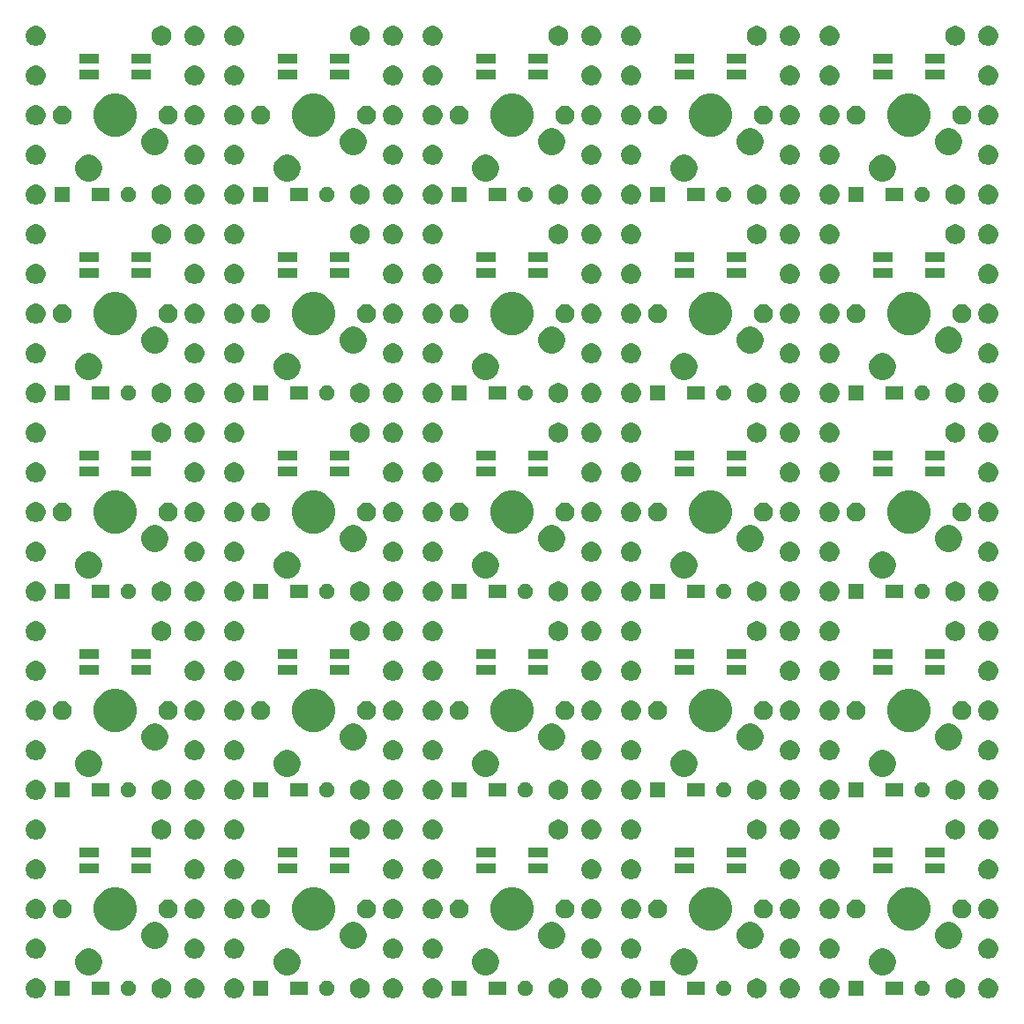
<source format=gbs>
G04 #@! TF.GenerationSoftware,KiCad,Pcbnew,5.0.2-bee76a0~70~ubuntu18.04.1*
G04 #@! TF.CreationDate,2020-03-10T02:05:27+09:00*
G04 #@! TF.ProjectId,suxen,73757865-6e2e-46b6-9963-61645f706362,rev?*
G04 #@! TF.SameCoordinates,Original*
G04 #@! TF.FileFunction,Soldermask,Bot*
G04 #@! TF.FilePolarity,Negative*
%FSLAX46Y46*%
G04 Gerber Fmt 4.6, Leading zero omitted, Abs format (unit mm)*
G04 Created by KiCad (PCBNEW 5.0.2-bee76a0~70~ubuntu18.04.1) date 2020年03月10日 02時05分27秒*
%MOMM*%
%LPD*%
G01*
G04 APERTURE LIST*
%ADD10C,0.265000*%
G04 APERTURE END LIST*
D10*
G36*
X158519396Y-118592546D02*
X158692466Y-118664234D01*
X158848230Y-118768312D01*
X158980688Y-118900770D01*
X159084766Y-119056534D01*
X159156454Y-119229604D01*
X159193000Y-119413333D01*
X159193000Y-119600667D01*
X159156454Y-119784396D01*
X159084766Y-119957466D01*
X158980688Y-120113230D01*
X158848230Y-120245688D01*
X158692466Y-120349766D01*
X158519396Y-120421454D01*
X158335667Y-120458000D01*
X158148333Y-120458000D01*
X157964604Y-120421454D01*
X157791534Y-120349766D01*
X157635770Y-120245688D01*
X157503312Y-120113230D01*
X157399234Y-119957466D01*
X157327546Y-119784396D01*
X157291000Y-119600667D01*
X157291000Y-119413333D01*
X157327546Y-119229604D01*
X157399234Y-119056534D01*
X157503312Y-118900770D01*
X157635770Y-118768312D01*
X157791534Y-118664234D01*
X157964604Y-118592546D01*
X158148333Y-118556000D01*
X158335667Y-118556000D01*
X158519396Y-118592546D01*
X158519396Y-118592546D01*
G37*
G36*
X86129396Y-118592546D02*
X86302466Y-118664234D01*
X86458230Y-118768312D01*
X86590688Y-118900770D01*
X86694766Y-119056534D01*
X86766454Y-119229604D01*
X86803000Y-119413333D01*
X86803000Y-119600667D01*
X86766454Y-119784396D01*
X86694766Y-119957466D01*
X86590688Y-120113230D01*
X86458230Y-120245688D01*
X86302466Y-120349766D01*
X86129396Y-120421454D01*
X85945667Y-120458000D01*
X85758333Y-120458000D01*
X85574604Y-120421454D01*
X85401534Y-120349766D01*
X85245770Y-120245688D01*
X85113312Y-120113230D01*
X85009234Y-119957466D01*
X84937546Y-119784396D01*
X84901000Y-119600667D01*
X84901000Y-119413333D01*
X84937546Y-119229604D01*
X85009234Y-119056534D01*
X85113312Y-118900770D01*
X85245770Y-118768312D01*
X85401534Y-118664234D01*
X85574604Y-118592546D01*
X85758333Y-118556000D01*
X85945667Y-118556000D01*
X86129396Y-118592546D01*
X86129396Y-118592546D01*
G37*
G36*
X67079396Y-118592546D02*
X67252466Y-118664234D01*
X67408230Y-118768312D01*
X67540688Y-118900770D01*
X67644766Y-119056534D01*
X67716454Y-119229604D01*
X67753000Y-119413333D01*
X67753000Y-119600667D01*
X67716454Y-119784396D01*
X67644766Y-119957466D01*
X67540688Y-120113230D01*
X67408230Y-120245688D01*
X67252466Y-120349766D01*
X67079396Y-120421454D01*
X66895667Y-120458000D01*
X66708333Y-120458000D01*
X66524604Y-120421454D01*
X66351534Y-120349766D01*
X66195770Y-120245688D01*
X66063312Y-120113230D01*
X65959234Y-119957466D01*
X65887546Y-119784396D01*
X65851000Y-119600667D01*
X65851000Y-119413333D01*
X65887546Y-119229604D01*
X65959234Y-119056534D01*
X66063312Y-118900770D01*
X66195770Y-118768312D01*
X66351534Y-118664234D01*
X66524604Y-118592546D01*
X66708333Y-118556000D01*
X66895667Y-118556000D01*
X67079396Y-118592546D01*
X67079396Y-118592546D01*
G37*
G36*
X79144396Y-118592546D02*
X79317466Y-118664234D01*
X79473230Y-118768312D01*
X79605688Y-118900770D01*
X79709766Y-119056534D01*
X79781454Y-119229604D01*
X79818000Y-119413333D01*
X79818000Y-119600667D01*
X79781454Y-119784396D01*
X79709766Y-119957466D01*
X79605688Y-120113230D01*
X79473230Y-120245688D01*
X79317466Y-120349766D01*
X79144396Y-120421454D01*
X78960667Y-120458000D01*
X78773333Y-120458000D01*
X78589604Y-120421454D01*
X78416534Y-120349766D01*
X78260770Y-120245688D01*
X78128312Y-120113230D01*
X78024234Y-119957466D01*
X77952546Y-119784396D01*
X77916000Y-119600667D01*
X77916000Y-119413333D01*
X77952546Y-119229604D01*
X78024234Y-119056534D01*
X78128312Y-118900770D01*
X78260770Y-118768312D01*
X78416534Y-118664234D01*
X78589604Y-118592546D01*
X78773333Y-118556000D01*
X78960667Y-118556000D01*
X79144396Y-118592546D01*
X79144396Y-118592546D01*
G37*
G36*
X82319396Y-118592546D02*
X82492466Y-118664234D01*
X82648230Y-118768312D01*
X82780688Y-118900770D01*
X82884766Y-119056534D01*
X82956454Y-119229604D01*
X82993000Y-119413333D01*
X82993000Y-119600667D01*
X82956454Y-119784396D01*
X82884766Y-119957466D01*
X82780688Y-120113230D01*
X82648230Y-120245688D01*
X82492466Y-120349766D01*
X82319396Y-120421454D01*
X82135667Y-120458000D01*
X81948333Y-120458000D01*
X81764604Y-120421454D01*
X81591534Y-120349766D01*
X81435770Y-120245688D01*
X81303312Y-120113230D01*
X81199234Y-119957466D01*
X81127546Y-119784396D01*
X81091000Y-119600667D01*
X81091000Y-119413333D01*
X81127546Y-119229604D01*
X81199234Y-119056534D01*
X81303312Y-118900770D01*
X81435770Y-118768312D01*
X81591534Y-118664234D01*
X81764604Y-118592546D01*
X81948333Y-118556000D01*
X82135667Y-118556000D01*
X82319396Y-118592546D01*
X82319396Y-118592546D01*
G37*
G36*
X101369396Y-118592546D02*
X101542466Y-118664234D01*
X101698230Y-118768312D01*
X101830688Y-118900770D01*
X101934766Y-119056534D01*
X102006454Y-119229604D01*
X102043000Y-119413333D01*
X102043000Y-119600667D01*
X102006454Y-119784396D01*
X101934766Y-119957466D01*
X101830688Y-120113230D01*
X101698230Y-120245688D01*
X101542466Y-120349766D01*
X101369396Y-120421454D01*
X101185667Y-120458000D01*
X100998333Y-120458000D01*
X100814604Y-120421454D01*
X100641534Y-120349766D01*
X100485770Y-120245688D01*
X100353312Y-120113230D01*
X100249234Y-119957466D01*
X100177546Y-119784396D01*
X100141000Y-119600667D01*
X100141000Y-119413333D01*
X100177546Y-119229604D01*
X100249234Y-119056534D01*
X100353312Y-118900770D01*
X100485770Y-118768312D01*
X100641534Y-118664234D01*
X100814604Y-118592546D01*
X100998333Y-118556000D01*
X101185667Y-118556000D01*
X101369396Y-118592546D01*
X101369396Y-118592546D01*
G37*
G36*
X98194396Y-118592546D02*
X98367466Y-118664234D01*
X98523230Y-118768312D01*
X98655688Y-118900770D01*
X98759766Y-119056534D01*
X98831454Y-119229604D01*
X98868000Y-119413333D01*
X98868000Y-119600667D01*
X98831454Y-119784396D01*
X98759766Y-119957466D01*
X98655688Y-120113230D01*
X98523230Y-120245688D01*
X98367466Y-120349766D01*
X98194396Y-120421454D01*
X98010667Y-120458000D01*
X97823333Y-120458000D01*
X97639604Y-120421454D01*
X97466534Y-120349766D01*
X97310770Y-120245688D01*
X97178312Y-120113230D01*
X97074234Y-119957466D01*
X97002546Y-119784396D01*
X96966000Y-119600667D01*
X96966000Y-119413333D01*
X97002546Y-119229604D01*
X97074234Y-119056534D01*
X97178312Y-118900770D01*
X97310770Y-118768312D01*
X97466534Y-118664234D01*
X97639604Y-118592546D01*
X97823333Y-118556000D01*
X98010667Y-118556000D01*
X98194396Y-118592546D01*
X98194396Y-118592546D01*
G37*
G36*
X117244396Y-118592546D02*
X117417466Y-118664234D01*
X117573230Y-118768312D01*
X117705688Y-118900770D01*
X117809766Y-119056534D01*
X117881454Y-119229604D01*
X117918000Y-119413333D01*
X117918000Y-119600667D01*
X117881454Y-119784396D01*
X117809766Y-119957466D01*
X117705688Y-120113230D01*
X117573230Y-120245688D01*
X117417466Y-120349766D01*
X117244396Y-120421454D01*
X117060667Y-120458000D01*
X116873333Y-120458000D01*
X116689604Y-120421454D01*
X116516534Y-120349766D01*
X116360770Y-120245688D01*
X116228312Y-120113230D01*
X116124234Y-119957466D01*
X116052546Y-119784396D01*
X116016000Y-119600667D01*
X116016000Y-119413333D01*
X116052546Y-119229604D01*
X116124234Y-119056534D01*
X116228312Y-118900770D01*
X116360770Y-118768312D01*
X116516534Y-118664234D01*
X116689604Y-118592546D01*
X116873333Y-118556000D01*
X117060667Y-118556000D01*
X117244396Y-118592546D01*
X117244396Y-118592546D01*
G37*
G36*
X105179396Y-118592546D02*
X105352466Y-118664234D01*
X105508230Y-118768312D01*
X105640688Y-118900770D01*
X105744766Y-119056534D01*
X105816454Y-119229604D01*
X105853000Y-119413333D01*
X105853000Y-119600667D01*
X105816454Y-119784396D01*
X105744766Y-119957466D01*
X105640688Y-120113230D01*
X105508230Y-120245688D01*
X105352466Y-120349766D01*
X105179396Y-120421454D01*
X104995667Y-120458000D01*
X104808333Y-120458000D01*
X104624604Y-120421454D01*
X104451534Y-120349766D01*
X104295770Y-120245688D01*
X104163312Y-120113230D01*
X104059234Y-119957466D01*
X103987546Y-119784396D01*
X103951000Y-119600667D01*
X103951000Y-119413333D01*
X103987546Y-119229604D01*
X104059234Y-119056534D01*
X104163312Y-118900770D01*
X104295770Y-118768312D01*
X104451534Y-118664234D01*
X104624604Y-118592546D01*
X104808333Y-118556000D01*
X104995667Y-118556000D01*
X105179396Y-118592546D01*
X105179396Y-118592546D01*
G37*
G36*
X136294396Y-118592546D02*
X136467466Y-118664234D01*
X136623230Y-118768312D01*
X136755688Y-118900770D01*
X136859766Y-119056534D01*
X136931454Y-119229604D01*
X136968000Y-119413333D01*
X136968000Y-119600667D01*
X136931454Y-119784396D01*
X136859766Y-119957466D01*
X136755688Y-120113230D01*
X136623230Y-120245688D01*
X136467466Y-120349766D01*
X136294396Y-120421454D01*
X136110667Y-120458000D01*
X135923333Y-120458000D01*
X135739604Y-120421454D01*
X135566534Y-120349766D01*
X135410770Y-120245688D01*
X135278312Y-120113230D01*
X135174234Y-119957466D01*
X135102546Y-119784396D01*
X135066000Y-119600667D01*
X135066000Y-119413333D01*
X135102546Y-119229604D01*
X135174234Y-119056534D01*
X135278312Y-118900770D01*
X135410770Y-118768312D01*
X135566534Y-118664234D01*
X135739604Y-118592546D01*
X135923333Y-118556000D01*
X136110667Y-118556000D01*
X136294396Y-118592546D01*
X136294396Y-118592546D01*
G37*
G36*
X139469396Y-118592546D02*
X139642466Y-118664234D01*
X139798230Y-118768312D01*
X139930688Y-118900770D01*
X140034766Y-119056534D01*
X140106454Y-119229604D01*
X140143000Y-119413333D01*
X140143000Y-119600667D01*
X140106454Y-119784396D01*
X140034766Y-119957466D01*
X139930688Y-120113230D01*
X139798230Y-120245688D01*
X139642466Y-120349766D01*
X139469396Y-120421454D01*
X139285667Y-120458000D01*
X139098333Y-120458000D01*
X138914604Y-120421454D01*
X138741534Y-120349766D01*
X138585770Y-120245688D01*
X138453312Y-120113230D01*
X138349234Y-119957466D01*
X138277546Y-119784396D01*
X138241000Y-119600667D01*
X138241000Y-119413333D01*
X138277546Y-119229604D01*
X138349234Y-119056534D01*
X138453312Y-118900770D01*
X138585770Y-118768312D01*
X138741534Y-118664234D01*
X138914604Y-118592546D01*
X139098333Y-118556000D01*
X139285667Y-118556000D01*
X139469396Y-118592546D01*
X139469396Y-118592546D01*
G37*
G36*
X124229396Y-118592546D02*
X124402466Y-118664234D01*
X124558230Y-118768312D01*
X124690688Y-118900770D01*
X124794766Y-119056534D01*
X124866454Y-119229604D01*
X124903000Y-119413333D01*
X124903000Y-119600667D01*
X124866454Y-119784396D01*
X124794766Y-119957466D01*
X124690688Y-120113230D01*
X124558230Y-120245688D01*
X124402466Y-120349766D01*
X124229396Y-120421454D01*
X124045667Y-120458000D01*
X123858333Y-120458000D01*
X123674604Y-120421454D01*
X123501534Y-120349766D01*
X123345770Y-120245688D01*
X123213312Y-120113230D01*
X123109234Y-119957466D01*
X123037546Y-119784396D01*
X123001000Y-119600667D01*
X123001000Y-119413333D01*
X123037546Y-119229604D01*
X123109234Y-119056534D01*
X123213312Y-118900770D01*
X123345770Y-118768312D01*
X123501534Y-118664234D01*
X123674604Y-118592546D01*
X123858333Y-118556000D01*
X124045667Y-118556000D01*
X124229396Y-118592546D01*
X124229396Y-118592546D01*
G37*
G36*
X155344396Y-118592546D02*
X155517466Y-118664234D01*
X155673230Y-118768312D01*
X155805688Y-118900770D01*
X155909766Y-119056534D01*
X155981454Y-119229604D01*
X156018000Y-119413333D01*
X156018000Y-119600667D01*
X155981454Y-119784396D01*
X155909766Y-119957466D01*
X155805688Y-120113230D01*
X155673230Y-120245688D01*
X155517466Y-120349766D01*
X155344396Y-120421454D01*
X155160667Y-120458000D01*
X154973333Y-120458000D01*
X154789604Y-120421454D01*
X154616534Y-120349766D01*
X154460770Y-120245688D01*
X154328312Y-120113230D01*
X154224234Y-119957466D01*
X154152546Y-119784396D01*
X154116000Y-119600667D01*
X154116000Y-119413333D01*
X154152546Y-119229604D01*
X154224234Y-119056534D01*
X154328312Y-118900770D01*
X154460770Y-118768312D01*
X154616534Y-118664234D01*
X154789604Y-118592546D01*
X154973333Y-118556000D01*
X155160667Y-118556000D01*
X155344396Y-118592546D01*
X155344396Y-118592546D01*
G37*
G36*
X143279396Y-118592546D02*
X143452466Y-118664234D01*
X143608230Y-118768312D01*
X143740688Y-118900770D01*
X143844766Y-119056534D01*
X143916454Y-119229604D01*
X143953000Y-119413333D01*
X143953000Y-119600667D01*
X143916454Y-119784396D01*
X143844766Y-119957466D01*
X143740688Y-120113230D01*
X143608230Y-120245688D01*
X143452466Y-120349766D01*
X143279396Y-120421454D01*
X143095667Y-120458000D01*
X142908333Y-120458000D01*
X142724604Y-120421454D01*
X142551534Y-120349766D01*
X142395770Y-120245688D01*
X142263312Y-120113230D01*
X142159234Y-119957466D01*
X142087546Y-119784396D01*
X142051000Y-119600667D01*
X142051000Y-119413333D01*
X142087546Y-119229604D01*
X142159234Y-119056534D01*
X142263312Y-118900770D01*
X142395770Y-118768312D01*
X142551534Y-118664234D01*
X142724604Y-118592546D01*
X142908333Y-118556000D01*
X143095667Y-118556000D01*
X143279396Y-118592546D01*
X143279396Y-118592546D01*
G37*
G36*
X120419396Y-118592546D02*
X120592466Y-118664234D01*
X120748230Y-118768312D01*
X120880688Y-118900770D01*
X120984766Y-119056534D01*
X121056454Y-119229604D01*
X121093000Y-119413333D01*
X121093000Y-119600667D01*
X121056454Y-119784396D01*
X120984766Y-119957466D01*
X120880688Y-120113230D01*
X120748230Y-120245688D01*
X120592466Y-120349766D01*
X120419396Y-120421454D01*
X120235667Y-120458000D01*
X120048333Y-120458000D01*
X119864604Y-120421454D01*
X119691534Y-120349766D01*
X119535770Y-120245688D01*
X119403312Y-120113230D01*
X119299234Y-119957466D01*
X119227546Y-119784396D01*
X119191000Y-119600667D01*
X119191000Y-119413333D01*
X119227546Y-119229604D01*
X119299234Y-119056534D01*
X119403312Y-118900770D01*
X119535770Y-118768312D01*
X119691534Y-118664234D01*
X119864604Y-118592546D01*
X120048333Y-118556000D01*
X120235667Y-118556000D01*
X120419396Y-118592546D01*
X120419396Y-118592546D01*
G37*
G36*
X127243000Y-120258000D02*
X125741000Y-120258000D01*
X125741000Y-118756000D01*
X127243000Y-118756000D01*
X127243000Y-120258000D01*
X127243000Y-120258000D01*
G37*
G36*
X113924004Y-118767544D02*
X114011059Y-118784860D01*
X114147732Y-118841472D01*
X114236478Y-118900770D01*
X114270738Y-118923662D01*
X114375338Y-119028262D01*
X114375340Y-119028265D01*
X114457528Y-119151268D01*
X114514140Y-119287941D01*
X114543000Y-119433033D01*
X114543000Y-119580967D01*
X114514140Y-119726059D01*
X114457528Y-119862732D01*
X114457527Y-119862733D01*
X114375338Y-119985738D01*
X114270738Y-120090338D01*
X114270735Y-120090340D01*
X114147732Y-120172528D01*
X114011059Y-120229140D01*
X113927865Y-120245688D01*
X113865969Y-120258000D01*
X113718031Y-120258000D01*
X113656135Y-120245688D01*
X113572941Y-120229140D01*
X113436268Y-120172528D01*
X113313265Y-120090340D01*
X113313262Y-120090338D01*
X113208662Y-119985738D01*
X113126473Y-119862733D01*
X113126472Y-119862732D01*
X113069860Y-119726059D01*
X113041000Y-119580967D01*
X113041000Y-119433033D01*
X113069860Y-119287941D01*
X113126472Y-119151268D01*
X113208660Y-119028265D01*
X113208662Y-119028262D01*
X113313262Y-118923662D01*
X113347522Y-118900770D01*
X113436268Y-118841472D01*
X113572941Y-118784860D01*
X113659996Y-118767544D01*
X113718031Y-118756000D01*
X113865969Y-118756000D01*
X113924004Y-118767544D01*
X113924004Y-118767544D01*
G37*
G36*
X108193000Y-120258000D02*
X106691000Y-120258000D01*
X106691000Y-118756000D01*
X108193000Y-118756000D01*
X108193000Y-120258000D01*
X108193000Y-120258000D01*
G37*
G36*
X146293000Y-120258000D02*
X144791000Y-120258000D01*
X144791000Y-118756000D01*
X146293000Y-118756000D01*
X146293000Y-120258000D01*
X146293000Y-120258000D01*
G37*
G36*
X94874004Y-118767544D02*
X94961059Y-118784860D01*
X95097732Y-118841472D01*
X95186478Y-118900770D01*
X95220738Y-118923662D01*
X95325338Y-119028262D01*
X95325340Y-119028265D01*
X95407528Y-119151268D01*
X95464140Y-119287941D01*
X95493000Y-119433033D01*
X95493000Y-119580967D01*
X95464140Y-119726059D01*
X95407528Y-119862732D01*
X95407527Y-119862733D01*
X95325338Y-119985738D01*
X95220738Y-120090338D01*
X95220735Y-120090340D01*
X95097732Y-120172528D01*
X94961059Y-120229140D01*
X94877865Y-120245688D01*
X94815969Y-120258000D01*
X94668031Y-120258000D01*
X94606135Y-120245688D01*
X94522941Y-120229140D01*
X94386268Y-120172528D01*
X94263265Y-120090340D01*
X94263262Y-120090338D01*
X94158662Y-119985738D01*
X94076473Y-119862733D01*
X94076472Y-119862732D01*
X94019860Y-119726059D01*
X93991000Y-119580967D01*
X93991000Y-119433033D01*
X94019860Y-119287941D01*
X94076472Y-119151268D01*
X94158660Y-119028265D01*
X94158662Y-119028262D01*
X94263262Y-118923662D01*
X94297522Y-118900770D01*
X94386268Y-118841472D01*
X94522941Y-118784860D01*
X94609996Y-118767544D01*
X94668031Y-118756000D01*
X94815969Y-118756000D01*
X94874004Y-118767544D01*
X94874004Y-118767544D01*
G37*
G36*
X75824004Y-118767544D02*
X75911059Y-118784860D01*
X76047732Y-118841472D01*
X76136478Y-118900770D01*
X76170738Y-118923662D01*
X76275338Y-119028262D01*
X76275340Y-119028265D01*
X76357528Y-119151268D01*
X76414140Y-119287941D01*
X76443000Y-119433033D01*
X76443000Y-119580967D01*
X76414140Y-119726059D01*
X76357528Y-119862732D01*
X76357527Y-119862733D01*
X76275338Y-119985738D01*
X76170738Y-120090338D01*
X76170735Y-120090340D01*
X76047732Y-120172528D01*
X75911059Y-120229140D01*
X75827865Y-120245688D01*
X75765969Y-120258000D01*
X75618031Y-120258000D01*
X75556135Y-120245688D01*
X75472941Y-120229140D01*
X75336268Y-120172528D01*
X75213265Y-120090340D01*
X75213262Y-120090338D01*
X75108662Y-119985738D01*
X75026473Y-119862733D01*
X75026472Y-119862732D01*
X74969860Y-119726059D01*
X74941000Y-119580967D01*
X74941000Y-119433033D01*
X74969860Y-119287941D01*
X75026472Y-119151268D01*
X75108660Y-119028265D01*
X75108662Y-119028262D01*
X75213262Y-118923662D01*
X75247522Y-118900770D01*
X75336268Y-118841472D01*
X75472941Y-118784860D01*
X75559996Y-118767544D01*
X75618031Y-118756000D01*
X75765969Y-118756000D01*
X75824004Y-118767544D01*
X75824004Y-118767544D01*
G37*
G36*
X70093000Y-120258000D02*
X68591000Y-120258000D01*
X68591000Y-118756000D01*
X70093000Y-118756000D01*
X70093000Y-120258000D01*
X70093000Y-120258000D01*
G37*
G36*
X152024004Y-118767544D02*
X152111059Y-118784860D01*
X152247732Y-118841472D01*
X152336478Y-118900770D01*
X152370738Y-118923662D01*
X152475338Y-119028262D01*
X152475340Y-119028265D01*
X152557528Y-119151268D01*
X152614140Y-119287941D01*
X152643000Y-119433033D01*
X152643000Y-119580967D01*
X152614140Y-119726059D01*
X152557528Y-119862732D01*
X152557527Y-119862733D01*
X152475338Y-119985738D01*
X152370738Y-120090338D01*
X152370735Y-120090340D01*
X152247732Y-120172528D01*
X152111059Y-120229140D01*
X152027865Y-120245688D01*
X151965969Y-120258000D01*
X151818031Y-120258000D01*
X151756135Y-120245688D01*
X151672941Y-120229140D01*
X151536268Y-120172528D01*
X151413265Y-120090340D01*
X151413262Y-120090338D01*
X151308662Y-119985738D01*
X151226473Y-119862733D01*
X151226472Y-119862732D01*
X151169860Y-119726059D01*
X151141000Y-119580967D01*
X151141000Y-119433033D01*
X151169860Y-119287941D01*
X151226472Y-119151268D01*
X151308660Y-119028265D01*
X151308662Y-119028262D01*
X151413262Y-118923662D01*
X151447522Y-118900770D01*
X151536268Y-118841472D01*
X151672941Y-118784860D01*
X151759996Y-118767544D01*
X151818031Y-118756000D01*
X151965969Y-118756000D01*
X152024004Y-118767544D01*
X152024004Y-118767544D01*
G37*
G36*
X132974004Y-118767544D02*
X133061059Y-118784860D01*
X133197732Y-118841472D01*
X133286478Y-118900770D01*
X133320738Y-118923662D01*
X133425338Y-119028262D01*
X133425340Y-119028265D01*
X133507528Y-119151268D01*
X133564140Y-119287941D01*
X133593000Y-119433033D01*
X133593000Y-119580967D01*
X133564140Y-119726059D01*
X133507528Y-119862732D01*
X133507527Y-119862733D01*
X133425338Y-119985738D01*
X133320738Y-120090338D01*
X133320735Y-120090340D01*
X133197732Y-120172528D01*
X133061059Y-120229140D01*
X132977865Y-120245688D01*
X132915969Y-120258000D01*
X132768031Y-120258000D01*
X132706135Y-120245688D01*
X132622941Y-120229140D01*
X132486268Y-120172528D01*
X132363265Y-120090340D01*
X132363262Y-120090338D01*
X132258662Y-119985738D01*
X132176473Y-119862733D01*
X132176472Y-119862732D01*
X132119860Y-119726059D01*
X132091000Y-119580967D01*
X132091000Y-119433033D01*
X132119860Y-119287941D01*
X132176472Y-119151268D01*
X132258660Y-119028265D01*
X132258662Y-119028262D01*
X132363262Y-118923662D01*
X132397522Y-118900770D01*
X132486268Y-118841472D01*
X132622941Y-118784860D01*
X132709996Y-118767544D01*
X132768031Y-118756000D01*
X132915969Y-118756000D01*
X132974004Y-118767544D01*
X132974004Y-118767544D01*
G37*
G36*
X89143000Y-120258000D02*
X87641000Y-120258000D01*
X87641000Y-118756000D01*
X89143000Y-118756000D01*
X89143000Y-120258000D01*
X89143000Y-120258000D01*
G37*
G36*
X73893000Y-120158000D02*
X72191000Y-120158000D01*
X72191000Y-118856000D01*
X73893000Y-118856000D01*
X73893000Y-120158000D01*
X73893000Y-120158000D01*
G37*
G36*
X150093000Y-120158000D02*
X148391000Y-120158000D01*
X148391000Y-118856000D01*
X150093000Y-118856000D01*
X150093000Y-120158000D01*
X150093000Y-120158000D01*
G37*
G36*
X131043000Y-120158000D02*
X129341000Y-120158000D01*
X129341000Y-118856000D01*
X131043000Y-118856000D01*
X131043000Y-120158000D01*
X131043000Y-120158000D01*
G37*
G36*
X111993000Y-120158000D02*
X110291000Y-120158000D01*
X110291000Y-118856000D01*
X111993000Y-118856000D01*
X111993000Y-120158000D01*
X111993000Y-120158000D01*
G37*
G36*
X92943000Y-120158000D02*
X91241000Y-120158000D01*
X91241000Y-118856000D01*
X92943000Y-118856000D01*
X92943000Y-120158000D01*
X92943000Y-120158000D01*
G37*
G36*
X129411485Y-115715996D02*
X129411487Y-115715997D01*
X129411488Y-115715997D01*
X129648255Y-115814069D01*
X129861342Y-115956449D01*
X130042551Y-116137658D01*
X130042553Y-116137661D01*
X130184931Y-116350745D01*
X130263226Y-116539765D01*
X130283004Y-116587515D01*
X130333000Y-116838861D01*
X130333000Y-117095139D01*
X130283004Y-117346485D01*
X130184931Y-117583255D01*
X130042551Y-117796342D01*
X129861342Y-117977551D01*
X129861339Y-117977553D01*
X129648255Y-118119931D01*
X129411488Y-118218003D01*
X129411487Y-118218003D01*
X129411485Y-118218004D01*
X129160139Y-118268000D01*
X128903861Y-118268000D01*
X128652515Y-118218004D01*
X128652513Y-118218003D01*
X128652512Y-118218003D01*
X128415745Y-118119931D01*
X128202661Y-117977553D01*
X128202658Y-117977551D01*
X128021449Y-117796342D01*
X127879069Y-117583255D01*
X127780996Y-117346485D01*
X127731000Y-117095139D01*
X127731000Y-116838861D01*
X127780996Y-116587515D01*
X127800775Y-116539765D01*
X127879069Y-116350745D01*
X128021447Y-116137661D01*
X128021449Y-116137658D01*
X128202658Y-115956449D01*
X128415745Y-115814069D01*
X128652512Y-115715997D01*
X128652513Y-115715997D01*
X128652515Y-115715996D01*
X128903861Y-115666000D01*
X129160139Y-115666000D01*
X129411485Y-115715996D01*
X129411485Y-115715996D01*
G37*
G36*
X148461485Y-115715996D02*
X148461487Y-115715997D01*
X148461488Y-115715997D01*
X148698255Y-115814069D01*
X148911342Y-115956449D01*
X149092551Y-116137658D01*
X149092553Y-116137661D01*
X149234931Y-116350745D01*
X149313226Y-116539765D01*
X149333004Y-116587515D01*
X149383000Y-116838861D01*
X149383000Y-117095139D01*
X149333004Y-117346485D01*
X149234931Y-117583255D01*
X149092551Y-117796342D01*
X148911342Y-117977551D01*
X148911339Y-117977553D01*
X148698255Y-118119931D01*
X148461488Y-118218003D01*
X148461487Y-118218003D01*
X148461485Y-118218004D01*
X148210139Y-118268000D01*
X147953861Y-118268000D01*
X147702515Y-118218004D01*
X147702513Y-118218003D01*
X147702512Y-118218003D01*
X147465745Y-118119931D01*
X147252661Y-117977553D01*
X147252658Y-117977551D01*
X147071449Y-117796342D01*
X146929069Y-117583255D01*
X146830996Y-117346485D01*
X146781000Y-117095139D01*
X146781000Y-116838861D01*
X146830996Y-116587515D01*
X146850775Y-116539765D01*
X146929069Y-116350745D01*
X147071447Y-116137661D01*
X147071449Y-116137658D01*
X147252658Y-115956449D01*
X147465745Y-115814069D01*
X147702512Y-115715997D01*
X147702513Y-115715997D01*
X147702515Y-115715996D01*
X147953861Y-115666000D01*
X148210139Y-115666000D01*
X148461485Y-115715996D01*
X148461485Y-115715996D01*
G37*
G36*
X72261485Y-115715996D02*
X72261487Y-115715997D01*
X72261488Y-115715997D01*
X72498255Y-115814069D01*
X72711342Y-115956449D01*
X72892551Y-116137658D01*
X72892553Y-116137661D01*
X73034931Y-116350745D01*
X73113226Y-116539765D01*
X73133004Y-116587515D01*
X73183000Y-116838861D01*
X73183000Y-117095139D01*
X73133004Y-117346485D01*
X73034931Y-117583255D01*
X72892551Y-117796342D01*
X72711342Y-117977551D01*
X72711339Y-117977553D01*
X72498255Y-118119931D01*
X72261488Y-118218003D01*
X72261487Y-118218003D01*
X72261485Y-118218004D01*
X72010139Y-118268000D01*
X71753861Y-118268000D01*
X71502515Y-118218004D01*
X71502513Y-118218003D01*
X71502512Y-118218003D01*
X71265745Y-118119931D01*
X71052661Y-117977553D01*
X71052658Y-117977551D01*
X70871449Y-117796342D01*
X70729069Y-117583255D01*
X70630996Y-117346485D01*
X70581000Y-117095139D01*
X70581000Y-116838861D01*
X70630996Y-116587515D01*
X70650775Y-116539765D01*
X70729069Y-116350745D01*
X70871447Y-116137661D01*
X70871449Y-116137658D01*
X71052658Y-115956449D01*
X71265745Y-115814069D01*
X71502512Y-115715997D01*
X71502513Y-115715997D01*
X71502515Y-115715996D01*
X71753861Y-115666000D01*
X72010139Y-115666000D01*
X72261485Y-115715996D01*
X72261485Y-115715996D01*
G37*
G36*
X91311485Y-115715996D02*
X91311487Y-115715997D01*
X91311488Y-115715997D01*
X91548255Y-115814069D01*
X91761342Y-115956449D01*
X91942551Y-116137658D01*
X91942553Y-116137661D01*
X92084931Y-116350745D01*
X92163226Y-116539765D01*
X92183004Y-116587515D01*
X92233000Y-116838861D01*
X92233000Y-117095139D01*
X92183004Y-117346485D01*
X92084931Y-117583255D01*
X91942551Y-117796342D01*
X91761342Y-117977551D01*
X91761339Y-117977553D01*
X91548255Y-118119931D01*
X91311488Y-118218003D01*
X91311487Y-118218003D01*
X91311485Y-118218004D01*
X91060139Y-118268000D01*
X90803861Y-118268000D01*
X90552515Y-118218004D01*
X90552513Y-118218003D01*
X90552512Y-118218003D01*
X90315745Y-118119931D01*
X90102661Y-117977553D01*
X90102658Y-117977551D01*
X89921449Y-117796342D01*
X89779069Y-117583255D01*
X89680996Y-117346485D01*
X89631000Y-117095139D01*
X89631000Y-116838861D01*
X89680996Y-116587515D01*
X89700775Y-116539765D01*
X89779069Y-116350745D01*
X89921447Y-116137661D01*
X89921449Y-116137658D01*
X90102658Y-115956449D01*
X90315745Y-115814069D01*
X90552512Y-115715997D01*
X90552513Y-115715997D01*
X90552515Y-115715996D01*
X90803861Y-115666000D01*
X91060139Y-115666000D01*
X91311485Y-115715996D01*
X91311485Y-115715996D01*
G37*
G36*
X110361485Y-115715996D02*
X110361487Y-115715997D01*
X110361488Y-115715997D01*
X110598255Y-115814069D01*
X110811342Y-115956449D01*
X110992551Y-116137658D01*
X110992553Y-116137661D01*
X111134931Y-116350745D01*
X111213226Y-116539765D01*
X111233004Y-116587515D01*
X111283000Y-116838861D01*
X111283000Y-117095139D01*
X111233004Y-117346485D01*
X111134931Y-117583255D01*
X110992551Y-117796342D01*
X110811342Y-117977551D01*
X110811339Y-117977553D01*
X110598255Y-118119931D01*
X110361488Y-118218003D01*
X110361487Y-118218003D01*
X110361485Y-118218004D01*
X110110139Y-118268000D01*
X109853861Y-118268000D01*
X109602515Y-118218004D01*
X109602513Y-118218003D01*
X109602512Y-118218003D01*
X109365745Y-118119931D01*
X109152661Y-117977553D01*
X109152658Y-117977551D01*
X108971449Y-117796342D01*
X108829069Y-117583255D01*
X108730996Y-117346485D01*
X108681000Y-117095139D01*
X108681000Y-116838861D01*
X108730996Y-116587515D01*
X108750775Y-116539765D01*
X108829069Y-116350745D01*
X108971447Y-116137661D01*
X108971449Y-116137658D01*
X109152658Y-115956449D01*
X109365745Y-115814069D01*
X109602512Y-115715997D01*
X109602513Y-115715997D01*
X109602515Y-115715996D01*
X109853861Y-115666000D01*
X110110139Y-115666000D01*
X110361485Y-115715996D01*
X110361485Y-115715996D01*
G37*
G36*
X124229396Y-114782546D02*
X124402466Y-114854234D01*
X124558230Y-114958312D01*
X124690688Y-115090770D01*
X124794766Y-115246534D01*
X124866454Y-115419604D01*
X124903000Y-115603333D01*
X124903000Y-115790667D01*
X124866454Y-115974396D01*
X124794766Y-116147466D01*
X124690688Y-116303230D01*
X124558230Y-116435688D01*
X124402466Y-116539766D01*
X124229396Y-116611454D01*
X124045667Y-116648000D01*
X123858333Y-116648000D01*
X123674604Y-116611454D01*
X123501534Y-116539766D01*
X123345770Y-116435688D01*
X123213312Y-116303230D01*
X123109234Y-116147466D01*
X123037546Y-115974396D01*
X123001000Y-115790667D01*
X123001000Y-115603333D01*
X123037546Y-115419604D01*
X123109234Y-115246534D01*
X123213312Y-115090770D01*
X123345770Y-114958312D01*
X123501534Y-114854234D01*
X123674604Y-114782546D01*
X123858333Y-114746000D01*
X124045667Y-114746000D01*
X124229396Y-114782546D01*
X124229396Y-114782546D01*
G37*
G36*
X143279396Y-114782546D02*
X143452466Y-114854234D01*
X143608230Y-114958312D01*
X143740688Y-115090770D01*
X143844766Y-115246534D01*
X143916454Y-115419604D01*
X143953000Y-115603333D01*
X143953000Y-115790667D01*
X143916454Y-115974396D01*
X143844766Y-116147466D01*
X143740688Y-116303230D01*
X143608230Y-116435688D01*
X143452466Y-116539766D01*
X143279396Y-116611454D01*
X143095667Y-116648000D01*
X142908333Y-116648000D01*
X142724604Y-116611454D01*
X142551534Y-116539766D01*
X142395770Y-116435688D01*
X142263312Y-116303230D01*
X142159234Y-116147466D01*
X142087546Y-115974396D01*
X142051000Y-115790667D01*
X142051000Y-115603333D01*
X142087546Y-115419604D01*
X142159234Y-115246534D01*
X142263312Y-115090770D01*
X142395770Y-114958312D01*
X142551534Y-114854234D01*
X142724604Y-114782546D01*
X142908333Y-114746000D01*
X143095667Y-114746000D01*
X143279396Y-114782546D01*
X143279396Y-114782546D01*
G37*
G36*
X120419396Y-114782546D02*
X120592466Y-114854234D01*
X120748230Y-114958312D01*
X120880688Y-115090770D01*
X120984766Y-115246534D01*
X121056454Y-115419604D01*
X121093000Y-115603333D01*
X121093000Y-115790667D01*
X121056454Y-115974396D01*
X120984766Y-116147466D01*
X120880688Y-116303230D01*
X120748230Y-116435688D01*
X120592466Y-116539766D01*
X120419396Y-116611454D01*
X120235667Y-116648000D01*
X120048333Y-116648000D01*
X119864604Y-116611454D01*
X119691534Y-116539766D01*
X119535770Y-116435688D01*
X119403312Y-116303230D01*
X119299234Y-116147466D01*
X119227546Y-115974396D01*
X119191000Y-115790667D01*
X119191000Y-115603333D01*
X119227546Y-115419604D01*
X119299234Y-115246534D01*
X119403312Y-115090770D01*
X119535770Y-114958312D01*
X119691534Y-114854234D01*
X119864604Y-114782546D01*
X120048333Y-114746000D01*
X120235667Y-114746000D01*
X120419396Y-114782546D01*
X120419396Y-114782546D01*
G37*
G36*
X139469396Y-114782546D02*
X139642466Y-114854234D01*
X139798230Y-114958312D01*
X139930688Y-115090770D01*
X140034766Y-115246534D01*
X140106454Y-115419604D01*
X140143000Y-115603333D01*
X140143000Y-115790667D01*
X140106454Y-115974396D01*
X140034766Y-116147466D01*
X139930688Y-116303230D01*
X139798230Y-116435688D01*
X139642466Y-116539766D01*
X139469396Y-116611454D01*
X139285667Y-116648000D01*
X139098333Y-116648000D01*
X138914604Y-116611454D01*
X138741534Y-116539766D01*
X138585770Y-116435688D01*
X138453312Y-116303230D01*
X138349234Y-116147466D01*
X138277546Y-115974396D01*
X138241000Y-115790667D01*
X138241000Y-115603333D01*
X138277546Y-115419604D01*
X138349234Y-115246534D01*
X138453312Y-115090770D01*
X138585770Y-114958312D01*
X138741534Y-114854234D01*
X138914604Y-114782546D01*
X139098333Y-114746000D01*
X139285667Y-114746000D01*
X139469396Y-114782546D01*
X139469396Y-114782546D01*
G37*
G36*
X158519396Y-114782546D02*
X158692466Y-114854234D01*
X158848230Y-114958312D01*
X158980688Y-115090770D01*
X159084766Y-115246534D01*
X159156454Y-115419604D01*
X159193000Y-115603333D01*
X159193000Y-115790667D01*
X159156454Y-115974396D01*
X159084766Y-116147466D01*
X158980688Y-116303230D01*
X158848230Y-116435688D01*
X158692466Y-116539766D01*
X158519396Y-116611454D01*
X158335667Y-116648000D01*
X158148333Y-116648000D01*
X157964604Y-116611454D01*
X157791534Y-116539766D01*
X157635770Y-116435688D01*
X157503312Y-116303230D01*
X157399234Y-116147466D01*
X157327546Y-115974396D01*
X157291000Y-115790667D01*
X157291000Y-115603333D01*
X157327546Y-115419604D01*
X157399234Y-115246534D01*
X157503312Y-115090770D01*
X157635770Y-114958312D01*
X157791534Y-114854234D01*
X157964604Y-114782546D01*
X158148333Y-114746000D01*
X158335667Y-114746000D01*
X158519396Y-114782546D01*
X158519396Y-114782546D01*
G37*
G36*
X86129396Y-114782546D02*
X86302466Y-114854234D01*
X86458230Y-114958312D01*
X86590688Y-115090770D01*
X86694766Y-115246534D01*
X86766454Y-115419604D01*
X86803000Y-115603333D01*
X86803000Y-115790667D01*
X86766454Y-115974396D01*
X86694766Y-116147466D01*
X86590688Y-116303230D01*
X86458230Y-116435688D01*
X86302466Y-116539766D01*
X86129396Y-116611454D01*
X85945667Y-116648000D01*
X85758333Y-116648000D01*
X85574604Y-116611454D01*
X85401534Y-116539766D01*
X85245770Y-116435688D01*
X85113312Y-116303230D01*
X85009234Y-116147466D01*
X84937546Y-115974396D01*
X84901000Y-115790667D01*
X84901000Y-115603333D01*
X84937546Y-115419604D01*
X85009234Y-115246534D01*
X85113312Y-115090770D01*
X85245770Y-114958312D01*
X85401534Y-114854234D01*
X85574604Y-114782546D01*
X85758333Y-114746000D01*
X85945667Y-114746000D01*
X86129396Y-114782546D01*
X86129396Y-114782546D01*
G37*
G36*
X82319396Y-114782546D02*
X82492466Y-114854234D01*
X82648230Y-114958312D01*
X82780688Y-115090770D01*
X82884766Y-115246534D01*
X82956454Y-115419604D01*
X82993000Y-115603333D01*
X82993000Y-115790667D01*
X82956454Y-115974396D01*
X82884766Y-116147466D01*
X82780688Y-116303230D01*
X82648230Y-116435688D01*
X82492466Y-116539766D01*
X82319396Y-116611454D01*
X82135667Y-116648000D01*
X81948333Y-116648000D01*
X81764604Y-116611454D01*
X81591534Y-116539766D01*
X81435770Y-116435688D01*
X81303312Y-116303230D01*
X81199234Y-116147466D01*
X81127546Y-115974396D01*
X81091000Y-115790667D01*
X81091000Y-115603333D01*
X81127546Y-115419604D01*
X81199234Y-115246534D01*
X81303312Y-115090770D01*
X81435770Y-114958312D01*
X81591534Y-114854234D01*
X81764604Y-114782546D01*
X81948333Y-114746000D01*
X82135667Y-114746000D01*
X82319396Y-114782546D01*
X82319396Y-114782546D01*
G37*
G36*
X105179396Y-114782546D02*
X105352466Y-114854234D01*
X105508230Y-114958312D01*
X105640688Y-115090770D01*
X105744766Y-115246534D01*
X105816454Y-115419604D01*
X105853000Y-115603333D01*
X105853000Y-115790667D01*
X105816454Y-115974396D01*
X105744766Y-116147466D01*
X105640688Y-116303230D01*
X105508230Y-116435688D01*
X105352466Y-116539766D01*
X105179396Y-116611454D01*
X104995667Y-116648000D01*
X104808333Y-116648000D01*
X104624604Y-116611454D01*
X104451534Y-116539766D01*
X104295770Y-116435688D01*
X104163312Y-116303230D01*
X104059234Y-116147466D01*
X103987546Y-115974396D01*
X103951000Y-115790667D01*
X103951000Y-115603333D01*
X103987546Y-115419604D01*
X104059234Y-115246534D01*
X104163312Y-115090770D01*
X104295770Y-114958312D01*
X104451534Y-114854234D01*
X104624604Y-114782546D01*
X104808333Y-114746000D01*
X104995667Y-114746000D01*
X105179396Y-114782546D01*
X105179396Y-114782546D01*
G37*
G36*
X101369396Y-114782546D02*
X101542466Y-114854234D01*
X101698230Y-114958312D01*
X101830688Y-115090770D01*
X101934766Y-115246534D01*
X102006454Y-115419604D01*
X102043000Y-115603333D01*
X102043000Y-115790667D01*
X102006454Y-115974396D01*
X101934766Y-116147466D01*
X101830688Y-116303230D01*
X101698230Y-116435688D01*
X101542466Y-116539766D01*
X101369396Y-116611454D01*
X101185667Y-116648000D01*
X100998333Y-116648000D01*
X100814604Y-116611454D01*
X100641534Y-116539766D01*
X100485770Y-116435688D01*
X100353312Y-116303230D01*
X100249234Y-116147466D01*
X100177546Y-115974396D01*
X100141000Y-115790667D01*
X100141000Y-115603333D01*
X100177546Y-115419604D01*
X100249234Y-115246534D01*
X100353312Y-115090770D01*
X100485770Y-114958312D01*
X100641534Y-114854234D01*
X100814604Y-114782546D01*
X100998333Y-114746000D01*
X101185667Y-114746000D01*
X101369396Y-114782546D01*
X101369396Y-114782546D01*
G37*
G36*
X67079396Y-114782546D02*
X67252466Y-114854234D01*
X67408230Y-114958312D01*
X67540688Y-115090770D01*
X67644766Y-115246534D01*
X67716454Y-115419604D01*
X67753000Y-115603333D01*
X67753000Y-115790667D01*
X67716454Y-115974396D01*
X67644766Y-116147466D01*
X67540688Y-116303230D01*
X67408230Y-116435688D01*
X67252466Y-116539766D01*
X67079396Y-116611454D01*
X66895667Y-116648000D01*
X66708333Y-116648000D01*
X66524604Y-116611454D01*
X66351534Y-116539766D01*
X66195770Y-116435688D01*
X66063312Y-116303230D01*
X65959234Y-116147466D01*
X65887546Y-115974396D01*
X65851000Y-115790667D01*
X65851000Y-115603333D01*
X65887546Y-115419604D01*
X65959234Y-115246534D01*
X66063312Y-115090770D01*
X66195770Y-114958312D01*
X66351534Y-114854234D01*
X66524604Y-114782546D01*
X66708333Y-114746000D01*
X66895667Y-114746000D01*
X67079396Y-114782546D01*
X67079396Y-114782546D01*
G37*
G36*
X154811485Y-113175996D02*
X154811487Y-113175997D01*
X154811488Y-113175997D01*
X155048255Y-113274069D01*
X155261342Y-113416449D01*
X155442551Y-113597658D01*
X155584931Y-113810745D01*
X155683004Y-114047515D01*
X155733000Y-114298861D01*
X155733000Y-114555139D01*
X155687766Y-114782547D01*
X155683003Y-114806488D01*
X155584931Y-115043255D01*
X155442551Y-115256342D01*
X155261342Y-115437551D01*
X155261339Y-115437553D01*
X155048255Y-115579931D01*
X154811488Y-115678003D01*
X154811487Y-115678003D01*
X154811485Y-115678004D01*
X154560139Y-115728000D01*
X154303861Y-115728000D01*
X154052515Y-115678004D01*
X154052513Y-115678003D01*
X154052512Y-115678003D01*
X153815745Y-115579931D01*
X153602661Y-115437553D01*
X153602658Y-115437551D01*
X153421449Y-115256342D01*
X153279069Y-115043255D01*
X153180997Y-114806488D01*
X153176235Y-114782547D01*
X153131000Y-114555139D01*
X153131000Y-114298861D01*
X153180996Y-114047515D01*
X153279069Y-113810745D01*
X153421449Y-113597658D01*
X153602658Y-113416449D01*
X153815745Y-113274069D01*
X154052512Y-113175997D01*
X154052513Y-113175997D01*
X154052515Y-113175996D01*
X154303861Y-113126000D01*
X154560139Y-113126000D01*
X154811485Y-113175996D01*
X154811485Y-113175996D01*
G37*
G36*
X135761485Y-113175996D02*
X135761487Y-113175997D01*
X135761488Y-113175997D01*
X135998255Y-113274069D01*
X136211342Y-113416449D01*
X136392551Y-113597658D01*
X136534931Y-113810745D01*
X136633004Y-114047515D01*
X136683000Y-114298861D01*
X136683000Y-114555139D01*
X136637766Y-114782547D01*
X136633003Y-114806488D01*
X136534931Y-115043255D01*
X136392551Y-115256342D01*
X136211342Y-115437551D01*
X136211339Y-115437553D01*
X135998255Y-115579931D01*
X135761488Y-115678003D01*
X135761487Y-115678003D01*
X135761485Y-115678004D01*
X135510139Y-115728000D01*
X135253861Y-115728000D01*
X135002515Y-115678004D01*
X135002513Y-115678003D01*
X135002512Y-115678003D01*
X134765745Y-115579931D01*
X134552661Y-115437553D01*
X134552658Y-115437551D01*
X134371449Y-115256342D01*
X134229069Y-115043255D01*
X134130997Y-114806488D01*
X134126235Y-114782547D01*
X134081000Y-114555139D01*
X134081000Y-114298861D01*
X134130996Y-114047515D01*
X134229069Y-113810745D01*
X134371449Y-113597658D01*
X134552658Y-113416449D01*
X134765745Y-113274069D01*
X135002512Y-113175997D01*
X135002513Y-113175997D01*
X135002515Y-113175996D01*
X135253861Y-113126000D01*
X135510139Y-113126000D01*
X135761485Y-113175996D01*
X135761485Y-113175996D01*
G37*
G36*
X116711485Y-113175996D02*
X116711487Y-113175997D01*
X116711488Y-113175997D01*
X116948255Y-113274069D01*
X117161342Y-113416449D01*
X117342551Y-113597658D01*
X117484931Y-113810745D01*
X117583004Y-114047515D01*
X117633000Y-114298861D01*
X117633000Y-114555139D01*
X117587766Y-114782547D01*
X117583003Y-114806488D01*
X117484931Y-115043255D01*
X117342551Y-115256342D01*
X117161342Y-115437551D01*
X117161339Y-115437553D01*
X116948255Y-115579931D01*
X116711488Y-115678003D01*
X116711487Y-115678003D01*
X116711485Y-115678004D01*
X116460139Y-115728000D01*
X116203861Y-115728000D01*
X115952515Y-115678004D01*
X115952513Y-115678003D01*
X115952512Y-115678003D01*
X115715745Y-115579931D01*
X115502661Y-115437553D01*
X115502658Y-115437551D01*
X115321449Y-115256342D01*
X115179069Y-115043255D01*
X115080997Y-114806488D01*
X115076235Y-114782547D01*
X115031000Y-114555139D01*
X115031000Y-114298861D01*
X115080996Y-114047515D01*
X115179069Y-113810745D01*
X115321449Y-113597658D01*
X115502658Y-113416449D01*
X115715745Y-113274069D01*
X115952512Y-113175997D01*
X115952513Y-113175997D01*
X115952515Y-113175996D01*
X116203861Y-113126000D01*
X116460139Y-113126000D01*
X116711485Y-113175996D01*
X116711485Y-113175996D01*
G37*
G36*
X97661485Y-113175996D02*
X97661487Y-113175997D01*
X97661488Y-113175997D01*
X97898255Y-113274069D01*
X98111342Y-113416449D01*
X98292551Y-113597658D01*
X98434931Y-113810745D01*
X98533004Y-114047515D01*
X98583000Y-114298861D01*
X98583000Y-114555139D01*
X98537766Y-114782547D01*
X98533003Y-114806488D01*
X98434931Y-115043255D01*
X98292551Y-115256342D01*
X98111342Y-115437551D01*
X98111339Y-115437553D01*
X97898255Y-115579931D01*
X97661488Y-115678003D01*
X97661487Y-115678003D01*
X97661485Y-115678004D01*
X97410139Y-115728000D01*
X97153861Y-115728000D01*
X96902515Y-115678004D01*
X96902513Y-115678003D01*
X96902512Y-115678003D01*
X96665745Y-115579931D01*
X96452661Y-115437553D01*
X96452658Y-115437551D01*
X96271449Y-115256342D01*
X96129069Y-115043255D01*
X96030997Y-114806488D01*
X96026235Y-114782547D01*
X95981000Y-114555139D01*
X95981000Y-114298861D01*
X96030996Y-114047515D01*
X96129069Y-113810745D01*
X96271449Y-113597658D01*
X96452658Y-113416449D01*
X96665745Y-113274069D01*
X96902512Y-113175997D01*
X96902513Y-113175997D01*
X96902515Y-113175996D01*
X97153861Y-113126000D01*
X97410139Y-113126000D01*
X97661485Y-113175996D01*
X97661485Y-113175996D01*
G37*
G36*
X78611485Y-113175996D02*
X78611487Y-113175997D01*
X78611488Y-113175997D01*
X78848255Y-113274069D01*
X79061342Y-113416449D01*
X79242551Y-113597658D01*
X79384931Y-113810745D01*
X79483004Y-114047515D01*
X79533000Y-114298861D01*
X79533000Y-114555139D01*
X79487766Y-114782547D01*
X79483003Y-114806488D01*
X79384931Y-115043255D01*
X79242551Y-115256342D01*
X79061342Y-115437551D01*
X79061339Y-115437553D01*
X78848255Y-115579931D01*
X78611488Y-115678003D01*
X78611487Y-115678003D01*
X78611485Y-115678004D01*
X78360139Y-115728000D01*
X78103861Y-115728000D01*
X77852515Y-115678004D01*
X77852513Y-115678003D01*
X77852512Y-115678003D01*
X77615745Y-115579931D01*
X77402661Y-115437553D01*
X77402658Y-115437551D01*
X77221449Y-115256342D01*
X77079069Y-115043255D01*
X76980997Y-114806488D01*
X76976235Y-114782547D01*
X76931000Y-114555139D01*
X76931000Y-114298861D01*
X76980996Y-114047515D01*
X77079069Y-113810745D01*
X77221449Y-113597658D01*
X77402658Y-113416449D01*
X77615745Y-113274069D01*
X77852512Y-113175997D01*
X77852513Y-113175997D01*
X77852515Y-113175996D01*
X78103861Y-113126000D01*
X78360139Y-113126000D01*
X78611485Y-113175996D01*
X78611485Y-113175996D01*
G37*
G36*
X75020252Y-109914818D02*
X75020254Y-109914819D01*
X75020255Y-109914819D01*
X75393513Y-110069427D01*
X75393514Y-110069428D01*
X75729439Y-110293886D01*
X76015114Y-110579561D01*
X76015116Y-110579564D01*
X76239573Y-110915487D01*
X76390879Y-111280773D01*
X76394182Y-111288748D01*
X76473000Y-111684993D01*
X76473000Y-112089007D01*
X76398302Y-112464541D01*
X76394181Y-112485255D01*
X76239573Y-112858513D01*
X76027437Y-113175996D01*
X76015114Y-113194439D01*
X75729439Y-113480114D01*
X75729436Y-113480116D01*
X75393513Y-113704573D01*
X75020255Y-113859181D01*
X75020254Y-113859181D01*
X75020252Y-113859182D01*
X74624007Y-113938000D01*
X74219993Y-113938000D01*
X73823748Y-113859182D01*
X73823746Y-113859181D01*
X73823745Y-113859181D01*
X73450487Y-113704573D01*
X73114564Y-113480116D01*
X73114561Y-113480114D01*
X72828886Y-113194439D01*
X72816563Y-113175996D01*
X72604427Y-112858513D01*
X72449819Y-112485255D01*
X72445699Y-112464541D01*
X72371000Y-112089007D01*
X72371000Y-111684993D01*
X72449818Y-111288748D01*
X72453121Y-111280773D01*
X72604427Y-110915487D01*
X72828884Y-110579564D01*
X72828886Y-110579561D01*
X73114561Y-110293886D01*
X73450486Y-110069428D01*
X73450487Y-110069427D01*
X73823745Y-109914819D01*
X73823746Y-109914819D01*
X73823748Y-109914818D01*
X74219993Y-109836000D01*
X74624007Y-109836000D01*
X75020252Y-109914818D01*
X75020252Y-109914818D01*
G37*
G36*
X151220252Y-109914818D02*
X151220254Y-109914819D01*
X151220255Y-109914819D01*
X151593513Y-110069427D01*
X151593514Y-110069428D01*
X151929439Y-110293886D01*
X152215114Y-110579561D01*
X152215116Y-110579564D01*
X152439573Y-110915487D01*
X152590879Y-111280773D01*
X152594182Y-111288748D01*
X152673000Y-111684993D01*
X152673000Y-112089007D01*
X152598302Y-112464541D01*
X152594181Y-112485255D01*
X152439573Y-112858513D01*
X152227437Y-113175996D01*
X152215114Y-113194439D01*
X151929439Y-113480114D01*
X151929436Y-113480116D01*
X151593513Y-113704573D01*
X151220255Y-113859181D01*
X151220254Y-113859181D01*
X151220252Y-113859182D01*
X150824007Y-113938000D01*
X150419993Y-113938000D01*
X150023748Y-113859182D01*
X150023746Y-113859181D01*
X150023745Y-113859181D01*
X149650487Y-113704573D01*
X149314564Y-113480116D01*
X149314561Y-113480114D01*
X149028886Y-113194439D01*
X149016563Y-113175996D01*
X148804427Y-112858513D01*
X148649819Y-112485255D01*
X148645699Y-112464541D01*
X148571000Y-112089007D01*
X148571000Y-111684993D01*
X148649818Y-111288748D01*
X148653121Y-111280773D01*
X148804427Y-110915487D01*
X149028884Y-110579564D01*
X149028886Y-110579561D01*
X149314561Y-110293886D01*
X149650486Y-110069428D01*
X149650487Y-110069427D01*
X150023745Y-109914819D01*
X150023746Y-109914819D01*
X150023748Y-109914818D01*
X150419993Y-109836000D01*
X150824007Y-109836000D01*
X151220252Y-109914818D01*
X151220252Y-109914818D01*
G37*
G36*
X132170252Y-109914818D02*
X132170254Y-109914819D01*
X132170255Y-109914819D01*
X132543513Y-110069427D01*
X132543514Y-110069428D01*
X132879439Y-110293886D01*
X133165114Y-110579561D01*
X133165116Y-110579564D01*
X133389573Y-110915487D01*
X133540879Y-111280773D01*
X133544182Y-111288748D01*
X133623000Y-111684993D01*
X133623000Y-112089007D01*
X133548302Y-112464541D01*
X133544181Y-112485255D01*
X133389573Y-112858513D01*
X133177437Y-113175996D01*
X133165114Y-113194439D01*
X132879439Y-113480114D01*
X132879436Y-113480116D01*
X132543513Y-113704573D01*
X132170255Y-113859181D01*
X132170254Y-113859181D01*
X132170252Y-113859182D01*
X131774007Y-113938000D01*
X131369993Y-113938000D01*
X130973748Y-113859182D01*
X130973746Y-113859181D01*
X130973745Y-113859181D01*
X130600487Y-113704573D01*
X130264564Y-113480116D01*
X130264561Y-113480114D01*
X129978886Y-113194439D01*
X129966563Y-113175996D01*
X129754427Y-112858513D01*
X129599819Y-112485255D01*
X129595699Y-112464541D01*
X129521000Y-112089007D01*
X129521000Y-111684993D01*
X129599818Y-111288748D01*
X129603121Y-111280773D01*
X129754427Y-110915487D01*
X129978884Y-110579564D01*
X129978886Y-110579561D01*
X130264561Y-110293886D01*
X130600486Y-110069428D01*
X130600487Y-110069427D01*
X130973745Y-109914819D01*
X130973746Y-109914819D01*
X130973748Y-109914818D01*
X131369993Y-109836000D01*
X131774007Y-109836000D01*
X132170252Y-109914818D01*
X132170252Y-109914818D01*
G37*
G36*
X113120252Y-109914818D02*
X113120254Y-109914819D01*
X113120255Y-109914819D01*
X113493513Y-110069427D01*
X113493514Y-110069428D01*
X113829439Y-110293886D01*
X114115114Y-110579561D01*
X114115116Y-110579564D01*
X114339573Y-110915487D01*
X114490879Y-111280773D01*
X114494182Y-111288748D01*
X114573000Y-111684993D01*
X114573000Y-112089007D01*
X114498302Y-112464541D01*
X114494181Y-112485255D01*
X114339573Y-112858513D01*
X114127437Y-113175996D01*
X114115114Y-113194439D01*
X113829439Y-113480114D01*
X113829436Y-113480116D01*
X113493513Y-113704573D01*
X113120255Y-113859181D01*
X113120254Y-113859181D01*
X113120252Y-113859182D01*
X112724007Y-113938000D01*
X112319993Y-113938000D01*
X111923748Y-113859182D01*
X111923746Y-113859181D01*
X111923745Y-113859181D01*
X111550487Y-113704573D01*
X111214564Y-113480116D01*
X111214561Y-113480114D01*
X110928886Y-113194439D01*
X110916563Y-113175996D01*
X110704427Y-112858513D01*
X110549819Y-112485255D01*
X110545699Y-112464541D01*
X110471000Y-112089007D01*
X110471000Y-111684993D01*
X110549818Y-111288748D01*
X110553121Y-111280773D01*
X110704427Y-110915487D01*
X110928884Y-110579564D01*
X110928886Y-110579561D01*
X111214561Y-110293886D01*
X111550486Y-110069428D01*
X111550487Y-110069427D01*
X111923745Y-109914819D01*
X111923746Y-109914819D01*
X111923748Y-109914818D01*
X112319993Y-109836000D01*
X112724007Y-109836000D01*
X113120252Y-109914818D01*
X113120252Y-109914818D01*
G37*
G36*
X94070252Y-109914818D02*
X94070254Y-109914819D01*
X94070255Y-109914819D01*
X94443513Y-110069427D01*
X94443514Y-110069428D01*
X94779439Y-110293886D01*
X95065114Y-110579561D01*
X95065116Y-110579564D01*
X95289573Y-110915487D01*
X95440879Y-111280773D01*
X95444182Y-111288748D01*
X95523000Y-111684993D01*
X95523000Y-112089007D01*
X95448302Y-112464541D01*
X95444181Y-112485255D01*
X95289573Y-112858513D01*
X95077437Y-113175996D01*
X95065114Y-113194439D01*
X94779439Y-113480114D01*
X94779436Y-113480116D01*
X94443513Y-113704573D01*
X94070255Y-113859181D01*
X94070254Y-113859181D01*
X94070252Y-113859182D01*
X93674007Y-113938000D01*
X93269993Y-113938000D01*
X92873748Y-113859182D01*
X92873746Y-113859181D01*
X92873745Y-113859181D01*
X92500487Y-113704573D01*
X92164564Y-113480116D01*
X92164561Y-113480114D01*
X91878886Y-113194439D01*
X91866563Y-113175996D01*
X91654427Y-112858513D01*
X91499819Y-112485255D01*
X91495699Y-112464541D01*
X91421000Y-112089007D01*
X91421000Y-111684993D01*
X91499818Y-111288748D01*
X91503121Y-111280773D01*
X91654427Y-110915487D01*
X91878884Y-110579564D01*
X91878886Y-110579561D01*
X92164561Y-110293886D01*
X92500486Y-110069428D01*
X92500487Y-110069427D01*
X92873745Y-109914819D01*
X92873746Y-109914819D01*
X92873748Y-109914818D01*
X93269993Y-109836000D01*
X93674007Y-109836000D01*
X94070252Y-109914818D01*
X94070252Y-109914818D01*
G37*
G36*
X82319396Y-110972546D02*
X82492466Y-111044234D01*
X82648230Y-111148312D01*
X82780688Y-111280770D01*
X82884766Y-111436534D01*
X82956454Y-111609604D01*
X82993000Y-111793333D01*
X82993000Y-111980667D01*
X82956454Y-112164396D01*
X82884766Y-112337466D01*
X82780688Y-112493230D01*
X82648230Y-112625688D01*
X82492466Y-112729766D01*
X82319396Y-112801454D01*
X82135667Y-112838000D01*
X81948333Y-112838000D01*
X81764604Y-112801454D01*
X81591534Y-112729766D01*
X81435770Y-112625688D01*
X81303312Y-112493230D01*
X81199234Y-112337466D01*
X81127546Y-112164396D01*
X81091000Y-111980667D01*
X81091000Y-111793333D01*
X81127546Y-111609604D01*
X81199234Y-111436534D01*
X81303312Y-111280770D01*
X81435770Y-111148312D01*
X81591534Y-111044234D01*
X81764604Y-110972546D01*
X81948333Y-110936000D01*
X82135667Y-110936000D01*
X82319396Y-110972546D01*
X82319396Y-110972546D01*
G37*
G36*
X67079396Y-110972546D02*
X67252466Y-111044234D01*
X67408230Y-111148312D01*
X67540688Y-111280770D01*
X67644766Y-111436534D01*
X67716454Y-111609604D01*
X67753000Y-111793333D01*
X67753000Y-111980667D01*
X67716454Y-112164396D01*
X67644766Y-112337466D01*
X67540688Y-112493230D01*
X67408230Y-112625688D01*
X67252466Y-112729766D01*
X67079396Y-112801454D01*
X66895667Y-112838000D01*
X66708333Y-112838000D01*
X66524604Y-112801454D01*
X66351534Y-112729766D01*
X66195770Y-112625688D01*
X66063312Y-112493230D01*
X65959234Y-112337466D01*
X65887546Y-112164396D01*
X65851000Y-111980667D01*
X65851000Y-111793333D01*
X65887546Y-111609604D01*
X65959234Y-111436534D01*
X66063312Y-111280770D01*
X66195770Y-111148312D01*
X66351534Y-111044234D01*
X66524604Y-110972546D01*
X66708333Y-110936000D01*
X66895667Y-110936000D01*
X67079396Y-110972546D01*
X67079396Y-110972546D01*
G37*
G36*
X158519396Y-110972546D02*
X158692466Y-111044234D01*
X158848230Y-111148312D01*
X158980688Y-111280770D01*
X159084766Y-111436534D01*
X159156454Y-111609604D01*
X159193000Y-111793333D01*
X159193000Y-111980667D01*
X159156454Y-112164396D01*
X159084766Y-112337466D01*
X158980688Y-112493230D01*
X158848230Y-112625688D01*
X158692466Y-112729766D01*
X158519396Y-112801454D01*
X158335667Y-112838000D01*
X158148333Y-112838000D01*
X157964604Y-112801454D01*
X157791534Y-112729766D01*
X157635770Y-112625688D01*
X157503312Y-112493230D01*
X157399234Y-112337466D01*
X157327546Y-112164396D01*
X157291000Y-111980667D01*
X157291000Y-111793333D01*
X157327546Y-111609604D01*
X157399234Y-111436534D01*
X157503312Y-111280770D01*
X157635770Y-111148312D01*
X157791534Y-111044234D01*
X157964604Y-110972546D01*
X158148333Y-110936000D01*
X158335667Y-110936000D01*
X158519396Y-110972546D01*
X158519396Y-110972546D01*
G37*
G36*
X139469396Y-110972546D02*
X139642466Y-111044234D01*
X139798230Y-111148312D01*
X139930688Y-111280770D01*
X140034766Y-111436534D01*
X140106454Y-111609604D01*
X140143000Y-111793333D01*
X140143000Y-111980667D01*
X140106454Y-112164396D01*
X140034766Y-112337466D01*
X139930688Y-112493230D01*
X139798230Y-112625688D01*
X139642466Y-112729766D01*
X139469396Y-112801454D01*
X139285667Y-112838000D01*
X139098333Y-112838000D01*
X138914604Y-112801454D01*
X138741534Y-112729766D01*
X138585770Y-112625688D01*
X138453312Y-112493230D01*
X138349234Y-112337466D01*
X138277546Y-112164396D01*
X138241000Y-111980667D01*
X138241000Y-111793333D01*
X138277546Y-111609604D01*
X138349234Y-111436534D01*
X138453312Y-111280770D01*
X138585770Y-111148312D01*
X138741534Y-111044234D01*
X138914604Y-110972546D01*
X139098333Y-110936000D01*
X139285667Y-110936000D01*
X139469396Y-110972546D01*
X139469396Y-110972546D01*
G37*
G36*
X120419396Y-110972546D02*
X120592466Y-111044234D01*
X120748230Y-111148312D01*
X120880688Y-111280770D01*
X120984766Y-111436534D01*
X121056454Y-111609604D01*
X121093000Y-111793333D01*
X121093000Y-111980667D01*
X121056454Y-112164396D01*
X120984766Y-112337466D01*
X120880688Y-112493230D01*
X120748230Y-112625688D01*
X120592466Y-112729766D01*
X120419396Y-112801454D01*
X120235667Y-112838000D01*
X120048333Y-112838000D01*
X119864604Y-112801454D01*
X119691534Y-112729766D01*
X119535770Y-112625688D01*
X119403312Y-112493230D01*
X119299234Y-112337466D01*
X119227546Y-112164396D01*
X119191000Y-111980667D01*
X119191000Y-111793333D01*
X119227546Y-111609604D01*
X119299234Y-111436534D01*
X119403312Y-111280770D01*
X119535770Y-111148312D01*
X119691534Y-111044234D01*
X119864604Y-110972546D01*
X120048333Y-110936000D01*
X120235667Y-110936000D01*
X120419396Y-110972546D01*
X120419396Y-110972546D01*
G37*
G36*
X143279396Y-110972546D02*
X143452466Y-111044234D01*
X143608230Y-111148312D01*
X143740688Y-111280770D01*
X143844766Y-111436534D01*
X143916454Y-111609604D01*
X143953000Y-111793333D01*
X143953000Y-111980667D01*
X143916454Y-112164396D01*
X143844766Y-112337466D01*
X143740688Y-112493230D01*
X143608230Y-112625688D01*
X143452466Y-112729766D01*
X143279396Y-112801454D01*
X143095667Y-112838000D01*
X142908333Y-112838000D01*
X142724604Y-112801454D01*
X142551534Y-112729766D01*
X142395770Y-112625688D01*
X142263312Y-112493230D01*
X142159234Y-112337466D01*
X142087546Y-112164396D01*
X142051000Y-111980667D01*
X142051000Y-111793333D01*
X142087546Y-111609604D01*
X142159234Y-111436534D01*
X142263312Y-111280770D01*
X142395770Y-111148312D01*
X142551534Y-111044234D01*
X142724604Y-110972546D01*
X142908333Y-110936000D01*
X143095667Y-110936000D01*
X143279396Y-110972546D01*
X143279396Y-110972546D01*
G37*
G36*
X124229396Y-110972546D02*
X124402466Y-111044234D01*
X124558230Y-111148312D01*
X124690688Y-111280770D01*
X124794766Y-111436534D01*
X124866454Y-111609604D01*
X124903000Y-111793333D01*
X124903000Y-111980667D01*
X124866454Y-112164396D01*
X124794766Y-112337466D01*
X124690688Y-112493230D01*
X124558230Y-112625688D01*
X124402466Y-112729766D01*
X124229396Y-112801454D01*
X124045667Y-112838000D01*
X123858333Y-112838000D01*
X123674604Y-112801454D01*
X123501534Y-112729766D01*
X123345770Y-112625688D01*
X123213312Y-112493230D01*
X123109234Y-112337466D01*
X123037546Y-112164396D01*
X123001000Y-111980667D01*
X123001000Y-111793333D01*
X123037546Y-111609604D01*
X123109234Y-111436534D01*
X123213312Y-111280770D01*
X123345770Y-111148312D01*
X123501534Y-111044234D01*
X123674604Y-110972546D01*
X123858333Y-110936000D01*
X124045667Y-110936000D01*
X124229396Y-110972546D01*
X124229396Y-110972546D01*
G37*
G36*
X86129396Y-110972546D02*
X86302466Y-111044234D01*
X86458230Y-111148312D01*
X86590688Y-111280770D01*
X86694766Y-111436534D01*
X86766454Y-111609604D01*
X86803000Y-111793333D01*
X86803000Y-111980667D01*
X86766454Y-112164396D01*
X86694766Y-112337466D01*
X86590688Y-112493230D01*
X86458230Y-112625688D01*
X86302466Y-112729766D01*
X86129396Y-112801454D01*
X85945667Y-112838000D01*
X85758333Y-112838000D01*
X85574604Y-112801454D01*
X85401534Y-112729766D01*
X85245770Y-112625688D01*
X85113312Y-112493230D01*
X85009234Y-112337466D01*
X84937546Y-112164396D01*
X84901000Y-111980667D01*
X84901000Y-111793333D01*
X84937546Y-111609604D01*
X85009234Y-111436534D01*
X85113312Y-111280770D01*
X85245770Y-111148312D01*
X85401534Y-111044234D01*
X85574604Y-110972546D01*
X85758333Y-110936000D01*
X85945667Y-110936000D01*
X86129396Y-110972546D01*
X86129396Y-110972546D01*
G37*
G36*
X105179396Y-110972546D02*
X105352466Y-111044234D01*
X105508230Y-111148312D01*
X105640688Y-111280770D01*
X105744766Y-111436534D01*
X105816454Y-111609604D01*
X105853000Y-111793333D01*
X105853000Y-111980667D01*
X105816454Y-112164396D01*
X105744766Y-112337466D01*
X105640688Y-112493230D01*
X105508230Y-112625688D01*
X105352466Y-112729766D01*
X105179396Y-112801454D01*
X104995667Y-112838000D01*
X104808333Y-112838000D01*
X104624604Y-112801454D01*
X104451534Y-112729766D01*
X104295770Y-112625688D01*
X104163312Y-112493230D01*
X104059234Y-112337466D01*
X103987546Y-112164396D01*
X103951000Y-111980667D01*
X103951000Y-111793333D01*
X103987546Y-111609604D01*
X104059234Y-111436534D01*
X104163312Y-111280770D01*
X104295770Y-111148312D01*
X104451534Y-111044234D01*
X104624604Y-110972546D01*
X104808333Y-110936000D01*
X104995667Y-110936000D01*
X105179396Y-110972546D01*
X105179396Y-110972546D01*
G37*
G36*
X101369396Y-110972546D02*
X101542466Y-111044234D01*
X101698230Y-111148312D01*
X101830688Y-111280770D01*
X101934766Y-111436534D01*
X102006454Y-111609604D01*
X102043000Y-111793333D01*
X102043000Y-111980667D01*
X102006454Y-112164396D01*
X101934766Y-112337466D01*
X101830688Y-112493230D01*
X101698230Y-112625688D01*
X101542466Y-112729766D01*
X101369396Y-112801454D01*
X101185667Y-112838000D01*
X100998333Y-112838000D01*
X100814604Y-112801454D01*
X100641534Y-112729766D01*
X100485770Y-112625688D01*
X100353312Y-112493230D01*
X100249234Y-112337466D01*
X100177546Y-112164396D01*
X100141000Y-111980667D01*
X100141000Y-111793333D01*
X100177546Y-111609604D01*
X100249234Y-111436534D01*
X100353312Y-111280770D01*
X100485770Y-111148312D01*
X100641534Y-111044234D01*
X100814604Y-110972546D01*
X100998333Y-110936000D01*
X101185667Y-110936000D01*
X101369396Y-110972546D01*
X101369396Y-110972546D01*
G37*
G36*
X107706271Y-111015816D02*
X107871152Y-111084112D01*
X108019542Y-111183264D01*
X108145736Y-111309458D01*
X108244888Y-111457848D01*
X108313184Y-111622729D01*
X108348000Y-111797765D01*
X108348000Y-111976235D01*
X108313184Y-112151271D01*
X108244888Y-112316152D01*
X108145736Y-112464542D01*
X108019542Y-112590736D01*
X107871152Y-112689888D01*
X107706271Y-112758184D01*
X107531235Y-112793000D01*
X107352765Y-112793000D01*
X107177729Y-112758184D01*
X107012848Y-112689888D01*
X106864458Y-112590736D01*
X106738264Y-112464542D01*
X106639112Y-112316152D01*
X106570816Y-112151271D01*
X106536000Y-111976235D01*
X106536000Y-111797765D01*
X106570816Y-111622729D01*
X106639112Y-111457848D01*
X106738264Y-111309458D01*
X106864458Y-111183264D01*
X107012848Y-111084112D01*
X107177729Y-111015816D01*
X107352765Y-110981000D01*
X107531235Y-110981000D01*
X107706271Y-111015816D01*
X107706271Y-111015816D01*
G37*
G36*
X136916271Y-111015816D02*
X137081152Y-111084112D01*
X137229542Y-111183264D01*
X137355736Y-111309458D01*
X137454888Y-111457848D01*
X137523184Y-111622729D01*
X137558000Y-111797765D01*
X137558000Y-111976235D01*
X137523184Y-112151271D01*
X137454888Y-112316152D01*
X137355736Y-112464542D01*
X137229542Y-112590736D01*
X137081152Y-112689888D01*
X136916271Y-112758184D01*
X136741235Y-112793000D01*
X136562765Y-112793000D01*
X136387729Y-112758184D01*
X136222848Y-112689888D01*
X136074458Y-112590736D01*
X135948264Y-112464542D01*
X135849112Y-112316152D01*
X135780816Y-112151271D01*
X135746000Y-111976235D01*
X135746000Y-111797765D01*
X135780816Y-111622729D01*
X135849112Y-111457848D01*
X135948264Y-111309458D01*
X136074458Y-111183264D01*
X136222848Y-111084112D01*
X136387729Y-111015816D01*
X136562765Y-110981000D01*
X136741235Y-110981000D01*
X136916271Y-111015816D01*
X136916271Y-111015816D01*
G37*
G36*
X126756271Y-111015816D02*
X126921152Y-111084112D01*
X127069542Y-111183264D01*
X127195736Y-111309458D01*
X127294888Y-111457848D01*
X127363184Y-111622729D01*
X127398000Y-111797765D01*
X127398000Y-111976235D01*
X127363184Y-112151271D01*
X127294888Y-112316152D01*
X127195736Y-112464542D01*
X127069542Y-112590736D01*
X126921152Y-112689888D01*
X126756271Y-112758184D01*
X126581235Y-112793000D01*
X126402765Y-112793000D01*
X126227729Y-112758184D01*
X126062848Y-112689888D01*
X125914458Y-112590736D01*
X125788264Y-112464542D01*
X125689112Y-112316152D01*
X125620816Y-112151271D01*
X125586000Y-111976235D01*
X125586000Y-111797765D01*
X125620816Y-111622729D01*
X125689112Y-111457848D01*
X125788264Y-111309458D01*
X125914458Y-111183264D01*
X126062848Y-111084112D01*
X126227729Y-111015816D01*
X126402765Y-110981000D01*
X126581235Y-110981000D01*
X126756271Y-111015816D01*
X126756271Y-111015816D01*
G37*
G36*
X117866271Y-111015816D02*
X118031152Y-111084112D01*
X118179542Y-111183264D01*
X118305736Y-111309458D01*
X118404888Y-111457848D01*
X118473184Y-111622729D01*
X118508000Y-111797765D01*
X118508000Y-111976235D01*
X118473184Y-112151271D01*
X118404888Y-112316152D01*
X118305736Y-112464542D01*
X118179542Y-112590736D01*
X118031152Y-112689888D01*
X117866271Y-112758184D01*
X117691235Y-112793000D01*
X117512765Y-112793000D01*
X117337729Y-112758184D01*
X117172848Y-112689888D01*
X117024458Y-112590736D01*
X116898264Y-112464542D01*
X116799112Y-112316152D01*
X116730816Y-112151271D01*
X116696000Y-111976235D01*
X116696000Y-111797765D01*
X116730816Y-111622729D01*
X116799112Y-111457848D01*
X116898264Y-111309458D01*
X117024458Y-111183264D01*
X117172848Y-111084112D01*
X117337729Y-111015816D01*
X117512765Y-110981000D01*
X117691235Y-110981000D01*
X117866271Y-111015816D01*
X117866271Y-111015816D01*
G37*
G36*
X155966271Y-111015816D02*
X156131152Y-111084112D01*
X156279542Y-111183264D01*
X156405736Y-111309458D01*
X156504888Y-111457848D01*
X156573184Y-111622729D01*
X156608000Y-111797765D01*
X156608000Y-111976235D01*
X156573184Y-112151271D01*
X156504888Y-112316152D01*
X156405736Y-112464542D01*
X156279542Y-112590736D01*
X156131152Y-112689888D01*
X155966271Y-112758184D01*
X155791235Y-112793000D01*
X155612765Y-112793000D01*
X155437729Y-112758184D01*
X155272848Y-112689888D01*
X155124458Y-112590736D01*
X154998264Y-112464542D01*
X154899112Y-112316152D01*
X154830816Y-112151271D01*
X154796000Y-111976235D01*
X154796000Y-111797765D01*
X154830816Y-111622729D01*
X154899112Y-111457848D01*
X154998264Y-111309458D01*
X155124458Y-111183264D01*
X155272848Y-111084112D01*
X155437729Y-111015816D01*
X155612765Y-110981000D01*
X155791235Y-110981000D01*
X155966271Y-111015816D01*
X155966271Y-111015816D01*
G37*
G36*
X145806271Y-111015816D02*
X145971152Y-111084112D01*
X146119542Y-111183264D01*
X146245736Y-111309458D01*
X146344888Y-111457848D01*
X146413184Y-111622729D01*
X146448000Y-111797765D01*
X146448000Y-111976235D01*
X146413184Y-112151271D01*
X146344888Y-112316152D01*
X146245736Y-112464542D01*
X146119542Y-112590736D01*
X145971152Y-112689888D01*
X145806271Y-112758184D01*
X145631235Y-112793000D01*
X145452765Y-112793000D01*
X145277729Y-112758184D01*
X145112848Y-112689888D01*
X144964458Y-112590736D01*
X144838264Y-112464542D01*
X144739112Y-112316152D01*
X144670816Y-112151271D01*
X144636000Y-111976235D01*
X144636000Y-111797765D01*
X144670816Y-111622729D01*
X144739112Y-111457848D01*
X144838264Y-111309458D01*
X144964458Y-111183264D01*
X145112848Y-111084112D01*
X145277729Y-111015816D01*
X145452765Y-110981000D01*
X145631235Y-110981000D01*
X145806271Y-111015816D01*
X145806271Y-111015816D01*
G37*
G36*
X88656271Y-111015816D02*
X88821152Y-111084112D01*
X88969542Y-111183264D01*
X89095736Y-111309458D01*
X89194888Y-111457848D01*
X89263184Y-111622729D01*
X89298000Y-111797765D01*
X89298000Y-111976235D01*
X89263184Y-112151271D01*
X89194888Y-112316152D01*
X89095736Y-112464542D01*
X88969542Y-112590736D01*
X88821152Y-112689888D01*
X88656271Y-112758184D01*
X88481235Y-112793000D01*
X88302765Y-112793000D01*
X88127729Y-112758184D01*
X87962848Y-112689888D01*
X87814458Y-112590736D01*
X87688264Y-112464542D01*
X87589112Y-112316152D01*
X87520816Y-112151271D01*
X87486000Y-111976235D01*
X87486000Y-111797765D01*
X87520816Y-111622729D01*
X87589112Y-111457848D01*
X87688264Y-111309458D01*
X87814458Y-111183264D01*
X87962848Y-111084112D01*
X88127729Y-111015816D01*
X88302765Y-110981000D01*
X88481235Y-110981000D01*
X88656271Y-111015816D01*
X88656271Y-111015816D01*
G37*
G36*
X69606271Y-111015816D02*
X69771152Y-111084112D01*
X69919542Y-111183264D01*
X70045736Y-111309458D01*
X70144888Y-111457848D01*
X70213184Y-111622729D01*
X70248000Y-111797765D01*
X70248000Y-111976235D01*
X70213184Y-112151271D01*
X70144888Y-112316152D01*
X70045736Y-112464542D01*
X69919542Y-112590736D01*
X69771152Y-112689888D01*
X69606271Y-112758184D01*
X69431235Y-112793000D01*
X69252765Y-112793000D01*
X69077729Y-112758184D01*
X68912848Y-112689888D01*
X68764458Y-112590736D01*
X68638264Y-112464542D01*
X68539112Y-112316152D01*
X68470816Y-112151271D01*
X68436000Y-111976235D01*
X68436000Y-111797765D01*
X68470816Y-111622729D01*
X68539112Y-111457848D01*
X68638264Y-111309458D01*
X68764458Y-111183264D01*
X68912848Y-111084112D01*
X69077729Y-111015816D01*
X69252765Y-110981000D01*
X69431235Y-110981000D01*
X69606271Y-111015816D01*
X69606271Y-111015816D01*
G37*
G36*
X98816271Y-111015816D02*
X98981152Y-111084112D01*
X99129542Y-111183264D01*
X99255736Y-111309458D01*
X99354888Y-111457848D01*
X99423184Y-111622729D01*
X99458000Y-111797765D01*
X99458000Y-111976235D01*
X99423184Y-112151271D01*
X99354888Y-112316152D01*
X99255736Y-112464542D01*
X99129542Y-112590736D01*
X98981152Y-112689888D01*
X98816271Y-112758184D01*
X98641235Y-112793000D01*
X98462765Y-112793000D01*
X98287729Y-112758184D01*
X98122848Y-112689888D01*
X97974458Y-112590736D01*
X97848264Y-112464542D01*
X97749112Y-112316152D01*
X97680816Y-112151271D01*
X97646000Y-111976235D01*
X97646000Y-111797765D01*
X97680816Y-111622729D01*
X97749112Y-111457848D01*
X97848264Y-111309458D01*
X97974458Y-111183264D01*
X98122848Y-111084112D01*
X98287729Y-111015816D01*
X98462765Y-110981000D01*
X98641235Y-110981000D01*
X98816271Y-111015816D01*
X98816271Y-111015816D01*
G37*
G36*
X79766271Y-111015816D02*
X79931152Y-111084112D01*
X80079542Y-111183264D01*
X80205736Y-111309458D01*
X80304888Y-111457848D01*
X80373184Y-111622729D01*
X80408000Y-111797765D01*
X80408000Y-111976235D01*
X80373184Y-112151271D01*
X80304888Y-112316152D01*
X80205736Y-112464542D01*
X80079542Y-112590736D01*
X79931152Y-112689888D01*
X79766271Y-112758184D01*
X79591235Y-112793000D01*
X79412765Y-112793000D01*
X79237729Y-112758184D01*
X79072848Y-112689888D01*
X78924458Y-112590736D01*
X78798264Y-112464542D01*
X78699112Y-112316152D01*
X78630816Y-112151271D01*
X78596000Y-111976235D01*
X78596000Y-111797765D01*
X78630816Y-111622729D01*
X78699112Y-111457848D01*
X78798264Y-111309458D01*
X78924458Y-111183264D01*
X79072848Y-111084112D01*
X79237729Y-111015816D01*
X79412765Y-110981000D01*
X79591235Y-110981000D01*
X79766271Y-111015816D01*
X79766271Y-111015816D01*
G37*
G36*
X86129396Y-107162546D02*
X86302466Y-107234234D01*
X86458230Y-107338312D01*
X86590688Y-107470770D01*
X86694766Y-107626534D01*
X86766454Y-107799604D01*
X86803000Y-107983333D01*
X86803000Y-108170667D01*
X86766454Y-108354396D01*
X86694766Y-108527466D01*
X86590688Y-108683230D01*
X86458230Y-108815688D01*
X86302466Y-108919766D01*
X86129396Y-108991454D01*
X85945667Y-109028000D01*
X85758333Y-109028000D01*
X85574604Y-108991454D01*
X85401534Y-108919766D01*
X85245770Y-108815688D01*
X85113312Y-108683230D01*
X85009234Y-108527466D01*
X84937546Y-108354396D01*
X84901000Y-108170667D01*
X84901000Y-107983333D01*
X84937546Y-107799604D01*
X85009234Y-107626534D01*
X85113312Y-107470770D01*
X85245770Y-107338312D01*
X85401534Y-107234234D01*
X85574604Y-107162546D01*
X85758333Y-107126000D01*
X85945667Y-107126000D01*
X86129396Y-107162546D01*
X86129396Y-107162546D01*
G37*
G36*
X158519396Y-107162546D02*
X158692466Y-107234234D01*
X158848230Y-107338312D01*
X158980688Y-107470770D01*
X159084766Y-107626534D01*
X159156454Y-107799604D01*
X159193000Y-107983333D01*
X159193000Y-108170667D01*
X159156454Y-108354396D01*
X159084766Y-108527466D01*
X158980688Y-108683230D01*
X158848230Y-108815688D01*
X158692466Y-108919766D01*
X158519396Y-108991454D01*
X158335667Y-109028000D01*
X158148333Y-109028000D01*
X157964604Y-108991454D01*
X157791534Y-108919766D01*
X157635770Y-108815688D01*
X157503312Y-108683230D01*
X157399234Y-108527466D01*
X157327546Y-108354396D01*
X157291000Y-108170667D01*
X157291000Y-107983333D01*
X157327546Y-107799604D01*
X157399234Y-107626534D01*
X157503312Y-107470770D01*
X157635770Y-107338312D01*
X157791534Y-107234234D01*
X157964604Y-107162546D01*
X158148333Y-107126000D01*
X158335667Y-107126000D01*
X158519396Y-107162546D01*
X158519396Y-107162546D01*
G37*
G36*
X82319396Y-107162546D02*
X82492466Y-107234234D01*
X82648230Y-107338312D01*
X82780688Y-107470770D01*
X82884766Y-107626534D01*
X82956454Y-107799604D01*
X82993000Y-107983333D01*
X82993000Y-108170667D01*
X82956454Y-108354396D01*
X82884766Y-108527466D01*
X82780688Y-108683230D01*
X82648230Y-108815688D01*
X82492466Y-108919766D01*
X82319396Y-108991454D01*
X82135667Y-109028000D01*
X81948333Y-109028000D01*
X81764604Y-108991454D01*
X81591534Y-108919766D01*
X81435770Y-108815688D01*
X81303312Y-108683230D01*
X81199234Y-108527466D01*
X81127546Y-108354396D01*
X81091000Y-108170667D01*
X81091000Y-107983333D01*
X81127546Y-107799604D01*
X81199234Y-107626534D01*
X81303312Y-107470770D01*
X81435770Y-107338312D01*
X81591534Y-107234234D01*
X81764604Y-107162546D01*
X81948333Y-107126000D01*
X82135667Y-107126000D01*
X82319396Y-107162546D01*
X82319396Y-107162546D01*
G37*
G36*
X143279396Y-107162546D02*
X143452466Y-107234234D01*
X143608230Y-107338312D01*
X143740688Y-107470770D01*
X143844766Y-107626534D01*
X143916454Y-107799604D01*
X143953000Y-107983333D01*
X143953000Y-108170667D01*
X143916454Y-108354396D01*
X143844766Y-108527466D01*
X143740688Y-108683230D01*
X143608230Y-108815688D01*
X143452466Y-108919766D01*
X143279396Y-108991454D01*
X143095667Y-109028000D01*
X142908333Y-109028000D01*
X142724604Y-108991454D01*
X142551534Y-108919766D01*
X142395770Y-108815688D01*
X142263312Y-108683230D01*
X142159234Y-108527466D01*
X142087546Y-108354396D01*
X142051000Y-108170667D01*
X142051000Y-107983333D01*
X142087546Y-107799604D01*
X142159234Y-107626534D01*
X142263312Y-107470770D01*
X142395770Y-107338312D01*
X142551534Y-107234234D01*
X142724604Y-107162546D01*
X142908333Y-107126000D01*
X143095667Y-107126000D01*
X143279396Y-107162546D01*
X143279396Y-107162546D01*
G37*
G36*
X105179396Y-107162546D02*
X105352466Y-107234234D01*
X105508230Y-107338312D01*
X105640688Y-107470770D01*
X105744766Y-107626534D01*
X105816454Y-107799604D01*
X105853000Y-107983333D01*
X105853000Y-108170667D01*
X105816454Y-108354396D01*
X105744766Y-108527466D01*
X105640688Y-108683230D01*
X105508230Y-108815688D01*
X105352466Y-108919766D01*
X105179396Y-108991454D01*
X104995667Y-109028000D01*
X104808333Y-109028000D01*
X104624604Y-108991454D01*
X104451534Y-108919766D01*
X104295770Y-108815688D01*
X104163312Y-108683230D01*
X104059234Y-108527466D01*
X103987546Y-108354396D01*
X103951000Y-108170667D01*
X103951000Y-107983333D01*
X103987546Y-107799604D01*
X104059234Y-107626534D01*
X104163312Y-107470770D01*
X104295770Y-107338312D01*
X104451534Y-107234234D01*
X104624604Y-107162546D01*
X104808333Y-107126000D01*
X104995667Y-107126000D01*
X105179396Y-107162546D01*
X105179396Y-107162546D01*
G37*
G36*
X67079396Y-107162546D02*
X67252466Y-107234234D01*
X67408230Y-107338312D01*
X67540688Y-107470770D01*
X67644766Y-107626534D01*
X67716454Y-107799604D01*
X67753000Y-107983333D01*
X67753000Y-108170667D01*
X67716454Y-108354396D01*
X67644766Y-108527466D01*
X67540688Y-108683230D01*
X67408230Y-108815688D01*
X67252466Y-108919766D01*
X67079396Y-108991454D01*
X66895667Y-109028000D01*
X66708333Y-109028000D01*
X66524604Y-108991454D01*
X66351534Y-108919766D01*
X66195770Y-108815688D01*
X66063312Y-108683230D01*
X65959234Y-108527466D01*
X65887546Y-108354396D01*
X65851000Y-108170667D01*
X65851000Y-107983333D01*
X65887546Y-107799604D01*
X65959234Y-107626534D01*
X66063312Y-107470770D01*
X66195770Y-107338312D01*
X66351534Y-107234234D01*
X66524604Y-107162546D01*
X66708333Y-107126000D01*
X66895667Y-107126000D01*
X67079396Y-107162546D01*
X67079396Y-107162546D01*
G37*
G36*
X101369396Y-107162546D02*
X101542466Y-107234234D01*
X101698230Y-107338312D01*
X101830688Y-107470770D01*
X101934766Y-107626534D01*
X102006454Y-107799604D01*
X102043000Y-107983333D01*
X102043000Y-108170667D01*
X102006454Y-108354396D01*
X101934766Y-108527466D01*
X101830688Y-108683230D01*
X101698230Y-108815688D01*
X101542466Y-108919766D01*
X101369396Y-108991454D01*
X101185667Y-109028000D01*
X100998333Y-109028000D01*
X100814604Y-108991454D01*
X100641534Y-108919766D01*
X100485770Y-108815688D01*
X100353312Y-108683230D01*
X100249234Y-108527466D01*
X100177546Y-108354396D01*
X100141000Y-108170667D01*
X100141000Y-107983333D01*
X100177546Y-107799604D01*
X100249234Y-107626534D01*
X100353312Y-107470770D01*
X100485770Y-107338312D01*
X100641534Y-107234234D01*
X100814604Y-107162546D01*
X100998333Y-107126000D01*
X101185667Y-107126000D01*
X101369396Y-107162546D01*
X101369396Y-107162546D01*
G37*
G36*
X120419396Y-107162546D02*
X120592466Y-107234234D01*
X120748230Y-107338312D01*
X120880688Y-107470770D01*
X120984766Y-107626534D01*
X121056454Y-107799604D01*
X121093000Y-107983333D01*
X121093000Y-108170667D01*
X121056454Y-108354396D01*
X120984766Y-108527466D01*
X120880688Y-108683230D01*
X120748230Y-108815688D01*
X120592466Y-108919766D01*
X120419396Y-108991454D01*
X120235667Y-109028000D01*
X120048333Y-109028000D01*
X119864604Y-108991454D01*
X119691534Y-108919766D01*
X119535770Y-108815688D01*
X119403312Y-108683230D01*
X119299234Y-108527466D01*
X119227546Y-108354396D01*
X119191000Y-108170667D01*
X119191000Y-107983333D01*
X119227546Y-107799604D01*
X119299234Y-107626534D01*
X119403312Y-107470770D01*
X119535770Y-107338312D01*
X119691534Y-107234234D01*
X119864604Y-107162546D01*
X120048333Y-107126000D01*
X120235667Y-107126000D01*
X120419396Y-107162546D01*
X120419396Y-107162546D01*
G37*
G36*
X139469396Y-107162546D02*
X139642466Y-107234234D01*
X139798230Y-107338312D01*
X139930688Y-107470770D01*
X140034766Y-107626534D01*
X140106454Y-107799604D01*
X140143000Y-107983333D01*
X140143000Y-108170667D01*
X140106454Y-108354396D01*
X140034766Y-108527466D01*
X139930688Y-108683230D01*
X139798230Y-108815688D01*
X139642466Y-108919766D01*
X139469396Y-108991454D01*
X139285667Y-109028000D01*
X139098333Y-109028000D01*
X138914604Y-108991454D01*
X138741534Y-108919766D01*
X138585770Y-108815688D01*
X138453312Y-108683230D01*
X138349234Y-108527466D01*
X138277546Y-108354396D01*
X138241000Y-108170667D01*
X138241000Y-107983333D01*
X138277546Y-107799604D01*
X138349234Y-107626534D01*
X138453312Y-107470770D01*
X138585770Y-107338312D01*
X138741534Y-107234234D01*
X138914604Y-107162546D01*
X139098333Y-107126000D01*
X139285667Y-107126000D01*
X139469396Y-107162546D01*
X139469396Y-107162546D01*
G37*
G36*
X124229396Y-107162546D02*
X124402466Y-107234234D01*
X124558230Y-107338312D01*
X124690688Y-107470770D01*
X124794766Y-107626534D01*
X124866454Y-107799604D01*
X124903000Y-107983333D01*
X124903000Y-108170667D01*
X124866454Y-108354396D01*
X124794766Y-108527466D01*
X124690688Y-108683230D01*
X124558230Y-108815688D01*
X124402466Y-108919766D01*
X124229396Y-108991454D01*
X124045667Y-109028000D01*
X123858333Y-109028000D01*
X123674604Y-108991454D01*
X123501534Y-108919766D01*
X123345770Y-108815688D01*
X123213312Y-108683230D01*
X123109234Y-108527466D01*
X123037546Y-108354396D01*
X123001000Y-108170667D01*
X123001000Y-107983333D01*
X123037546Y-107799604D01*
X123109234Y-107626534D01*
X123213312Y-107470770D01*
X123345770Y-107338312D01*
X123501534Y-107234234D01*
X123674604Y-107162546D01*
X123858333Y-107126000D01*
X124045667Y-107126000D01*
X124229396Y-107162546D01*
X124229396Y-107162546D01*
G37*
G36*
X110973000Y-108413000D02*
X109071000Y-108413000D01*
X109071000Y-107491000D01*
X110973000Y-107491000D01*
X110973000Y-108413000D01*
X110973000Y-108413000D01*
G37*
G36*
X72873000Y-108413000D02*
X70971000Y-108413000D01*
X70971000Y-107491000D01*
X72873000Y-107491000D01*
X72873000Y-108413000D01*
X72873000Y-108413000D01*
G37*
G36*
X77873000Y-108413000D02*
X75971000Y-108413000D01*
X75971000Y-107491000D01*
X77873000Y-107491000D01*
X77873000Y-108413000D01*
X77873000Y-108413000D01*
G37*
G36*
X91923000Y-108413000D02*
X90021000Y-108413000D01*
X90021000Y-107491000D01*
X91923000Y-107491000D01*
X91923000Y-108413000D01*
X91923000Y-108413000D01*
G37*
G36*
X96923000Y-108413000D02*
X95021000Y-108413000D01*
X95021000Y-107491000D01*
X96923000Y-107491000D01*
X96923000Y-108413000D01*
X96923000Y-108413000D01*
G37*
G36*
X115973000Y-108413000D02*
X114071000Y-108413000D01*
X114071000Y-107491000D01*
X115973000Y-107491000D01*
X115973000Y-108413000D01*
X115973000Y-108413000D01*
G37*
G36*
X154073000Y-108413000D02*
X152171000Y-108413000D01*
X152171000Y-107491000D01*
X154073000Y-107491000D01*
X154073000Y-108413000D01*
X154073000Y-108413000D01*
G37*
G36*
X149073000Y-108413000D02*
X147171000Y-108413000D01*
X147171000Y-107491000D01*
X149073000Y-107491000D01*
X149073000Y-108413000D01*
X149073000Y-108413000D01*
G37*
G36*
X130023000Y-108413000D02*
X128121000Y-108413000D01*
X128121000Y-107491000D01*
X130023000Y-107491000D01*
X130023000Y-108413000D01*
X130023000Y-108413000D01*
G37*
G36*
X135023000Y-108413000D02*
X133121000Y-108413000D01*
X133121000Y-107491000D01*
X135023000Y-107491000D01*
X135023000Y-108413000D01*
X135023000Y-108413000D01*
G37*
G36*
X110973000Y-106913000D02*
X109071000Y-106913000D01*
X109071000Y-105991000D01*
X110973000Y-105991000D01*
X110973000Y-106913000D01*
X110973000Y-106913000D01*
G37*
G36*
X77873000Y-106913000D02*
X75971000Y-106913000D01*
X75971000Y-105991000D01*
X77873000Y-105991000D01*
X77873000Y-106913000D01*
X77873000Y-106913000D01*
G37*
G36*
X91923000Y-106913000D02*
X90021000Y-106913000D01*
X90021000Y-105991000D01*
X91923000Y-105991000D01*
X91923000Y-106913000D01*
X91923000Y-106913000D01*
G37*
G36*
X149073000Y-106913000D02*
X147171000Y-106913000D01*
X147171000Y-105991000D01*
X149073000Y-105991000D01*
X149073000Y-106913000D01*
X149073000Y-106913000D01*
G37*
G36*
X135023000Y-106913000D02*
X133121000Y-106913000D01*
X133121000Y-105991000D01*
X135023000Y-105991000D01*
X135023000Y-106913000D01*
X135023000Y-106913000D01*
G37*
G36*
X154073000Y-106913000D02*
X152171000Y-106913000D01*
X152171000Y-105991000D01*
X154073000Y-105991000D01*
X154073000Y-106913000D01*
X154073000Y-106913000D01*
G37*
G36*
X130023000Y-106913000D02*
X128121000Y-106913000D01*
X128121000Y-105991000D01*
X130023000Y-105991000D01*
X130023000Y-106913000D01*
X130023000Y-106913000D01*
G37*
G36*
X115973000Y-106913000D02*
X114071000Y-106913000D01*
X114071000Y-105991000D01*
X115973000Y-105991000D01*
X115973000Y-106913000D01*
X115973000Y-106913000D01*
G37*
G36*
X72873000Y-106913000D02*
X70971000Y-106913000D01*
X70971000Y-105991000D01*
X72873000Y-105991000D01*
X72873000Y-106913000D01*
X72873000Y-106913000D01*
G37*
G36*
X96923000Y-106913000D02*
X95021000Y-106913000D01*
X95021000Y-105991000D01*
X96923000Y-105991000D01*
X96923000Y-106913000D01*
X96923000Y-106913000D01*
G37*
G36*
X105179396Y-103352546D02*
X105352466Y-103424234D01*
X105508230Y-103528312D01*
X105640688Y-103660770D01*
X105744766Y-103816534D01*
X105816454Y-103989604D01*
X105853000Y-104173333D01*
X105853000Y-104360667D01*
X105816454Y-104544396D01*
X105744766Y-104717466D01*
X105640688Y-104873230D01*
X105508230Y-105005688D01*
X105352466Y-105109766D01*
X105179396Y-105181454D01*
X104995667Y-105218000D01*
X104808333Y-105218000D01*
X104624604Y-105181454D01*
X104451534Y-105109766D01*
X104295770Y-105005688D01*
X104163312Y-104873230D01*
X104059234Y-104717466D01*
X103987546Y-104544396D01*
X103951000Y-104360667D01*
X103951000Y-104173333D01*
X103987546Y-103989604D01*
X104059234Y-103816534D01*
X104163312Y-103660770D01*
X104295770Y-103528312D01*
X104451534Y-103424234D01*
X104624604Y-103352546D01*
X104808333Y-103316000D01*
X104995667Y-103316000D01*
X105179396Y-103352546D01*
X105179396Y-103352546D01*
G37*
G36*
X79144396Y-103352546D02*
X79317466Y-103424234D01*
X79473230Y-103528312D01*
X79605688Y-103660770D01*
X79709766Y-103816534D01*
X79781454Y-103989604D01*
X79818000Y-104173333D01*
X79818000Y-104360667D01*
X79781454Y-104544396D01*
X79709766Y-104717466D01*
X79605688Y-104873230D01*
X79473230Y-105005688D01*
X79317466Y-105109766D01*
X79144396Y-105181454D01*
X78960667Y-105218000D01*
X78773333Y-105218000D01*
X78589604Y-105181454D01*
X78416534Y-105109766D01*
X78260770Y-105005688D01*
X78128312Y-104873230D01*
X78024234Y-104717466D01*
X77952546Y-104544396D01*
X77916000Y-104360667D01*
X77916000Y-104173333D01*
X77952546Y-103989604D01*
X78024234Y-103816534D01*
X78128312Y-103660770D01*
X78260770Y-103528312D01*
X78416534Y-103424234D01*
X78589604Y-103352546D01*
X78773333Y-103316000D01*
X78960667Y-103316000D01*
X79144396Y-103352546D01*
X79144396Y-103352546D01*
G37*
G36*
X67079396Y-103352546D02*
X67252466Y-103424234D01*
X67408230Y-103528312D01*
X67540688Y-103660770D01*
X67644766Y-103816534D01*
X67716454Y-103989604D01*
X67753000Y-104173333D01*
X67753000Y-104360667D01*
X67716454Y-104544396D01*
X67644766Y-104717466D01*
X67540688Y-104873230D01*
X67408230Y-105005688D01*
X67252466Y-105109766D01*
X67079396Y-105181454D01*
X66895667Y-105218000D01*
X66708333Y-105218000D01*
X66524604Y-105181454D01*
X66351534Y-105109766D01*
X66195770Y-105005688D01*
X66063312Y-104873230D01*
X65959234Y-104717466D01*
X65887546Y-104544396D01*
X65851000Y-104360667D01*
X65851000Y-104173333D01*
X65887546Y-103989604D01*
X65959234Y-103816534D01*
X66063312Y-103660770D01*
X66195770Y-103528312D01*
X66351534Y-103424234D01*
X66524604Y-103352546D01*
X66708333Y-103316000D01*
X66895667Y-103316000D01*
X67079396Y-103352546D01*
X67079396Y-103352546D01*
G37*
G36*
X82319396Y-103352546D02*
X82492466Y-103424234D01*
X82648230Y-103528312D01*
X82780688Y-103660770D01*
X82884766Y-103816534D01*
X82956454Y-103989604D01*
X82993000Y-104173333D01*
X82993000Y-104360667D01*
X82956454Y-104544396D01*
X82884766Y-104717466D01*
X82780688Y-104873230D01*
X82648230Y-105005688D01*
X82492466Y-105109766D01*
X82319396Y-105181454D01*
X82135667Y-105218000D01*
X81948333Y-105218000D01*
X81764604Y-105181454D01*
X81591534Y-105109766D01*
X81435770Y-105005688D01*
X81303312Y-104873230D01*
X81199234Y-104717466D01*
X81127546Y-104544396D01*
X81091000Y-104360667D01*
X81091000Y-104173333D01*
X81127546Y-103989604D01*
X81199234Y-103816534D01*
X81303312Y-103660770D01*
X81435770Y-103528312D01*
X81591534Y-103424234D01*
X81764604Y-103352546D01*
X81948333Y-103316000D01*
X82135667Y-103316000D01*
X82319396Y-103352546D01*
X82319396Y-103352546D01*
G37*
G36*
X98194396Y-103352546D02*
X98367466Y-103424234D01*
X98523230Y-103528312D01*
X98655688Y-103660770D01*
X98759766Y-103816534D01*
X98831454Y-103989604D01*
X98868000Y-104173333D01*
X98868000Y-104360667D01*
X98831454Y-104544396D01*
X98759766Y-104717466D01*
X98655688Y-104873230D01*
X98523230Y-105005688D01*
X98367466Y-105109766D01*
X98194396Y-105181454D01*
X98010667Y-105218000D01*
X97823333Y-105218000D01*
X97639604Y-105181454D01*
X97466534Y-105109766D01*
X97310770Y-105005688D01*
X97178312Y-104873230D01*
X97074234Y-104717466D01*
X97002546Y-104544396D01*
X96966000Y-104360667D01*
X96966000Y-104173333D01*
X97002546Y-103989604D01*
X97074234Y-103816534D01*
X97178312Y-103660770D01*
X97310770Y-103528312D01*
X97466534Y-103424234D01*
X97639604Y-103352546D01*
X97823333Y-103316000D01*
X98010667Y-103316000D01*
X98194396Y-103352546D01*
X98194396Y-103352546D01*
G37*
G36*
X117244396Y-103352546D02*
X117417466Y-103424234D01*
X117573230Y-103528312D01*
X117705688Y-103660770D01*
X117809766Y-103816534D01*
X117881454Y-103989604D01*
X117918000Y-104173333D01*
X117918000Y-104360667D01*
X117881454Y-104544396D01*
X117809766Y-104717466D01*
X117705688Y-104873230D01*
X117573230Y-105005688D01*
X117417466Y-105109766D01*
X117244396Y-105181454D01*
X117060667Y-105218000D01*
X116873333Y-105218000D01*
X116689604Y-105181454D01*
X116516534Y-105109766D01*
X116360770Y-105005688D01*
X116228312Y-104873230D01*
X116124234Y-104717466D01*
X116052546Y-104544396D01*
X116016000Y-104360667D01*
X116016000Y-104173333D01*
X116052546Y-103989604D01*
X116124234Y-103816534D01*
X116228312Y-103660770D01*
X116360770Y-103528312D01*
X116516534Y-103424234D01*
X116689604Y-103352546D01*
X116873333Y-103316000D01*
X117060667Y-103316000D01*
X117244396Y-103352546D01*
X117244396Y-103352546D01*
G37*
G36*
X101369396Y-103352546D02*
X101542466Y-103424234D01*
X101698230Y-103528312D01*
X101830688Y-103660770D01*
X101934766Y-103816534D01*
X102006454Y-103989604D01*
X102043000Y-104173333D01*
X102043000Y-104360667D01*
X102006454Y-104544396D01*
X101934766Y-104717466D01*
X101830688Y-104873230D01*
X101698230Y-105005688D01*
X101542466Y-105109766D01*
X101369396Y-105181454D01*
X101185667Y-105218000D01*
X100998333Y-105218000D01*
X100814604Y-105181454D01*
X100641534Y-105109766D01*
X100485770Y-105005688D01*
X100353312Y-104873230D01*
X100249234Y-104717466D01*
X100177546Y-104544396D01*
X100141000Y-104360667D01*
X100141000Y-104173333D01*
X100177546Y-103989604D01*
X100249234Y-103816534D01*
X100353312Y-103660770D01*
X100485770Y-103528312D01*
X100641534Y-103424234D01*
X100814604Y-103352546D01*
X100998333Y-103316000D01*
X101185667Y-103316000D01*
X101369396Y-103352546D01*
X101369396Y-103352546D01*
G37*
G36*
X86129396Y-103352546D02*
X86302466Y-103424234D01*
X86458230Y-103528312D01*
X86590688Y-103660770D01*
X86694766Y-103816534D01*
X86766454Y-103989604D01*
X86803000Y-104173333D01*
X86803000Y-104360667D01*
X86766454Y-104544396D01*
X86694766Y-104717466D01*
X86590688Y-104873230D01*
X86458230Y-105005688D01*
X86302466Y-105109766D01*
X86129396Y-105181454D01*
X85945667Y-105218000D01*
X85758333Y-105218000D01*
X85574604Y-105181454D01*
X85401534Y-105109766D01*
X85245770Y-105005688D01*
X85113312Y-104873230D01*
X85009234Y-104717466D01*
X84937546Y-104544396D01*
X84901000Y-104360667D01*
X84901000Y-104173333D01*
X84937546Y-103989604D01*
X85009234Y-103816534D01*
X85113312Y-103660770D01*
X85245770Y-103528312D01*
X85401534Y-103424234D01*
X85574604Y-103352546D01*
X85758333Y-103316000D01*
X85945667Y-103316000D01*
X86129396Y-103352546D01*
X86129396Y-103352546D01*
G37*
G36*
X155344396Y-103352546D02*
X155517466Y-103424234D01*
X155673230Y-103528312D01*
X155805688Y-103660770D01*
X155909766Y-103816534D01*
X155981454Y-103989604D01*
X156018000Y-104173333D01*
X156018000Y-104360667D01*
X155981454Y-104544396D01*
X155909766Y-104717466D01*
X155805688Y-104873230D01*
X155673230Y-105005688D01*
X155517466Y-105109766D01*
X155344396Y-105181454D01*
X155160667Y-105218000D01*
X154973333Y-105218000D01*
X154789604Y-105181454D01*
X154616534Y-105109766D01*
X154460770Y-105005688D01*
X154328312Y-104873230D01*
X154224234Y-104717466D01*
X154152546Y-104544396D01*
X154116000Y-104360667D01*
X154116000Y-104173333D01*
X154152546Y-103989604D01*
X154224234Y-103816534D01*
X154328312Y-103660770D01*
X154460770Y-103528312D01*
X154616534Y-103424234D01*
X154789604Y-103352546D01*
X154973333Y-103316000D01*
X155160667Y-103316000D01*
X155344396Y-103352546D01*
X155344396Y-103352546D01*
G37*
G36*
X124229396Y-103352546D02*
X124402466Y-103424234D01*
X124558230Y-103528312D01*
X124690688Y-103660770D01*
X124794766Y-103816534D01*
X124866454Y-103989604D01*
X124903000Y-104173333D01*
X124903000Y-104360667D01*
X124866454Y-104544396D01*
X124794766Y-104717466D01*
X124690688Y-104873230D01*
X124558230Y-105005688D01*
X124402466Y-105109766D01*
X124229396Y-105181454D01*
X124045667Y-105218000D01*
X123858333Y-105218000D01*
X123674604Y-105181454D01*
X123501534Y-105109766D01*
X123345770Y-105005688D01*
X123213312Y-104873230D01*
X123109234Y-104717466D01*
X123037546Y-104544396D01*
X123001000Y-104360667D01*
X123001000Y-104173333D01*
X123037546Y-103989604D01*
X123109234Y-103816534D01*
X123213312Y-103660770D01*
X123345770Y-103528312D01*
X123501534Y-103424234D01*
X123674604Y-103352546D01*
X123858333Y-103316000D01*
X124045667Y-103316000D01*
X124229396Y-103352546D01*
X124229396Y-103352546D01*
G37*
G36*
X120419396Y-103352546D02*
X120592466Y-103424234D01*
X120748230Y-103528312D01*
X120880688Y-103660770D01*
X120984766Y-103816534D01*
X121056454Y-103989604D01*
X121093000Y-104173333D01*
X121093000Y-104360667D01*
X121056454Y-104544396D01*
X120984766Y-104717466D01*
X120880688Y-104873230D01*
X120748230Y-105005688D01*
X120592466Y-105109766D01*
X120419396Y-105181454D01*
X120235667Y-105218000D01*
X120048333Y-105218000D01*
X119864604Y-105181454D01*
X119691534Y-105109766D01*
X119535770Y-105005688D01*
X119403312Y-104873230D01*
X119299234Y-104717466D01*
X119227546Y-104544396D01*
X119191000Y-104360667D01*
X119191000Y-104173333D01*
X119227546Y-103989604D01*
X119299234Y-103816534D01*
X119403312Y-103660770D01*
X119535770Y-103528312D01*
X119691534Y-103424234D01*
X119864604Y-103352546D01*
X120048333Y-103316000D01*
X120235667Y-103316000D01*
X120419396Y-103352546D01*
X120419396Y-103352546D01*
G37*
G36*
X139469396Y-103352546D02*
X139642466Y-103424234D01*
X139798230Y-103528312D01*
X139930688Y-103660770D01*
X140034766Y-103816534D01*
X140106454Y-103989604D01*
X140143000Y-104173333D01*
X140143000Y-104360667D01*
X140106454Y-104544396D01*
X140034766Y-104717466D01*
X139930688Y-104873230D01*
X139798230Y-105005688D01*
X139642466Y-105109766D01*
X139469396Y-105181454D01*
X139285667Y-105218000D01*
X139098333Y-105218000D01*
X138914604Y-105181454D01*
X138741534Y-105109766D01*
X138585770Y-105005688D01*
X138453312Y-104873230D01*
X138349234Y-104717466D01*
X138277546Y-104544396D01*
X138241000Y-104360667D01*
X138241000Y-104173333D01*
X138277546Y-103989604D01*
X138349234Y-103816534D01*
X138453312Y-103660770D01*
X138585770Y-103528312D01*
X138741534Y-103424234D01*
X138914604Y-103352546D01*
X139098333Y-103316000D01*
X139285667Y-103316000D01*
X139469396Y-103352546D01*
X139469396Y-103352546D01*
G37*
G36*
X143279396Y-103352546D02*
X143452466Y-103424234D01*
X143608230Y-103528312D01*
X143740688Y-103660770D01*
X143844766Y-103816534D01*
X143916454Y-103989604D01*
X143953000Y-104173333D01*
X143953000Y-104360667D01*
X143916454Y-104544396D01*
X143844766Y-104717466D01*
X143740688Y-104873230D01*
X143608230Y-105005688D01*
X143452466Y-105109766D01*
X143279396Y-105181454D01*
X143095667Y-105218000D01*
X142908333Y-105218000D01*
X142724604Y-105181454D01*
X142551534Y-105109766D01*
X142395770Y-105005688D01*
X142263312Y-104873230D01*
X142159234Y-104717466D01*
X142087546Y-104544396D01*
X142051000Y-104360667D01*
X142051000Y-104173333D01*
X142087546Y-103989604D01*
X142159234Y-103816534D01*
X142263312Y-103660770D01*
X142395770Y-103528312D01*
X142551534Y-103424234D01*
X142724604Y-103352546D01*
X142908333Y-103316000D01*
X143095667Y-103316000D01*
X143279396Y-103352546D01*
X143279396Y-103352546D01*
G37*
G36*
X136294396Y-103352546D02*
X136467466Y-103424234D01*
X136623230Y-103528312D01*
X136755688Y-103660770D01*
X136859766Y-103816534D01*
X136931454Y-103989604D01*
X136968000Y-104173333D01*
X136968000Y-104360667D01*
X136931454Y-104544396D01*
X136859766Y-104717466D01*
X136755688Y-104873230D01*
X136623230Y-105005688D01*
X136467466Y-105109766D01*
X136294396Y-105181454D01*
X136110667Y-105218000D01*
X135923333Y-105218000D01*
X135739604Y-105181454D01*
X135566534Y-105109766D01*
X135410770Y-105005688D01*
X135278312Y-104873230D01*
X135174234Y-104717466D01*
X135102546Y-104544396D01*
X135066000Y-104360667D01*
X135066000Y-104173333D01*
X135102546Y-103989604D01*
X135174234Y-103816534D01*
X135278312Y-103660770D01*
X135410770Y-103528312D01*
X135566534Y-103424234D01*
X135739604Y-103352546D01*
X135923333Y-103316000D01*
X136110667Y-103316000D01*
X136294396Y-103352546D01*
X136294396Y-103352546D01*
G37*
G36*
X158519396Y-103352546D02*
X158692466Y-103424234D01*
X158848230Y-103528312D01*
X158980688Y-103660770D01*
X159084766Y-103816534D01*
X159156454Y-103989604D01*
X159193000Y-104173333D01*
X159193000Y-104360667D01*
X159156454Y-104544396D01*
X159084766Y-104717466D01*
X158980688Y-104873230D01*
X158848230Y-105005688D01*
X158692466Y-105109766D01*
X158519396Y-105181454D01*
X158335667Y-105218000D01*
X158148333Y-105218000D01*
X157964604Y-105181454D01*
X157791534Y-105109766D01*
X157635770Y-105005688D01*
X157503312Y-104873230D01*
X157399234Y-104717466D01*
X157327546Y-104544396D01*
X157291000Y-104360667D01*
X157291000Y-104173333D01*
X157327546Y-103989604D01*
X157399234Y-103816534D01*
X157503312Y-103660770D01*
X157635770Y-103528312D01*
X157791534Y-103424234D01*
X157964604Y-103352546D01*
X158148333Y-103316000D01*
X158335667Y-103316000D01*
X158519396Y-103352546D01*
X158519396Y-103352546D01*
G37*
G36*
X136294396Y-99542546D02*
X136467466Y-99614234D01*
X136623230Y-99718312D01*
X136755688Y-99850770D01*
X136859766Y-100006534D01*
X136931454Y-100179604D01*
X136968000Y-100363333D01*
X136968000Y-100550667D01*
X136931454Y-100734396D01*
X136859766Y-100907466D01*
X136755688Y-101063230D01*
X136623230Y-101195688D01*
X136467466Y-101299766D01*
X136294396Y-101371454D01*
X136110667Y-101408000D01*
X135923333Y-101408000D01*
X135739604Y-101371454D01*
X135566534Y-101299766D01*
X135410770Y-101195688D01*
X135278312Y-101063230D01*
X135174234Y-100907466D01*
X135102546Y-100734396D01*
X135066000Y-100550667D01*
X135066000Y-100363333D01*
X135102546Y-100179604D01*
X135174234Y-100006534D01*
X135278312Y-99850770D01*
X135410770Y-99718312D01*
X135566534Y-99614234D01*
X135739604Y-99542546D01*
X135923333Y-99506000D01*
X136110667Y-99506000D01*
X136294396Y-99542546D01*
X136294396Y-99542546D01*
G37*
G36*
X124229396Y-99542546D02*
X124402466Y-99614234D01*
X124558230Y-99718312D01*
X124690688Y-99850770D01*
X124794766Y-100006534D01*
X124866454Y-100179604D01*
X124903000Y-100363333D01*
X124903000Y-100550667D01*
X124866454Y-100734396D01*
X124794766Y-100907466D01*
X124690688Y-101063230D01*
X124558230Y-101195688D01*
X124402466Y-101299766D01*
X124229396Y-101371454D01*
X124045667Y-101408000D01*
X123858333Y-101408000D01*
X123674604Y-101371454D01*
X123501534Y-101299766D01*
X123345770Y-101195688D01*
X123213312Y-101063230D01*
X123109234Y-100907466D01*
X123037546Y-100734396D01*
X123001000Y-100550667D01*
X123001000Y-100363333D01*
X123037546Y-100179604D01*
X123109234Y-100006534D01*
X123213312Y-99850770D01*
X123345770Y-99718312D01*
X123501534Y-99614234D01*
X123674604Y-99542546D01*
X123858333Y-99506000D01*
X124045667Y-99506000D01*
X124229396Y-99542546D01*
X124229396Y-99542546D01*
G37*
G36*
X139469396Y-99542546D02*
X139642466Y-99614234D01*
X139798230Y-99718312D01*
X139930688Y-99850770D01*
X140034766Y-100006534D01*
X140106454Y-100179604D01*
X140143000Y-100363333D01*
X140143000Y-100550667D01*
X140106454Y-100734396D01*
X140034766Y-100907466D01*
X139930688Y-101063230D01*
X139798230Y-101195688D01*
X139642466Y-101299766D01*
X139469396Y-101371454D01*
X139285667Y-101408000D01*
X139098333Y-101408000D01*
X138914604Y-101371454D01*
X138741534Y-101299766D01*
X138585770Y-101195688D01*
X138453312Y-101063230D01*
X138349234Y-100907466D01*
X138277546Y-100734396D01*
X138241000Y-100550667D01*
X138241000Y-100363333D01*
X138277546Y-100179604D01*
X138349234Y-100006534D01*
X138453312Y-99850770D01*
X138585770Y-99718312D01*
X138741534Y-99614234D01*
X138914604Y-99542546D01*
X139098333Y-99506000D01*
X139285667Y-99506000D01*
X139469396Y-99542546D01*
X139469396Y-99542546D01*
G37*
G36*
X143279396Y-99542546D02*
X143452466Y-99614234D01*
X143608230Y-99718312D01*
X143740688Y-99850770D01*
X143844766Y-100006534D01*
X143916454Y-100179604D01*
X143953000Y-100363333D01*
X143953000Y-100550667D01*
X143916454Y-100734396D01*
X143844766Y-100907466D01*
X143740688Y-101063230D01*
X143608230Y-101195688D01*
X143452466Y-101299766D01*
X143279396Y-101371454D01*
X143095667Y-101408000D01*
X142908333Y-101408000D01*
X142724604Y-101371454D01*
X142551534Y-101299766D01*
X142395770Y-101195688D01*
X142263312Y-101063230D01*
X142159234Y-100907466D01*
X142087546Y-100734396D01*
X142051000Y-100550667D01*
X142051000Y-100363333D01*
X142087546Y-100179604D01*
X142159234Y-100006534D01*
X142263312Y-99850770D01*
X142395770Y-99718312D01*
X142551534Y-99614234D01*
X142724604Y-99542546D01*
X142908333Y-99506000D01*
X143095667Y-99506000D01*
X143279396Y-99542546D01*
X143279396Y-99542546D01*
G37*
G36*
X155344396Y-99542546D02*
X155517466Y-99614234D01*
X155673230Y-99718312D01*
X155805688Y-99850770D01*
X155909766Y-100006534D01*
X155981454Y-100179604D01*
X156018000Y-100363333D01*
X156018000Y-100550667D01*
X155981454Y-100734396D01*
X155909766Y-100907466D01*
X155805688Y-101063230D01*
X155673230Y-101195688D01*
X155517466Y-101299766D01*
X155344396Y-101371454D01*
X155160667Y-101408000D01*
X154973333Y-101408000D01*
X154789604Y-101371454D01*
X154616534Y-101299766D01*
X154460770Y-101195688D01*
X154328312Y-101063230D01*
X154224234Y-100907466D01*
X154152546Y-100734396D01*
X154116000Y-100550667D01*
X154116000Y-100363333D01*
X154152546Y-100179604D01*
X154224234Y-100006534D01*
X154328312Y-99850770D01*
X154460770Y-99718312D01*
X154616534Y-99614234D01*
X154789604Y-99542546D01*
X154973333Y-99506000D01*
X155160667Y-99506000D01*
X155344396Y-99542546D01*
X155344396Y-99542546D01*
G37*
G36*
X158519396Y-99542546D02*
X158692466Y-99614234D01*
X158848230Y-99718312D01*
X158980688Y-99850770D01*
X159084766Y-100006534D01*
X159156454Y-100179604D01*
X159193000Y-100363333D01*
X159193000Y-100550667D01*
X159156454Y-100734396D01*
X159084766Y-100907466D01*
X158980688Y-101063230D01*
X158848230Y-101195688D01*
X158692466Y-101299766D01*
X158519396Y-101371454D01*
X158335667Y-101408000D01*
X158148333Y-101408000D01*
X157964604Y-101371454D01*
X157791534Y-101299766D01*
X157635770Y-101195688D01*
X157503312Y-101063230D01*
X157399234Y-100907466D01*
X157327546Y-100734396D01*
X157291000Y-100550667D01*
X157291000Y-100363333D01*
X157327546Y-100179604D01*
X157399234Y-100006534D01*
X157503312Y-99850770D01*
X157635770Y-99718312D01*
X157791534Y-99614234D01*
X157964604Y-99542546D01*
X158148333Y-99506000D01*
X158335667Y-99506000D01*
X158519396Y-99542546D01*
X158519396Y-99542546D01*
G37*
G36*
X120419396Y-99542546D02*
X120592466Y-99614234D01*
X120748230Y-99718312D01*
X120880688Y-99850770D01*
X120984766Y-100006534D01*
X121056454Y-100179604D01*
X121093000Y-100363333D01*
X121093000Y-100550667D01*
X121056454Y-100734396D01*
X120984766Y-100907466D01*
X120880688Y-101063230D01*
X120748230Y-101195688D01*
X120592466Y-101299766D01*
X120419396Y-101371454D01*
X120235667Y-101408000D01*
X120048333Y-101408000D01*
X119864604Y-101371454D01*
X119691534Y-101299766D01*
X119535770Y-101195688D01*
X119403312Y-101063230D01*
X119299234Y-100907466D01*
X119227546Y-100734396D01*
X119191000Y-100550667D01*
X119191000Y-100363333D01*
X119227546Y-100179604D01*
X119299234Y-100006534D01*
X119403312Y-99850770D01*
X119535770Y-99718312D01*
X119691534Y-99614234D01*
X119864604Y-99542546D01*
X120048333Y-99506000D01*
X120235667Y-99506000D01*
X120419396Y-99542546D01*
X120419396Y-99542546D01*
G37*
G36*
X82319396Y-99542546D02*
X82492466Y-99614234D01*
X82648230Y-99718312D01*
X82780688Y-99850770D01*
X82884766Y-100006534D01*
X82956454Y-100179604D01*
X82993000Y-100363333D01*
X82993000Y-100550667D01*
X82956454Y-100734396D01*
X82884766Y-100907466D01*
X82780688Y-101063230D01*
X82648230Y-101195688D01*
X82492466Y-101299766D01*
X82319396Y-101371454D01*
X82135667Y-101408000D01*
X81948333Y-101408000D01*
X81764604Y-101371454D01*
X81591534Y-101299766D01*
X81435770Y-101195688D01*
X81303312Y-101063230D01*
X81199234Y-100907466D01*
X81127546Y-100734396D01*
X81091000Y-100550667D01*
X81091000Y-100363333D01*
X81127546Y-100179604D01*
X81199234Y-100006534D01*
X81303312Y-99850770D01*
X81435770Y-99718312D01*
X81591534Y-99614234D01*
X81764604Y-99542546D01*
X81948333Y-99506000D01*
X82135667Y-99506000D01*
X82319396Y-99542546D01*
X82319396Y-99542546D01*
G37*
G36*
X67079396Y-99542546D02*
X67252466Y-99614234D01*
X67408230Y-99718312D01*
X67540688Y-99850770D01*
X67644766Y-100006534D01*
X67716454Y-100179604D01*
X67753000Y-100363333D01*
X67753000Y-100550667D01*
X67716454Y-100734396D01*
X67644766Y-100907466D01*
X67540688Y-101063230D01*
X67408230Y-101195688D01*
X67252466Y-101299766D01*
X67079396Y-101371454D01*
X66895667Y-101408000D01*
X66708333Y-101408000D01*
X66524604Y-101371454D01*
X66351534Y-101299766D01*
X66195770Y-101195688D01*
X66063312Y-101063230D01*
X65959234Y-100907466D01*
X65887546Y-100734396D01*
X65851000Y-100550667D01*
X65851000Y-100363333D01*
X65887546Y-100179604D01*
X65959234Y-100006534D01*
X66063312Y-99850770D01*
X66195770Y-99718312D01*
X66351534Y-99614234D01*
X66524604Y-99542546D01*
X66708333Y-99506000D01*
X66895667Y-99506000D01*
X67079396Y-99542546D01*
X67079396Y-99542546D01*
G37*
G36*
X86129396Y-99542546D02*
X86302466Y-99614234D01*
X86458230Y-99718312D01*
X86590688Y-99850770D01*
X86694766Y-100006534D01*
X86766454Y-100179604D01*
X86803000Y-100363333D01*
X86803000Y-100550667D01*
X86766454Y-100734396D01*
X86694766Y-100907466D01*
X86590688Y-101063230D01*
X86458230Y-101195688D01*
X86302466Y-101299766D01*
X86129396Y-101371454D01*
X85945667Y-101408000D01*
X85758333Y-101408000D01*
X85574604Y-101371454D01*
X85401534Y-101299766D01*
X85245770Y-101195688D01*
X85113312Y-101063230D01*
X85009234Y-100907466D01*
X84937546Y-100734396D01*
X84901000Y-100550667D01*
X84901000Y-100363333D01*
X84937546Y-100179604D01*
X85009234Y-100006534D01*
X85113312Y-99850770D01*
X85245770Y-99718312D01*
X85401534Y-99614234D01*
X85574604Y-99542546D01*
X85758333Y-99506000D01*
X85945667Y-99506000D01*
X86129396Y-99542546D01*
X86129396Y-99542546D01*
G37*
G36*
X98194396Y-99542546D02*
X98367466Y-99614234D01*
X98523230Y-99718312D01*
X98655688Y-99850770D01*
X98759766Y-100006534D01*
X98831454Y-100179604D01*
X98868000Y-100363333D01*
X98868000Y-100550667D01*
X98831454Y-100734396D01*
X98759766Y-100907466D01*
X98655688Y-101063230D01*
X98523230Y-101195688D01*
X98367466Y-101299766D01*
X98194396Y-101371454D01*
X98010667Y-101408000D01*
X97823333Y-101408000D01*
X97639604Y-101371454D01*
X97466534Y-101299766D01*
X97310770Y-101195688D01*
X97178312Y-101063230D01*
X97074234Y-100907466D01*
X97002546Y-100734396D01*
X96966000Y-100550667D01*
X96966000Y-100363333D01*
X97002546Y-100179604D01*
X97074234Y-100006534D01*
X97178312Y-99850770D01*
X97310770Y-99718312D01*
X97466534Y-99614234D01*
X97639604Y-99542546D01*
X97823333Y-99506000D01*
X98010667Y-99506000D01*
X98194396Y-99542546D01*
X98194396Y-99542546D01*
G37*
G36*
X105179396Y-99542546D02*
X105352466Y-99614234D01*
X105508230Y-99718312D01*
X105640688Y-99850770D01*
X105744766Y-100006534D01*
X105816454Y-100179604D01*
X105853000Y-100363333D01*
X105853000Y-100550667D01*
X105816454Y-100734396D01*
X105744766Y-100907466D01*
X105640688Y-101063230D01*
X105508230Y-101195688D01*
X105352466Y-101299766D01*
X105179396Y-101371454D01*
X104995667Y-101408000D01*
X104808333Y-101408000D01*
X104624604Y-101371454D01*
X104451534Y-101299766D01*
X104295770Y-101195688D01*
X104163312Y-101063230D01*
X104059234Y-100907466D01*
X103987546Y-100734396D01*
X103951000Y-100550667D01*
X103951000Y-100363333D01*
X103987546Y-100179604D01*
X104059234Y-100006534D01*
X104163312Y-99850770D01*
X104295770Y-99718312D01*
X104451534Y-99614234D01*
X104624604Y-99542546D01*
X104808333Y-99506000D01*
X104995667Y-99506000D01*
X105179396Y-99542546D01*
X105179396Y-99542546D01*
G37*
G36*
X101369396Y-99542546D02*
X101542466Y-99614234D01*
X101698230Y-99718312D01*
X101830688Y-99850770D01*
X101934766Y-100006534D01*
X102006454Y-100179604D01*
X102043000Y-100363333D01*
X102043000Y-100550667D01*
X102006454Y-100734396D01*
X101934766Y-100907466D01*
X101830688Y-101063230D01*
X101698230Y-101195688D01*
X101542466Y-101299766D01*
X101369396Y-101371454D01*
X101185667Y-101408000D01*
X100998333Y-101408000D01*
X100814604Y-101371454D01*
X100641534Y-101299766D01*
X100485770Y-101195688D01*
X100353312Y-101063230D01*
X100249234Y-100907466D01*
X100177546Y-100734396D01*
X100141000Y-100550667D01*
X100141000Y-100363333D01*
X100177546Y-100179604D01*
X100249234Y-100006534D01*
X100353312Y-99850770D01*
X100485770Y-99718312D01*
X100641534Y-99614234D01*
X100814604Y-99542546D01*
X100998333Y-99506000D01*
X101185667Y-99506000D01*
X101369396Y-99542546D01*
X101369396Y-99542546D01*
G37*
G36*
X117244396Y-99542546D02*
X117417466Y-99614234D01*
X117573230Y-99718312D01*
X117705688Y-99850770D01*
X117809766Y-100006534D01*
X117881454Y-100179604D01*
X117918000Y-100363333D01*
X117918000Y-100550667D01*
X117881454Y-100734396D01*
X117809766Y-100907466D01*
X117705688Y-101063230D01*
X117573230Y-101195688D01*
X117417466Y-101299766D01*
X117244396Y-101371454D01*
X117060667Y-101408000D01*
X116873333Y-101408000D01*
X116689604Y-101371454D01*
X116516534Y-101299766D01*
X116360770Y-101195688D01*
X116228312Y-101063230D01*
X116124234Y-100907466D01*
X116052546Y-100734396D01*
X116016000Y-100550667D01*
X116016000Y-100363333D01*
X116052546Y-100179604D01*
X116124234Y-100006534D01*
X116228312Y-99850770D01*
X116360770Y-99718312D01*
X116516534Y-99614234D01*
X116689604Y-99542546D01*
X116873333Y-99506000D01*
X117060667Y-99506000D01*
X117244396Y-99542546D01*
X117244396Y-99542546D01*
G37*
G36*
X79144396Y-99542546D02*
X79317466Y-99614234D01*
X79473230Y-99718312D01*
X79605688Y-99850770D01*
X79709766Y-100006534D01*
X79781454Y-100179604D01*
X79818000Y-100363333D01*
X79818000Y-100550667D01*
X79781454Y-100734396D01*
X79709766Y-100907466D01*
X79605688Y-101063230D01*
X79473230Y-101195688D01*
X79317466Y-101299766D01*
X79144396Y-101371454D01*
X78960667Y-101408000D01*
X78773333Y-101408000D01*
X78589604Y-101371454D01*
X78416534Y-101299766D01*
X78260770Y-101195688D01*
X78128312Y-101063230D01*
X78024234Y-100907466D01*
X77952546Y-100734396D01*
X77916000Y-100550667D01*
X77916000Y-100363333D01*
X77952546Y-100179604D01*
X78024234Y-100006534D01*
X78128312Y-99850770D01*
X78260770Y-99718312D01*
X78416534Y-99614234D01*
X78589604Y-99542546D01*
X78773333Y-99506000D01*
X78960667Y-99506000D01*
X79144396Y-99542546D01*
X79144396Y-99542546D01*
G37*
G36*
X146293000Y-101208000D02*
X144791000Y-101208000D01*
X144791000Y-99706000D01*
X146293000Y-99706000D01*
X146293000Y-101208000D01*
X146293000Y-101208000D01*
G37*
G36*
X94874004Y-99717544D02*
X94961059Y-99734860D01*
X95097732Y-99791472D01*
X95186478Y-99850770D01*
X95220738Y-99873662D01*
X95325338Y-99978262D01*
X95325340Y-99978265D01*
X95407528Y-100101268D01*
X95464140Y-100237941D01*
X95493000Y-100383033D01*
X95493000Y-100530967D01*
X95464140Y-100676059D01*
X95407528Y-100812732D01*
X95407527Y-100812733D01*
X95325338Y-100935738D01*
X95220738Y-101040338D01*
X95220735Y-101040340D01*
X95097732Y-101122528D01*
X94961059Y-101179140D01*
X94877865Y-101195688D01*
X94815969Y-101208000D01*
X94668031Y-101208000D01*
X94606135Y-101195688D01*
X94522941Y-101179140D01*
X94386268Y-101122528D01*
X94263265Y-101040340D01*
X94263262Y-101040338D01*
X94158662Y-100935738D01*
X94076473Y-100812733D01*
X94076472Y-100812732D01*
X94019860Y-100676059D01*
X93991000Y-100530967D01*
X93991000Y-100383033D01*
X94019860Y-100237941D01*
X94076472Y-100101268D01*
X94158660Y-99978265D01*
X94158662Y-99978262D01*
X94263262Y-99873662D01*
X94297522Y-99850770D01*
X94386268Y-99791472D01*
X94522941Y-99734860D01*
X94609996Y-99717544D01*
X94668031Y-99706000D01*
X94815969Y-99706000D01*
X94874004Y-99717544D01*
X94874004Y-99717544D01*
G37*
G36*
X108193000Y-101208000D02*
X106691000Y-101208000D01*
X106691000Y-99706000D01*
X108193000Y-99706000D01*
X108193000Y-101208000D01*
X108193000Y-101208000D01*
G37*
G36*
X113924004Y-99717544D02*
X114011059Y-99734860D01*
X114147732Y-99791472D01*
X114236478Y-99850770D01*
X114270738Y-99873662D01*
X114375338Y-99978262D01*
X114375340Y-99978265D01*
X114457528Y-100101268D01*
X114514140Y-100237941D01*
X114543000Y-100383033D01*
X114543000Y-100530967D01*
X114514140Y-100676059D01*
X114457528Y-100812732D01*
X114457527Y-100812733D01*
X114375338Y-100935738D01*
X114270738Y-101040338D01*
X114270735Y-101040340D01*
X114147732Y-101122528D01*
X114011059Y-101179140D01*
X113927865Y-101195688D01*
X113865969Y-101208000D01*
X113718031Y-101208000D01*
X113656135Y-101195688D01*
X113572941Y-101179140D01*
X113436268Y-101122528D01*
X113313265Y-101040340D01*
X113313262Y-101040338D01*
X113208662Y-100935738D01*
X113126473Y-100812733D01*
X113126472Y-100812732D01*
X113069860Y-100676059D01*
X113041000Y-100530967D01*
X113041000Y-100383033D01*
X113069860Y-100237941D01*
X113126472Y-100101268D01*
X113208660Y-99978265D01*
X113208662Y-99978262D01*
X113313262Y-99873662D01*
X113347522Y-99850770D01*
X113436268Y-99791472D01*
X113572941Y-99734860D01*
X113659996Y-99717544D01*
X113718031Y-99706000D01*
X113865969Y-99706000D01*
X113924004Y-99717544D01*
X113924004Y-99717544D01*
G37*
G36*
X127243000Y-101208000D02*
X125741000Y-101208000D01*
X125741000Y-99706000D01*
X127243000Y-99706000D01*
X127243000Y-101208000D01*
X127243000Y-101208000D01*
G37*
G36*
X132974004Y-99717544D02*
X133061059Y-99734860D01*
X133197732Y-99791472D01*
X133286478Y-99850770D01*
X133320738Y-99873662D01*
X133425338Y-99978262D01*
X133425340Y-99978265D01*
X133507528Y-100101268D01*
X133564140Y-100237941D01*
X133593000Y-100383033D01*
X133593000Y-100530967D01*
X133564140Y-100676059D01*
X133507528Y-100812732D01*
X133507527Y-100812733D01*
X133425338Y-100935738D01*
X133320738Y-101040338D01*
X133320735Y-101040340D01*
X133197732Y-101122528D01*
X133061059Y-101179140D01*
X132977865Y-101195688D01*
X132915969Y-101208000D01*
X132768031Y-101208000D01*
X132706135Y-101195688D01*
X132622941Y-101179140D01*
X132486268Y-101122528D01*
X132363265Y-101040340D01*
X132363262Y-101040338D01*
X132258662Y-100935738D01*
X132176473Y-100812733D01*
X132176472Y-100812732D01*
X132119860Y-100676059D01*
X132091000Y-100530967D01*
X132091000Y-100383033D01*
X132119860Y-100237941D01*
X132176472Y-100101268D01*
X132258660Y-99978265D01*
X132258662Y-99978262D01*
X132363262Y-99873662D01*
X132397522Y-99850770D01*
X132486268Y-99791472D01*
X132622941Y-99734860D01*
X132709996Y-99717544D01*
X132768031Y-99706000D01*
X132915969Y-99706000D01*
X132974004Y-99717544D01*
X132974004Y-99717544D01*
G37*
G36*
X152024004Y-99717544D02*
X152111059Y-99734860D01*
X152247732Y-99791472D01*
X152336478Y-99850770D01*
X152370738Y-99873662D01*
X152475338Y-99978262D01*
X152475340Y-99978265D01*
X152557528Y-100101268D01*
X152614140Y-100237941D01*
X152643000Y-100383033D01*
X152643000Y-100530967D01*
X152614140Y-100676059D01*
X152557528Y-100812732D01*
X152557527Y-100812733D01*
X152475338Y-100935738D01*
X152370738Y-101040338D01*
X152370735Y-101040340D01*
X152247732Y-101122528D01*
X152111059Y-101179140D01*
X152027865Y-101195688D01*
X151965969Y-101208000D01*
X151818031Y-101208000D01*
X151756135Y-101195688D01*
X151672941Y-101179140D01*
X151536268Y-101122528D01*
X151413265Y-101040340D01*
X151413262Y-101040338D01*
X151308662Y-100935738D01*
X151226473Y-100812733D01*
X151226472Y-100812732D01*
X151169860Y-100676059D01*
X151141000Y-100530967D01*
X151141000Y-100383033D01*
X151169860Y-100237941D01*
X151226472Y-100101268D01*
X151308660Y-99978265D01*
X151308662Y-99978262D01*
X151413262Y-99873662D01*
X151447522Y-99850770D01*
X151536268Y-99791472D01*
X151672941Y-99734860D01*
X151759996Y-99717544D01*
X151818031Y-99706000D01*
X151965969Y-99706000D01*
X152024004Y-99717544D01*
X152024004Y-99717544D01*
G37*
G36*
X70093000Y-101208000D02*
X68591000Y-101208000D01*
X68591000Y-99706000D01*
X70093000Y-99706000D01*
X70093000Y-101208000D01*
X70093000Y-101208000D01*
G37*
G36*
X89143000Y-101208000D02*
X87641000Y-101208000D01*
X87641000Y-99706000D01*
X89143000Y-99706000D01*
X89143000Y-101208000D01*
X89143000Y-101208000D01*
G37*
G36*
X75824004Y-99717544D02*
X75911059Y-99734860D01*
X76047732Y-99791472D01*
X76136478Y-99850770D01*
X76170738Y-99873662D01*
X76275338Y-99978262D01*
X76275340Y-99978265D01*
X76357528Y-100101268D01*
X76414140Y-100237941D01*
X76443000Y-100383033D01*
X76443000Y-100530967D01*
X76414140Y-100676059D01*
X76357528Y-100812732D01*
X76357527Y-100812733D01*
X76275338Y-100935738D01*
X76170738Y-101040338D01*
X76170735Y-101040340D01*
X76047732Y-101122528D01*
X75911059Y-101179140D01*
X75827865Y-101195688D01*
X75765969Y-101208000D01*
X75618031Y-101208000D01*
X75556135Y-101195688D01*
X75472941Y-101179140D01*
X75336268Y-101122528D01*
X75213265Y-101040340D01*
X75213262Y-101040338D01*
X75108662Y-100935738D01*
X75026473Y-100812733D01*
X75026472Y-100812732D01*
X74969860Y-100676059D01*
X74941000Y-100530967D01*
X74941000Y-100383033D01*
X74969860Y-100237941D01*
X75026472Y-100101268D01*
X75108660Y-99978265D01*
X75108662Y-99978262D01*
X75213262Y-99873662D01*
X75247522Y-99850770D01*
X75336268Y-99791472D01*
X75472941Y-99734860D01*
X75559996Y-99717544D01*
X75618031Y-99706000D01*
X75765969Y-99706000D01*
X75824004Y-99717544D01*
X75824004Y-99717544D01*
G37*
G36*
X73893000Y-101108000D02*
X72191000Y-101108000D01*
X72191000Y-99806000D01*
X73893000Y-99806000D01*
X73893000Y-101108000D01*
X73893000Y-101108000D01*
G37*
G36*
X92943000Y-101108000D02*
X91241000Y-101108000D01*
X91241000Y-99806000D01*
X92943000Y-99806000D01*
X92943000Y-101108000D01*
X92943000Y-101108000D01*
G37*
G36*
X111993000Y-101108000D02*
X110291000Y-101108000D01*
X110291000Y-99806000D01*
X111993000Y-99806000D01*
X111993000Y-101108000D01*
X111993000Y-101108000D01*
G37*
G36*
X131043000Y-101108000D02*
X129341000Y-101108000D01*
X129341000Y-99806000D01*
X131043000Y-99806000D01*
X131043000Y-101108000D01*
X131043000Y-101108000D01*
G37*
G36*
X150093000Y-101108000D02*
X148391000Y-101108000D01*
X148391000Y-99806000D01*
X150093000Y-99806000D01*
X150093000Y-101108000D01*
X150093000Y-101108000D01*
G37*
G36*
X91311485Y-96665996D02*
X91311487Y-96665997D01*
X91311488Y-96665997D01*
X91548255Y-96764069D01*
X91761342Y-96906449D01*
X91942551Y-97087658D01*
X91942553Y-97087661D01*
X92084931Y-97300745D01*
X92163226Y-97489765D01*
X92183004Y-97537515D01*
X92233000Y-97788861D01*
X92233000Y-98045139D01*
X92183004Y-98296485D01*
X92084931Y-98533255D01*
X91942551Y-98746342D01*
X91761342Y-98927551D01*
X91761339Y-98927553D01*
X91548255Y-99069931D01*
X91311488Y-99168003D01*
X91311487Y-99168003D01*
X91311485Y-99168004D01*
X91060139Y-99218000D01*
X90803861Y-99218000D01*
X90552515Y-99168004D01*
X90552513Y-99168003D01*
X90552512Y-99168003D01*
X90315745Y-99069931D01*
X90102661Y-98927553D01*
X90102658Y-98927551D01*
X89921449Y-98746342D01*
X89779069Y-98533255D01*
X89680996Y-98296485D01*
X89631000Y-98045139D01*
X89631000Y-97788861D01*
X89680996Y-97537515D01*
X89700775Y-97489765D01*
X89779069Y-97300745D01*
X89921447Y-97087661D01*
X89921449Y-97087658D01*
X90102658Y-96906449D01*
X90315745Y-96764069D01*
X90552512Y-96665997D01*
X90552513Y-96665997D01*
X90552515Y-96665996D01*
X90803861Y-96616000D01*
X91060139Y-96616000D01*
X91311485Y-96665996D01*
X91311485Y-96665996D01*
G37*
G36*
X110361485Y-96665996D02*
X110361487Y-96665997D01*
X110361488Y-96665997D01*
X110598255Y-96764069D01*
X110811342Y-96906449D01*
X110992551Y-97087658D01*
X110992553Y-97087661D01*
X111134931Y-97300745D01*
X111213226Y-97489765D01*
X111233004Y-97537515D01*
X111283000Y-97788861D01*
X111283000Y-98045139D01*
X111233004Y-98296485D01*
X111134931Y-98533255D01*
X110992551Y-98746342D01*
X110811342Y-98927551D01*
X110811339Y-98927553D01*
X110598255Y-99069931D01*
X110361488Y-99168003D01*
X110361487Y-99168003D01*
X110361485Y-99168004D01*
X110110139Y-99218000D01*
X109853861Y-99218000D01*
X109602515Y-99168004D01*
X109602513Y-99168003D01*
X109602512Y-99168003D01*
X109365745Y-99069931D01*
X109152661Y-98927553D01*
X109152658Y-98927551D01*
X108971449Y-98746342D01*
X108829069Y-98533255D01*
X108730996Y-98296485D01*
X108681000Y-98045139D01*
X108681000Y-97788861D01*
X108730996Y-97537515D01*
X108750775Y-97489765D01*
X108829069Y-97300745D01*
X108971447Y-97087661D01*
X108971449Y-97087658D01*
X109152658Y-96906449D01*
X109365745Y-96764069D01*
X109602512Y-96665997D01*
X109602513Y-96665997D01*
X109602515Y-96665996D01*
X109853861Y-96616000D01*
X110110139Y-96616000D01*
X110361485Y-96665996D01*
X110361485Y-96665996D01*
G37*
G36*
X148461485Y-96665996D02*
X148461487Y-96665997D01*
X148461488Y-96665997D01*
X148698255Y-96764069D01*
X148911342Y-96906449D01*
X149092551Y-97087658D01*
X149092553Y-97087661D01*
X149234931Y-97300745D01*
X149313226Y-97489765D01*
X149333004Y-97537515D01*
X149383000Y-97788861D01*
X149383000Y-98045139D01*
X149333004Y-98296485D01*
X149234931Y-98533255D01*
X149092551Y-98746342D01*
X148911342Y-98927551D01*
X148911339Y-98927553D01*
X148698255Y-99069931D01*
X148461488Y-99168003D01*
X148461487Y-99168003D01*
X148461485Y-99168004D01*
X148210139Y-99218000D01*
X147953861Y-99218000D01*
X147702515Y-99168004D01*
X147702513Y-99168003D01*
X147702512Y-99168003D01*
X147465745Y-99069931D01*
X147252661Y-98927553D01*
X147252658Y-98927551D01*
X147071449Y-98746342D01*
X146929069Y-98533255D01*
X146830996Y-98296485D01*
X146781000Y-98045139D01*
X146781000Y-97788861D01*
X146830996Y-97537515D01*
X146850775Y-97489765D01*
X146929069Y-97300745D01*
X147071447Y-97087661D01*
X147071449Y-97087658D01*
X147252658Y-96906449D01*
X147465745Y-96764069D01*
X147702512Y-96665997D01*
X147702513Y-96665997D01*
X147702515Y-96665996D01*
X147953861Y-96616000D01*
X148210139Y-96616000D01*
X148461485Y-96665996D01*
X148461485Y-96665996D01*
G37*
G36*
X129411485Y-96665996D02*
X129411487Y-96665997D01*
X129411488Y-96665997D01*
X129648255Y-96764069D01*
X129861342Y-96906449D01*
X130042551Y-97087658D01*
X130042553Y-97087661D01*
X130184931Y-97300745D01*
X130263226Y-97489765D01*
X130283004Y-97537515D01*
X130333000Y-97788861D01*
X130333000Y-98045139D01*
X130283004Y-98296485D01*
X130184931Y-98533255D01*
X130042551Y-98746342D01*
X129861342Y-98927551D01*
X129861339Y-98927553D01*
X129648255Y-99069931D01*
X129411488Y-99168003D01*
X129411487Y-99168003D01*
X129411485Y-99168004D01*
X129160139Y-99218000D01*
X128903861Y-99218000D01*
X128652515Y-99168004D01*
X128652513Y-99168003D01*
X128652512Y-99168003D01*
X128415745Y-99069931D01*
X128202661Y-98927553D01*
X128202658Y-98927551D01*
X128021449Y-98746342D01*
X127879069Y-98533255D01*
X127780996Y-98296485D01*
X127731000Y-98045139D01*
X127731000Y-97788861D01*
X127780996Y-97537515D01*
X127800775Y-97489765D01*
X127879069Y-97300745D01*
X128021447Y-97087661D01*
X128021449Y-97087658D01*
X128202658Y-96906449D01*
X128415745Y-96764069D01*
X128652512Y-96665997D01*
X128652513Y-96665997D01*
X128652515Y-96665996D01*
X128903861Y-96616000D01*
X129160139Y-96616000D01*
X129411485Y-96665996D01*
X129411485Y-96665996D01*
G37*
G36*
X72261485Y-96665996D02*
X72261487Y-96665997D01*
X72261488Y-96665997D01*
X72498255Y-96764069D01*
X72711342Y-96906449D01*
X72892551Y-97087658D01*
X72892553Y-97087661D01*
X73034931Y-97300745D01*
X73113226Y-97489765D01*
X73133004Y-97537515D01*
X73183000Y-97788861D01*
X73183000Y-98045139D01*
X73133004Y-98296485D01*
X73034931Y-98533255D01*
X72892551Y-98746342D01*
X72711342Y-98927551D01*
X72711339Y-98927553D01*
X72498255Y-99069931D01*
X72261488Y-99168003D01*
X72261487Y-99168003D01*
X72261485Y-99168004D01*
X72010139Y-99218000D01*
X71753861Y-99218000D01*
X71502515Y-99168004D01*
X71502513Y-99168003D01*
X71502512Y-99168003D01*
X71265745Y-99069931D01*
X71052661Y-98927553D01*
X71052658Y-98927551D01*
X70871449Y-98746342D01*
X70729069Y-98533255D01*
X70630996Y-98296485D01*
X70581000Y-98045139D01*
X70581000Y-97788861D01*
X70630996Y-97537515D01*
X70650775Y-97489765D01*
X70729069Y-97300745D01*
X70871447Y-97087661D01*
X70871449Y-97087658D01*
X71052658Y-96906449D01*
X71265745Y-96764069D01*
X71502512Y-96665997D01*
X71502513Y-96665997D01*
X71502515Y-96665996D01*
X71753861Y-96616000D01*
X72010139Y-96616000D01*
X72261485Y-96665996D01*
X72261485Y-96665996D01*
G37*
G36*
X139469396Y-95732546D02*
X139642466Y-95804234D01*
X139798230Y-95908312D01*
X139930688Y-96040770D01*
X140034766Y-96196534D01*
X140106454Y-96369604D01*
X140143000Y-96553333D01*
X140143000Y-96740667D01*
X140106454Y-96924396D01*
X140034766Y-97097466D01*
X139930688Y-97253230D01*
X139798230Y-97385688D01*
X139642466Y-97489766D01*
X139469396Y-97561454D01*
X139285667Y-97598000D01*
X139098333Y-97598000D01*
X138914604Y-97561454D01*
X138741534Y-97489766D01*
X138585770Y-97385688D01*
X138453312Y-97253230D01*
X138349234Y-97097466D01*
X138277546Y-96924396D01*
X138241000Y-96740667D01*
X138241000Y-96553333D01*
X138277546Y-96369604D01*
X138349234Y-96196534D01*
X138453312Y-96040770D01*
X138585770Y-95908312D01*
X138741534Y-95804234D01*
X138914604Y-95732546D01*
X139098333Y-95696000D01*
X139285667Y-95696000D01*
X139469396Y-95732546D01*
X139469396Y-95732546D01*
G37*
G36*
X101369396Y-95732546D02*
X101542466Y-95804234D01*
X101698230Y-95908312D01*
X101830688Y-96040770D01*
X101934766Y-96196534D01*
X102006454Y-96369604D01*
X102043000Y-96553333D01*
X102043000Y-96740667D01*
X102006454Y-96924396D01*
X101934766Y-97097466D01*
X101830688Y-97253230D01*
X101698230Y-97385688D01*
X101542466Y-97489766D01*
X101369396Y-97561454D01*
X101185667Y-97598000D01*
X100998333Y-97598000D01*
X100814604Y-97561454D01*
X100641534Y-97489766D01*
X100485770Y-97385688D01*
X100353312Y-97253230D01*
X100249234Y-97097466D01*
X100177546Y-96924396D01*
X100141000Y-96740667D01*
X100141000Y-96553333D01*
X100177546Y-96369604D01*
X100249234Y-96196534D01*
X100353312Y-96040770D01*
X100485770Y-95908312D01*
X100641534Y-95804234D01*
X100814604Y-95732546D01*
X100998333Y-95696000D01*
X101185667Y-95696000D01*
X101369396Y-95732546D01*
X101369396Y-95732546D01*
G37*
G36*
X86129396Y-95732546D02*
X86302466Y-95804234D01*
X86458230Y-95908312D01*
X86590688Y-96040770D01*
X86694766Y-96196534D01*
X86766454Y-96369604D01*
X86803000Y-96553333D01*
X86803000Y-96740667D01*
X86766454Y-96924396D01*
X86694766Y-97097466D01*
X86590688Y-97253230D01*
X86458230Y-97385688D01*
X86302466Y-97489766D01*
X86129396Y-97561454D01*
X85945667Y-97598000D01*
X85758333Y-97598000D01*
X85574604Y-97561454D01*
X85401534Y-97489766D01*
X85245770Y-97385688D01*
X85113312Y-97253230D01*
X85009234Y-97097466D01*
X84937546Y-96924396D01*
X84901000Y-96740667D01*
X84901000Y-96553333D01*
X84937546Y-96369604D01*
X85009234Y-96196534D01*
X85113312Y-96040770D01*
X85245770Y-95908312D01*
X85401534Y-95804234D01*
X85574604Y-95732546D01*
X85758333Y-95696000D01*
X85945667Y-95696000D01*
X86129396Y-95732546D01*
X86129396Y-95732546D01*
G37*
G36*
X120419396Y-95732546D02*
X120592466Y-95804234D01*
X120748230Y-95908312D01*
X120880688Y-96040770D01*
X120984766Y-96196534D01*
X121056454Y-96369604D01*
X121093000Y-96553333D01*
X121093000Y-96740667D01*
X121056454Y-96924396D01*
X120984766Y-97097466D01*
X120880688Y-97253230D01*
X120748230Y-97385688D01*
X120592466Y-97489766D01*
X120419396Y-97561454D01*
X120235667Y-97598000D01*
X120048333Y-97598000D01*
X119864604Y-97561454D01*
X119691534Y-97489766D01*
X119535770Y-97385688D01*
X119403312Y-97253230D01*
X119299234Y-97097466D01*
X119227546Y-96924396D01*
X119191000Y-96740667D01*
X119191000Y-96553333D01*
X119227546Y-96369604D01*
X119299234Y-96196534D01*
X119403312Y-96040770D01*
X119535770Y-95908312D01*
X119691534Y-95804234D01*
X119864604Y-95732546D01*
X120048333Y-95696000D01*
X120235667Y-95696000D01*
X120419396Y-95732546D01*
X120419396Y-95732546D01*
G37*
G36*
X158519396Y-95732546D02*
X158692466Y-95804234D01*
X158848230Y-95908312D01*
X158980688Y-96040770D01*
X159084766Y-96196534D01*
X159156454Y-96369604D01*
X159193000Y-96553333D01*
X159193000Y-96740667D01*
X159156454Y-96924396D01*
X159084766Y-97097466D01*
X158980688Y-97253230D01*
X158848230Y-97385688D01*
X158692466Y-97489766D01*
X158519396Y-97561454D01*
X158335667Y-97598000D01*
X158148333Y-97598000D01*
X157964604Y-97561454D01*
X157791534Y-97489766D01*
X157635770Y-97385688D01*
X157503312Y-97253230D01*
X157399234Y-97097466D01*
X157327546Y-96924396D01*
X157291000Y-96740667D01*
X157291000Y-96553333D01*
X157327546Y-96369604D01*
X157399234Y-96196534D01*
X157503312Y-96040770D01*
X157635770Y-95908312D01*
X157791534Y-95804234D01*
X157964604Y-95732546D01*
X158148333Y-95696000D01*
X158335667Y-95696000D01*
X158519396Y-95732546D01*
X158519396Y-95732546D01*
G37*
G36*
X67079396Y-95732546D02*
X67252466Y-95804234D01*
X67408230Y-95908312D01*
X67540688Y-96040770D01*
X67644766Y-96196534D01*
X67716454Y-96369604D01*
X67753000Y-96553333D01*
X67753000Y-96740667D01*
X67716454Y-96924396D01*
X67644766Y-97097466D01*
X67540688Y-97253230D01*
X67408230Y-97385688D01*
X67252466Y-97489766D01*
X67079396Y-97561454D01*
X66895667Y-97598000D01*
X66708333Y-97598000D01*
X66524604Y-97561454D01*
X66351534Y-97489766D01*
X66195770Y-97385688D01*
X66063312Y-97253230D01*
X65959234Y-97097466D01*
X65887546Y-96924396D01*
X65851000Y-96740667D01*
X65851000Y-96553333D01*
X65887546Y-96369604D01*
X65959234Y-96196534D01*
X66063312Y-96040770D01*
X66195770Y-95908312D01*
X66351534Y-95804234D01*
X66524604Y-95732546D01*
X66708333Y-95696000D01*
X66895667Y-95696000D01*
X67079396Y-95732546D01*
X67079396Y-95732546D01*
G37*
G36*
X82319396Y-95732546D02*
X82492466Y-95804234D01*
X82648230Y-95908312D01*
X82780688Y-96040770D01*
X82884766Y-96196534D01*
X82956454Y-96369604D01*
X82993000Y-96553333D01*
X82993000Y-96740667D01*
X82956454Y-96924396D01*
X82884766Y-97097466D01*
X82780688Y-97253230D01*
X82648230Y-97385688D01*
X82492466Y-97489766D01*
X82319396Y-97561454D01*
X82135667Y-97598000D01*
X81948333Y-97598000D01*
X81764604Y-97561454D01*
X81591534Y-97489766D01*
X81435770Y-97385688D01*
X81303312Y-97253230D01*
X81199234Y-97097466D01*
X81127546Y-96924396D01*
X81091000Y-96740667D01*
X81091000Y-96553333D01*
X81127546Y-96369604D01*
X81199234Y-96196534D01*
X81303312Y-96040770D01*
X81435770Y-95908312D01*
X81591534Y-95804234D01*
X81764604Y-95732546D01*
X81948333Y-95696000D01*
X82135667Y-95696000D01*
X82319396Y-95732546D01*
X82319396Y-95732546D01*
G37*
G36*
X143279396Y-95732546D02*
X143452466Y-95804234D01*
X143608230Y-95908312D01*
X143740688Y-96040770D01*
X143844766Y-96196534D01*
X143916454Y-96369604D01*
X143953000Y-96553333D01*
X143953000Y-96740667D01*
X143916454Y-96924396D01*
X143844766Y-97097466D01*
X143740688Y-97253230D01*
X143608230Y-97385688D01*
X143452466Y-97489766D01*
X143279396Y-97561454D01*
X143095667Y-97598000D01*
X142908333Y-97598000D01*
X142724604Y-97561454D01*
X142551534Y-97489766D01*
X142395770Y-97385688D01*
X142263312Y-97253230D01*
X142159234Y-97097466D01*
X142087546Y-96924396D01*
X142051000Y-96740667D01*
X142051000Y-96553333D01*
X142087546Y-96369604D01*
X142159234Y-96196534D01*
X142263312Y-96040770D01*
X142395770Y-95908312D01*
X142551534Y-95804234D01*
X142724604Y-95732546D01*
X142908333Y-95696000D01*
X143095667Y-95696000D01*
X143279396Y-95732546D01*
X143279396Y-95732546D01*
G37*
G36*
X124229396Y-95732546D02*
X124402466Y-95804234D01*
X124558230Y-95908312D01*
X124690688Y-96040770D01*
X124794766Y-96196534D01*
X124866454Y-96369604D01*
X124903000Y-96553333D01*
X124903000Y-96740667D01*
X124866454Y-96924396D01*
X124794766Y-97097466D01*
X124690688Y-97253230D01*
X124558230Y-97385688D01*
X124402466Y-97489766D01*
X124229396Y-97561454D01*
X124045667Y-97598000D01*
X123858333Y-97598000D01*
X123674604Y-97561454D01*
X123501534Y-97489766D01*
X123345770Y-97385688D01*
X123213312Y-97253230D01*
X123109234Y-97097466D01*
X123037546Y-96924396D01*
X123001000Y-96740667D01*
X123001000Y-96553333D01*
X123037546Y-96369604D01*
X123109234Y-96196534D01*
X123213312Y-96040770D01*
X123345770Y-95908312D01*
X123501534Y-95804234D01*
X123674604Y-95732546D01*
X123858333Y-95696000D01*
X124045667Y-95696000D01*
X124229396Y-95732546D01*
X124229396Y-95732546D01*
G37*
G36*
X105179396Y-95732546D02*
X105352466Y-95804234D01*
X105508230Y-95908312D01*
X105640688Y-96040770D01*
X105744766Y-96196534D01*
X105816454Y-96369604D01*
X105853000Y-96553333D01*
X105853000Y-96740667D01*
X105816454Y-96924396D01*
X105744766Y-97097466D01*
X105640688Y-97253230D01*
X105508230Y-97385688D01*
X105352466Y-97489766D01*
X105179396Y-97561454D01*
X104995667Y-97598000D01*
X104808333Y-97598000D01*
X104624604Y-97561454D01*
X104451534Y-97489766D01*
X104295770Y-97385688D01*
X104163312Y-97253230D01*
X104059234Y-97097466D01*
X103987546Y-96924396D01*
X103951000Y-96740667D01*
X103951000Y-96553333D01*
X103987546Y-96369604D01*
X104059234Y-96196534D01*
X104163312Y-96040770D01*
X104295770Y-95908312D01*
X104451534Y-95804234D01*
X104624604Y-95732546D01*
X104808333Y-95696000D01*
X104995667Y-95696000D01*
X105179396Y-95732546D01*
X105179396Y-95732546D01*
G37*
G36*
X78611485Y-94125996D02*
X78611487Y-94125997D01*
X78611488Y-94125997D01*
X78848255Y-94224069D01*
X79061342Y-94366449D01*
X79242551Y-94547658D01*
X79384931Y-94760745D01*
X79483004Y-94997515D01*
X79533000Y-95248861D01*
X79533000Y-95505139D01*
X79487766Y-95732547D01*
X79483003Y-95756488D01*
X79384931Y-95993255D01*
X79242551Y-96206342D01*
X79061342Y-96387551D01*
X79061339Y-96387553D01*
X78848255Y-96529931D01*
X78611488Y-96628003D01*
X78611487Y-96628003D01*
X78611485Y-96628004D01*
X78360139Y-96678000D01*
X78103861Y-96678000D01*
X77852515Y-96628004D01*
X77852513Y-96628003D01*
X77852512Y-96628003D01*
X77615745Y-96529931D01*
X77402661Y-96387553D01*
X77402658Y-96387551D01*
X77221449Y-96206342D01*
X77079069Y-95993255D01*
X76980997Y-95756488D01*
X76976235Y-95732547D01*
X76931000Y-95505139D01*
X76931000Y-95248861D01*
X76980996Y-94997515D01*
X77079069Y-94760745D01*
X77221449Y-94547658D01*
X77402658Y-94366449D01*
X77615745Y-94224069D01*
X77852512Y-94125997D01*
X77852513Y-94125997D01*
X77852515Y-94125996D01*
X78103861Y-94076000D01*
X78360139Y-94076000D01*
X78611485Y-94125996D01*
X78611485Y-94125996D01*
G37*
G36*
X97661485Y-94125996D02*
X97661487Y-94125997D01*
X97661488Y-94125997D01*
X97898255Y-94224069D01*
X98111342Y-94366449D01*
X98292551Y-94547658D01*
X98434931Y-94760745D01*
X98533004Y-94997515D01*
X98583000Y-95248861D01*
X98583000Y-95505139D01*
X98537766Y-95732547D01*
X98533003Y-95756488D01*
X98434931Y-95993255D01*
X98292551Y-96206342D01*
X98111342Y-96387551D01*
X98111339Y-96387553D01*
X97898255Y-96529931D01*
X97661488Y-96628003D01*
X97661487Y-96628003D01*
X97661485Y-96628004D01*
X97410139Y-96678000D01*
X97153861Y-96678000D01*
X96902515Y-96628004D01*
X96902513Y-96628003D01*
X96902512Y-96628003D01*
X96665745Y-96529931D01*
X96452661Y-96387553D01*
X96452658Y-96387551D01*
X96271449Y-96206342D01*
X96129069Y-95993255D01*
X96030997Y-95756488D01*
X96026235Y-95732547D01*
X95981000Y-95505139D01*
X95981000Y-95248861D01*
X96030996Y-94997515D01*
X96129069Y-94760745D01*
X96271449Y-94547658D01*
X96452658Y-94366449D01*
X96665745Y-94224069D01*
X96902512Y-94125997D01*
X96902513Y-94125997D01*
X96902515Y-94125996D01*
X97153861Y-94076000D01*
X97410139Y-94076000D01*
X97661485Y-94125996D01*
X97661485Y-94125996D01*
G37*
G36*
X116711485Y-94125996D02*
X116711487Y-94125997D01*
X116711488Y-94125997D01*
X116948255Y-94224069D01*
X117161342Y-94366449D01*
X117342551Y-94547658D01*
X117484931Y-94760745D01*
X117583004Y-94997515D01*
X117633000Y-95248861D01*
X117633000Y-95505139D01*
X117587766Y-95732547D01*
X117583003Y-95756488D01*
X117484931Y-95993255D01*
X117342551Y-96206342D01*
X117161342Y-96387551D01*
X117161339Y-96387553D01*
X116948255Y-96529931D01*
X116711488Y-96628003D01*
X116711487Y-96628003D01*
X116711485Y-96628004D01*
X116460139Y-96678000D01*
X116203861Y-96678000D01*
X115952515Y-96628004D01*
X115952513Y-96628003D01*
X115952512Y-96628003D01*
X115715745Y-96529931D01*
X115502661Y-96387553D01*
X115502658Y-96387551D01*
X115321449Y-96206342D01*
X115179069Y-95993255D01*
X115080997Y-95756488D01*
X115076235Y-95732547D01*
X115031000Y-95505139D01*
X115031000Y-95248861D01*
X115080996Y-94997515D01*
X115179069Y-94760745D01*
X115321449Y-94547658D01*
X115502658Y-94366449D01*
X115715745Y-94224069D01*
X115952512Y-94125997D01*
X115952513Y-94125997D01*
X115952515Y-94125996D01*
X116203861Y-94076000D01*
X116460139Y-94076000D01*
X116711485Y-94125996D01*
X116711485Y-94125996D01*
G37*
G36*
X135761485Y-94125996D02*
X135761487Y-94125997D01*
X135761488Y-94125997D01*
X135998255Y-94224069D01*
X136211342Y-94366449D01*
X136392551Y-94547658D01*
X136534931Y-94760745D01*
X136633004Y-94997515D01*
X136683000Y-95248861D01*
X136683000Y-95505139D01*
X136637766Y-95732547D01*
X136633003Y-95756488D01*
X136534931Y-95993255D01*
X136392551Y-96206342D01*
X136211342Y-96387551D01*
X136211339Y-96387553D01*
X135998255Y-96529931D01*
X135761488Y-96628003D01*
X135761487Y-96628003D01*
X135761485Y-96628004D01*
X135510139Y-96678000D01*
X135253861Y-96678000D01*
X135002515Y-96628004D01*
X135002513Y-96628003D01*
X135002512Y-96628003D01*
X134765745Y-96529931D01*
X134552661Y-96387553D01*
X134552658Y-96387551D01*
X134371449Y-96206342D01*
X134229069Y-95993255D01*
X134130997Y-95756488D01*
X134126235Y-95732547D01*
X134081000Y-95505139D01*
X134081000Y-95248861D01*
X134130996Y-94997515D01*
X134229069Y-94760745D01*
X134371449Y-94547658D01*
X134552658Y-94366449D01*
X134765745Y-94224069D01*
X135002512Y-94125997D01*
X135002513Y-94125997D01*
X135002515Y-94125996D01*
X135253861Y-94076000D01*
X135510139Y-94076000D01*
X135761485Y-94125996D01*
X135761485Y-94125996D01*
G37*
G36*
X154811485Y-94125996D02*
X154811487Y-94125997D01*
X154811488Y-94125997D01*
X155048255Y-94224069D01*
X155261342Y-94366449D01*
X155442551Y-94547658D01*
X155584931Y-94760745D01*
X155683004Y-94997515D01*
X155733000Y-95248861D01*
X155733000Y-95505139D01*
X155687766Y-95732547D01*
X155683003Y-95756488D01*
X155584931Y-95993255D01*
X155442551Y-96206342D01*
X155261342Y-96387551D01*
X155261339Y-96387553D01*
X155048255Y-96529931D01*
X154811488Y-96628003D01*
X154811487Y-96628003D01*
X154811485Y-96628004D01*
X154560139Y-96678000D01*
X154303861Y-96678000D01*
X154052515Y-96628004D01*
X154052513Y-96628003D01*
X154052512Y-96628003D01*
X153815745Y-96529931D01*
X153602661Y-96387553D01*
X153602658Y-96387551D01*
X153421449Y-96206342D01*
X153279069Y-95993255D01*
X153180997Y-95756488D01*
X153176235Y-95732547D01*
X153131000Y-95505139D01*
X153131000Y-95248861D01*
X153180996Y-94997515D01*
X153279069Y-94760745D01*
X153421449Y-94547658D01*
X153602658Y-94366449D01*
X153815745Y-94224069D01*
X154052512Y-94125997D01*
X154052513Y-94125997D01*
X154052515Y-94125996D01*
X154303861Y-94076000D01*
X154560139Y-94076000D01*
X154811485Y-94125996D01*
X154811485Y-94125996D01*
G37*
G36*
X75020252Y-90864818D02*
X75020254Y-90864819D01*
X75020255Y-90864819D01*
X75393513Y-91019427D01*
X75393514Y-91019428D01*
X75729439Y-91243886D01*
X76015114Y-91529561D01*
X76015116Y-91529564D01*
X76239573Y-91865487D01*
X76390879Y-92230773D01*
X76394182Y-92238748D01*
X76473000Y-92634993D01*
X76473000Y-93039007D01*
X76398302Y-93414541D01*
X76394181Y-93435255D01*
X76239573Y-93808513D01*
X76027437Y-94125996D01*
X76015114Y-94144439D01*
X75729439Y-94430114D01*
X75729436Y-94430116D01*
X75393513Y-94654573D01*
X75020255Y-94809181D01*
X75020254Y-94809181D01*
X75020252Y-94809182D01*
X74624007Y-94888000D01*
X74219993Y-94888000D01*
X73823748Y-94809182D01*
X73823746Y-94809181D01*
X73823745Y-94809181D01*
X73450487Y-94654573D01*
X73114564Y-94430116D01*
X73114561Y-94430114D01*
X72828886Y-94144439D01*
X72816563Y-94125996D01*
X72604427Y-93808513D01*
X72449819Y-93435255D01*
X72445699Y-93414541D01*
X72371000Y-93039007D01*
X72371000Y-92634993D01*
X72449818Y-92238748D01*
X72453121Y-92230773D01*
X72604427Y-91865487D01*
X72828884Y-91529564D01*
X72828886Y-91529561D01*
X73114561Y-91243886D01*
X73450486Y-91019428D01*
X73450487Y-91019427D01*
X73823745Y-90864819D01*
X73823746Y-90864819D01*
X73823748Y-90864818D01*
X74219993Y-90786000D01*
X74624007Y-90786000D01*
X75020252Y-90864818D01*
X75020252Y-90864818D01*
G37*
G36*
X94070252Y-90864818D02*
X94070254Y-90864819D01*
X94070255Y-90864819D01*
X94443513Y-91019427D01*
X94443514Y-91019428D01*
X94779439Y-91243886D01*
X95065114Y-91529561D01*
X95065116Y-91529564D01*
X95289573Y-91865487D01*
X95440879Y-92230773D01*
X95444182Y-92238748D01*
X95523000Y-92634993D01*
X95523000Y-93039007D01*
X95448302Y-93414541D01*
X95444181Y-93435255D01*
X95289573Y-93808513D01*
X95077437Y-94125996D01*
X95065114Y-94144439D01*
X94779439Y-94430114D01*
X94779436Y-94430116D01*
X94443513Y-94654573D01*
X94070255Y-94809181D01*
X94070254Y-94809181D01*
X94070252Y-94809182D01*
X93674007Y-94888000D01*
X93269993Y-94888000D01*
X92873748Y-94809182D01*
X92873746Y-94809181D01*
X92873745Y-94809181D01*
X92500487Y-94654573D01*
X92164564Y-94430116D01*
X92164561Y-94430114D01*
X91878886Y-94144439D01*
X91866563Y-94125996D01*
X91654427Y-93808513D01*
X91499819Y-93435255D01*
X91495699Y-93414541D01*
X91421000Y-93039007D01*
X91421000Y-92634993D01*
X91499818Y-92238748D01*
X91503121Y-92230773D01*
X91654427Y-91865487D01*
X91878884Y-91529564D01*
X91878886Y-91529561D01*
X92164561Y-91243886D01*
X92500486Y-91019428D01*
X92500487Y-91019427D01*
X92873745Y-90864819D01*
X92873746Y-90864819D01*
X92873748Y-90864818D01*
X93269993Y-90786000D01*
X93674007Y-90786000D01*
X94070252Y-90864818D01*
X94070252Y-90864818D01*
G37*
G36*
X113120252Y-90864818D02*
X113120254Y-90864819D01*
X113120255Y-90864819D01*
X113493513Y-91019427D01*
X113493514Y-91019428D01*
X113829439Y-91243886D01*
X114115114Y-91529561D01*
X114115116Y-91529564D01*
X114339573Y-91865487D01*
X114490879Y-92230773D01*
X114494182Y-92238748D01*
X114573000Y-92634993D01*
X114573000Y-93039007D01*
X114498302Y-93414541D01*
X114494181Y-93435255D01*
X114339573Y-93808513D01*
X114127437Y-94125996D01*
X114115114Y-94144439D01*
X113829439Y-94430114D01*
X113829436Y-94430116D01*
X113493513Y-94654573D01*
X113120255Y-94809181D01*
X113120254Y-94809181D01*
X113120252Y-94809182D01*
X112724007Y-94888000D01*
X112319993Y-94888000D01*
X111923748Y-94809182D01*
X111923746Y-94809181D01*
X111923745Y-94809181D01*
X111550487Y-94654573D01*
X111214564Y-94430116D01*
X111214561Y-94430114D01*
X110928886Y-94144439D01*
X110916563Y-94125996D01*
X110704427Y-93808513D01*
X110549819Y-93435255D01*
X110545699Y-93414541D01*
X110471000Y-93039007D01*
X110471000Y-92634993D01*
X110549818Y-92238748D01*
X110553121Y-92230773D01*
X110704427Y-91865487D01*
X110928884Y-91529564D01*
X110928886Y-91529561D01*
X111214561Y-91243886D01*
X111550486Y-91019428D01*
X111550487Y-91019427D01*
X111923745Y-90864819D01*
X111923746Y-90864819D01*
X111923748Y-90864818D01*
X112319993Y-90786000D01*
X112724007Y-90786000D01*
X113120252Y-90864818D01*
X113120252Y-90864818D01*
G37*
G36*
X132170252Y-90864818D02*
X132170254Y-90864819D01*
X132170255Y-90864819D01*
X132543513Y-91019427D01*
X132543514Y-91019428D01*
X132879439Y-91243886D01*
X133165114Y-91529561D01*
X133165116Y-91529564D01*
X133389573Y-91865487D01*
X133540879Y-92230773D01*
X133544182Y-92238748D01*
X133623000Y-92634993D01*
X133623000Y-93039007D01*
X133548302Y-93414541D01*
X133544181Y-93435255D01*
X133389573Y-93808513D01*
X133177437Y-94125996D01*
X133165114Y-94144439D01*
X132879439Y-94430114D01*
X132879436Y-94430116D01*
X132543513Y-94654573D01*
X132170255Y-94809181D01*
X132170254Y-94809181D01*
X132170252Y-94809182D01*
X131774007Y-94888000D01*
X131369993Y-94888000D01*
X130973748Y-94809182D01*
X130973746Y-94809181D01*
X130973745Y-94809181D01*
X130600487Y-94654573D01*
X130264564Y-94430116D01*
X130264561Y-94430114D01*
X129978886Y-94144439D01*
X129966563Y-94125996D01*
X129754427Y-93808513D01*
X129599819Y-93435255D01*
X129595699Y-93414541D01*
X129521000Y-93039007D01*
X129521000Y-92634993D01*
X129599818Y-92238748D01*
X129603121Y-92230773D01*
X129754427Y-91865487D01*
X129978884Y-91529564D01*
X129978886Y-91529561D01*
X130264561Y-91243886D01*
X130600486Y-91019428D01*
X130600487Y-91019427D01*
X130973745Y-90864819D01*
X130973746Y-90864819D01*
X130973748Y-90864818D01*
X131369993Y-90786000D01*
X131774007Y-90786000D01*
X132170252Y-90864818D01*
X132170252Y-90864818D01*
G37*
G36*
X151220252Y-90864818D02*
X151220254Y-90864819D01*
X151220255Y-90864819D01*
X151593513Y-91019427D01*
X151593514Y-91019428D01*
X151929439Y-91243886D01*
X152215114Y-91529561D01*
X152215116Y-91529564D01*
X152439573Y-91865487D01*
X152590879Y-92230773D01*
X152594182Y-92238748D01*
X152673000Y-92634993D01*
X152673000Y-93039007D01*
X152598302Y-93414541D01*
X152594181Y-93435255D01*
X152439573Y-93808513D01*
X152227437Y-94125996D01*
X152215114Y-94144439D01*
X151929439Y-94430114D01*
X151929436Y-94430116D01*
X151593513Y-94654573D01*
X151220255Y-94809181D01*
X151220254Y-94809181D01*
X151220252Y-94809182D01*
X150824007Y-94888000D01*
X150419993Y-94888000D01*
X150023748Y-94809182D01*
X150023746Y-94809181D01*
X150023745Y-94809181D01*
X149650487Y-94654573D01*
X149314564Y-94430116D01*
X149314561Y-94430114D01*
X149028886Y-94144439D01*
X149016563Y-94125996D01*
X148804427Y-93808513D01*
X148649819Y-93435255D01*
X148645699Y-93414541D01*
X148571000Y-93039007D01*
X148571000Y-92634993D01*
X148649818Y-92238748D01*
X148653121Y-92230773D01*
X148804427Y-91865487D01*
X149028884Y-91529564D01*
X149028886Y-91529561D01*
X149314561Y-91243886D01*
X149650486Y-91019428D01*
X149650487Y-91019427D01*
X150023745Y-90864819D01*
X150023746Y-90864819D01*
X150023748Y-90864818D01*
X150419993Y-90786000D01*
X150824007Y-90786000D01*
X151220252Y-90864818D01*
X151220252Y-90864818D01*
G37*
G36*
X105179396Y-91922546D02*
X105352466Y-91994234D01*
X105508230Y-92098312D01*
X105640688Y-92230770D01*
X105744766Y-92386534D01*
X105816454Y-92559604D01*
X105853000Y-92743333D01*
X105853000Y-92930667D01*
X105816454Y-93114396D01*
X105744766Y-93287466D01*
X105640688Y-93443230D01*
X105508230Y-93575688D01*
X105352466Y-93679766D01*
X105179396Y-93751454D01*
X104995667Y-93788000D01*
X104808333Y-93788000D01*
X104624604Y-93751454D01*
X104451534Y-93679766D01*
X104295770Y-93575688D01*
X104163312Y-93443230D01*
X104059234Y-93287466D01*
X103987546Y-93114396D01*
X103951000Y-92930667D01*
X103951000Y-92743333D01*
X103987546Y-92559604D01*
X104059234Y-92386534D01*
X104163312Y-92230770D01*
X104295770Y-92098312D01*
X104451534Y-91994234D01*
X104624604Y-91922546D01*
X104808333Y-91886000D01*
X104995667Y-91886000D01*
X105179396Y-91922546D01*
X105179396Y-91922546D01*
G37*
G36*
X120419396Y-91922546D02*
X120592466Y-91994234D01*
X120748230Y-92098312D01*
X120880688Y-92230770D01*
X120984766Y-92386534D01*
X121056454Y-92559604D01*
X121093000Y-92743333D01*
X121093000Y-92930667D01*
X121056454Y-93114396D01*
X120984766Y-93287466D01*
X120880688Y-93443230D01*
X120748230Y-93575688D01*
X120592466Y-93679766D01*
X120419396Y-93751454D01*
X120235667Y-93788000D01*
X120048333Y-93788000D01*
X119864604Y-93751454D01*
X119691534Y-93679766D01*
X119535770Y-93575688D01*
X119403312Y-93443230D01*
X119299234Y-93287466D01*
X119227546Y-93114396D01*
X119191000Y-92930667D01*
X119191000Y-92743333D01*
X119227546Y-92559604D01*
X119299234Y-92386534D01*
X119403312Y-92230770D01*
X119535770Y-92098312D01*
X119691534Y-91994234D01*
X119864604Y-91922546D01*
X120048333Y-91886000D01*
X120235667Y-91886000D01*
X120419396Y-91922546D01*
X120419396Y-91922546D01*
G37*
G36*
X82319396Y-91922546D02*
X82492466Y-91994234D01*
X82648230Y-92098312D01*
X82780688Y-92230770D01*
X82884766Y-92386534D01*
X82956454Y-92559604D01*
X82993000Y-92743333D01*
X82993000Y-92930667D01*
X82956454Y-93114396D01*
X82884766Y-93287466D01*
X82780688Y-93443230D01*
X82648230Y-93575688D01*
X82492466Y-93679766D01*
X82319396Y-93751454D01*
X82135667Y-93788000D01*
X81948333Y-93788000D01*
X81764604Y-93751454D01*
X81591534Y-93679766D01*
X81435770Y-93575688D01*
X81303312Y-93443230D01*
X81199234Y-93287466D01*
X81127546Y-93114396D01*
X81091000Y-92930667D01*
X81091000Y-92743333D01*
X81127546Y-92559604D01*
X81199234Y-92386534D01*
X81303312Y-92230770D01*
X81435770Y-92098312D01*
X81591534Y-91994234D01*
X81764604Y-91922546D01*
X81948333Y-91886000D01*
X82135667Y-91886000D01*
X82319396Y-91922546D01*
X82319396Y-91922546D01*
G37*
G36*
X101369396Y-91922546D02*
X101542466Y-91994234D01*
X101698230Y-92098312D01*
X101830688Y-92230770D01*
X101934766Y-92386534D01*
X102006454Y-92559604D01*
X102043000Y-92743333D01*
X102043000Y-92930667D01*
X102006454Y-93114396D01*
X101934766Y-93287466D01*
X101830688Y-93443230D01*
X101698230Y-93575688D01*
X101542466Y-93679766D01*
X101369396Y-93751454D01*
X101185667Y-93788000D01*
X100998333Y-93788000D01*
X100814604Y-93751454D01*
X100641534Y-93679766D01*
X100485770Y-93575688D01*
X100353312Y-93443230D01*
X100249234Y-93287466D01*
X100177546Y-93114396D01*
X100141000Y-92930667D01*
X100141000Y-92743333D01*
X100177546Y-92559604D01*
X100249234Y-92386534D01*
X100353312Y-92230770D01*
X100485770Y-92098312D01*
X100641534Y-91994234D01*
X100814604Y-91922546D01*
X100998333Y-91886000D01*
X101185667Y-91886000D01*
X101369396Y-91922546D01*
X101369396Y-91922546D01*
G37*
G36*
X86129396Y-91922546D02*
X86302466Y-91994234D01*
X86458230Y-92098312D01*
X86590688Y-92230770D01*
X86694766Y-92386534D01*
X86766454Y-92559604D01*
X86803000Y-92743333D01*
X86803000Y-92930667D01*
X86766454Y-93114396D01*
X86694766Y-93287466D01*
X86590688Y-93443230D01*
X86458230Y-93575688D01*
X86302466Y-93679766D01*
X86129396Y-93751454D01*
X85945667Y-93788000D01*
X85758333Y-93788000D01*
X85574604Y-93751454D01*
X85401534Y-93679766D01*
X85245770Y-93575688D01*
X85113312Y-93443230D01*
X85009234Y-93287466D01*
X84937546Y-93114396D01*
X84901000Y-92930667D01*
X84901000Y-92743333D01*
X84937546Y-92559604D01*
X85009234Y-92386534D01*
X85113312Y-92230770D01*
X85245770Y-92098312D01*
X85401534Y-91994234D01*
X85574604Y-91922546D01*
X85758333Y-91886000D01*
X85945667Y-91886000D01*
X86129396Y-91922546D01*
X86129396Y-91922546D01*
G37*
G36*
X67079396Y-91922546D02*
X67252466Y-91994234D01*
X67408230Y-92098312D01*
X67540688Y-92230770D01*
X67644766Y-92386534D01*
X67716454Y-92559604D01*
X67753000Y-92743333D01*
X67753000Y-92930667D01*
X67716454Y-93114396D01*
X67644766Y-93287466D01*
X67540688Y-93443230D01*
X67408230Y-93575688D01*
X67252466Y-93679766D01*
X67079396Y-93751454D01*
X66895667Y-93788000D01*
X66708333Y-93788000D01*
X66524604Y-93751454D01*
X66351534Y-93679766D01*
X66195770Y-93575688D01*
X66063312Y-93443230D01*
X65959234Y-93287466D01*
X65887546Y-93114396D01*
X65851000Y-92930667D01*
X65851000Y-92743333D01*
X65887546Y-92559604D01*
X65959234Y-92386534D01*
X66063312Y-92230770D01*
X66195770Y-92098312D01*
X66351534Y-91994234D01*
X66524604Y-91922546D01*
X66708333Y-91886000D01*
X66895667Y-91886000D01*
X67079396Y-91922546D01*
X67079396Y-91922546D01*
G37*
G36*
X139469396Y-91922546D02*
X139642466Y-91994234D01*
X139798230Y-92098312D01*
X139930688Y-92230770D01*
X140034766Y-92386534D01*
X140106454Y-92559604D01*
X140143000Y-92743333D01*
X140143000Y-92930667D01*
X140106454Y-93114396D01*
X140034766Y-93287466D01*
X139930688Y-93443230D01*
X139798230Y-93575688D01*
X139642466Y-93679766D01*
X139469396Y-93751454D01*
X139285667Y-93788000D01*
X139098333Y-93788000D01*
X138914604Y-93751454D01*
X138741534Y-93679766D01*
X138585770Y-93575688D01*
X138453312Y-93443230D01*
X138349234Y-93287466D01*
X138277546Y-93114396D01*
X138241000Y-92930667D01*
X138241000Y-92743333D01*
X138277546Y-92559604D01*
X138349234Y-92386534D01*
X138453312Y-92230770D01*
X138585770Y-92098312D01*
X138741534Y-91994234D01*
X138914604Y-91922546D01*
X139098333Y-91886000D01*
X139285667Y-91886000D01*
X139469396Y-91922546D01*
X139469396Y-91922546D01*
G37*
G36*
X158519396Y-91922546D02*
X158692466Y-91994234D01*
X158848230Y-92098312D01*
X158980688Y-92230770D01*
X159084766Y-92386534D01*
X159156454Y-92559604D01*
X159193000Y-92743333D01*
X159193000Y-92930667D01*
X159156454Y-93114396D01*
X159084766Y-93287466D01*
X158980688Y-93443230D01*
X158848230Y-93575688D01*
X158692466Y-93679766D01*
X158519396Y-93751454D01*
X158335667Y-93788000D01*
X158148333Y-93788000D01*
X157964604Y-93751454D01*
X157791534Y-93679766D01*
X157635770Y-93575688D01*
X157503312Y-93443230D01*
X157399234Y-93287466D01*
X157327546Y-93114396D01*
X157291000Y-92930667D01*
X157291000Y-92743333D01*
X157327546Y-92559604D01*
X157399234Y-92386534D01*
X157503312Y-92230770D01*
X157635770Y-92098312D01*
X157791534Y-91994234D01*
X157964604Y-91922546D01*
X158148333Y-91886000D01*
X158335667Y-91886000D01*
X158519396Y-91922546D01*
X158519396Y-91922546D01*
G37*
G36*
X143279396Y-91922546D02*
X143452466Y-91994234D01*
X143608230Y-92098312D01*
X143740688Y-92230770D01*
X143844766Y-92386534D01*
X143916454Y-92559604D01*
X143953000Y-92743333D01*
X143953000Y-92930667D01*
X143916454Y-93114396D01*
X143844766Y-93287466D01*
X143740688Y-93443230D01*
X143608230Y-93575688D01*
X143452466Y-93679766D01*
X143279396Y-93751454D01*
X143095667Y-93788000D01*
X142908333Y-93788000D01*
X142724604Y-93751454D01*
X142551534Y-93679766D01*
X142395770Y-93575688D01*
X142263312Y-93443230D01*
X142159234Y-93287466D01*
X142087546Y-93114396D01*
X142051000Y-92930667D01*
X142051000Y-92743333D01*
X142087546Y-92559604D01*
X142159234Y-92386534D01*
X142263312Y-92230770D01*
X142395770Y-92098312D01*
X142551534Y-91994234D01*
X142724604Y-91922546D01*
X142908333Y-91886000D01*
X143095667Y-91886000D01*
X143279396Y-91922546D01*
X143279396Y-91922546D01*
G37*
G36*
X124229396Y-91922546D02*
X124402466Y-91994234D01*
X124558230Y-92098312D01*
X124690688Y-92230770D01*
X124794766Y-92386534D01*
X124866454Y-92559604D01*
X124903000Y-92743333D01*
X124903000Y-92930667D01*
X124866454Y-93114396D01*
X124794766Y-93287466D01*
X124690688Y-93443230D01*
X124558230Y-93575688D01*
X124402466Y-93679766D01*
X124229396Y-93751454D01*
X124045667Y-93788000D01*
X123858333Y-93788000D01*
X123674604Y-93751454D01*
X123501534Y-93679766D01*
X123345770Y-93575688D01*
X123213312Y-93443230D01*
X123109234Y-93287466D01*
X123037546Y-93114396D01*
X123001000Y-92930667D01*
X123001000Y-92743333D01*
X123037546Y-92559604D01*
X123109234Y-92386534D01*
X123213312Y-92230770D01*
X123345770Y-92098312D01*
X123501534Y-91994234D01*
X123674604Y-91922546D01*
X123858333Y-91886000D01*
X124045667Y-91886000D01*
X124229396Y-91922546D01*
X124229396Y-91922546D01*
G37*
G36*
X98816271Y-91965816D02*
X98981152Y-92034112D01*
X99129542Y-92133264D01*
X99255736Y-92259458D01*
X99354888Y-92407848D01*
X99423184Y-92572729D01*
X99458000Y-92747765D01*
X99458000Y-92926235D01*
X99423184Y-93101271D01*
X99354888Y-93266152D01*
X99255736Y-93414542D01*
X99129542Y-93540736D01*
X98981152Y-93639888D01*
X98816271Y-93708184D01*
X98641235Y-93743000D01*
X98462765Y-93743000D01*
X98287729Y-93708184D01*
X98122848Y-93639888D01*
X97974458Y-93540736D01*
X97848264Y-93414542D01*
X97749112Y-93266152D01*
X97680816Y-93101271D01*
X97646000Y-92926235D01*
X97646000Y-92747765D01*
X97680816Y-92572729D01*
X97749112Y-92407848D01*
X97848264Y-92259458D01*
X97974458Y-92133264D01*
X98122848Y-92034112D01*
X98287729Y-91965816D01*
X98462765Y-91931000D01*
X98641235Y-91931000D01*
X98816271Y-91965816D01*
X98816271Y-91965816D01*
G37*
G36*
X107706271Y-91965816D02*
X107871152Y-92034112D01*
X108019542Y-92133264D01*
X108145736Y-92259458D01*
X108244888Y-92407848D01*
X108313184Y-92572729D01*
X108348000Y-92747765D01*
X108348000Y-92926235D01*
X108313184Y-93101271D01*
X108244888Y-93266152D01*
X108145736Y-93414542D01*
X108019542Y-93540736D01*
X107871152Y-93639888D01*
X107706271Y-93708184D01*
X107531235Y-93743000D01*
X107352765Y-93743000D01*
X107177729Y-93708184D01*
X107012848Y-93639888D01*
X106864458Y-93540736D01*
X106738264Y-93414542D01*
X106639112Y-93266152D01*
X106570816Y-93101271D01*
X106536000Y-92926235D01*
X106536000Y-92747765D01*
X106570816Y-92572729D01*
X106639112Y-92407848D01*
X106738264Y-92259458D01*
X106864458Y-92133264D01*
X107012848Y-92034112D01*
X107177729Y-91965816D01*
X107352765Y-91931000D01*
X107531235Y-91931000D01*
X107706271Y-91965816D01*
X107706271Y-91965816D01*
G37*
G36*
X126756271Y-91965816D02*
X126921152Y-92034112D01*
X127069542Y-92133264D01*
X127195736Y-92259458D01*
X127294888Y-92407848D01*
X127363184Y-92572729D01*
X127398000Y-92747765D01*
X127398000Y-92926235D01*
X127363184Y-93101271D01*
X127294888Y-93266152D01*
X127195736Y-93414542D01*
X127069542Y-93540736D01*
X126921152Y-93639888D01*
X126756271Y-93708184D01*
X126581235Y-93743000D01*
X126402765Y-93743000D01*
X126227729Y-93708184D01*
X126062848Y-93639888D01*
X125914458Y-93540736D01*
X125788264Y-93414542D01*
X125689112Y-93266152D01*
X125620816Y-93101271D01*
X125586000Y-92926235D01*
X125586000Y-92747765D01*
X125620816Y-92572729D01*
X125689112Y-92407848D01*
X125788264Y-92259458D01*
X125914458Y-92133264D01*
X126062848Y-92034112D01*
X126227729Y-91965816D01*
X126402765Y-91931000D01*
X126581235Y-91931000D01*
X126756271Y-91965816D01*
X126756271Y-91965816D01*
G37*
G36*
X145806271Y-91965816D02*
X145971152Y-92034112D01*
X146119542Y-92133264D01*
X146245736Y-92259458D01*
X146344888Y-92407848D01*
X146413184Y-92572729D01*
X146448000Y-92747765D01*
X146448000Y-92926235D01*
X146413184Y-93101271D01*
X146344888Y-93266152D01*
X146245736Y-93414542D01*
X146119542Y-93540736D01*
X145971152Y-93639888D01*
X145806271Y-93708184D01*
X145631235Y-93743000D01*
X145452765Y-93743000D01*
X145277729Y-93708184D01*
X145112848Y-93639888D01*
X144964458Y-93540736D01*
X144838264Y-93414542D01*
X144739112Y-93266152D01*
X144670816Y-93101271D01*
X144636000Y-92926235D01*
X144636000Y-92747765D01*
X144670816Y-92572729D01*
X144739112Y-92407848D01*
X144838264Y-92259458D01*
X144964458Y-92133264D01*
X145112848Y-92034112D01*
X145277729Y-91965816D01*
X145452765Y-91931000D01*
X145631235Y-91931000D01*
X145806271Y-91965816D01*
X145806271Y-91965816D01*
G37*
G36*
X117866271Y-91965816D02*
X118031152Y-92034112D01*
X118179542Y-92133264D01*
X118305736Y-92259458D01*
X118404888Y-92407848D01*
X118473184Y-92572729D01*
X118508000Y-92747765D01*
X118508000Y-92926235D01*
X118473184Y-93101271D01*
X118404888Y-93266152D01*
X118305736Y-93414542D01*
X118179542Y-93540736D01*
X118031152Y-93639888D01*
X117866271Y-93708184D01*
X117691235Y-93743000D01*
X117512765Y-93743000D01*
X117337729Y-93708184D01*
X117172848Y-93639888D01*
X117024458Y-93540736D01*
X116898264Y-93414542D01*
X116799112Y-93266152D01*
X116730816Y-93101271D01*
X116696000Y-92926235D01*
X116696000Y-92747765D01*
X116730816Y-92572729D01*
X116799112Y-92407848D01*
X116898264Y-92259458D01*
X117024458Y-92133264D01*
X117172848Y-92034112D01*
X117337729Y-91965816D01*
X117512765Y-91931000D01*
X117691235Y-91931000D01*
X117866271Y-91965816D01*
X117866271Y-91965816D01*
G37*
G36*
X69606271Y-91965816D02*
X69771152Y-92034112D01*
X69919542Y-92133264D01*
X70045736Y-92259458D01*
X70144888Y-92407848D01*
X70213184Y-92572729D01*
X70248000Y-92747765D01*
X70248000Y-92926235D01*
X70213184Y-93101271D01*
X70144888Y-93266152D01*
X70045736Y-93414542D01*
X69919542Y-93540736D01*
X69771152Y-93639888D01*
X69606271Y-93708184D01*
X69431235Y-93743000D01*
X69252765Y-93743000D01*
X69077729Y-93708184D01*
X68912848Y-93639888D01*
X68764458Y-93540736D01*
X68638264Y-93414542D01*
X68539112Y-93266152D01*
X68470816Y-93101271D01*
X68436000Y-92926235D01*
X68436000Y-92747765D01*
X68470816Y-92572729D01*
X68539112Y-92407848D01*
X68638264Y-92259458D01*
X68764458Y-92133264D01*
X68912848Y-92034112D01*
X69077729Y-91965816D01*
X69252765Y-91931000D01*
X69431235Y-91931000D01*
X69606271Y-91965816D01*
X69606271Y-91965816D01*
G37*
G36*
X155966271Y-91965816D02*
X156131152Y-92034112D01*
X156279542Y-92133264D01*
X156405736Y-92259458D01*
X156504888Y-92407848D01*
X156573184Y-92572729D01*
X156608000Y-92747765D01*
X156608000Y-92926235D01*
X156573184Y-93101271D01*
X156504888Y-93266152D01*
X156405736Y-93414542D01*
X156279542Y-93540736D01*
X156131152Y-93639888D01*
X155966271Y-93708184D01*
X155791235Y-93743000D01*
X155612765Y-93743000D01*
X155437729Y-93708184D01*
X155272848Y-93639888D01*
X155124458Y-93540736D01*
X154998264Y-93414542D01*
X154899112Y-93266152D01*
X154830816Y-93101271D01*
X154796000Y-92926235D01*
X154796000Y-92747765D01*
X154830816Y-92572729D01*
X154899112Y-92407848D01*
X154998264Y-92259458D01*
X155124458Y-92133264D01*
X155272848Y-92034112D01*
X155437729Y-91965816D01*
X155612765Y-91931000D01*
X155791235Y-91931000D01*
X155966271Y-91965816D01*
X155966271Y-91965816D01*
G37*
G36*
X79766271Y-91965816D02*
X79931152Y-92034112D01*
X80079542Y-92133264D01*
X80205736Y-92259458D01*
X80304888Y-92407848D01*
X80373184Y-92572729D01*
X80408000Y-92747765D01*
X80408000Y-92926235D01*
X80373184Y-93101271D01*
X80304888Y-93266152D01*
X80205736Y-93414542D01*
X80079542Y-93540736D01*
X79931152Y-93639888D01*
X79766271Y-93708184D01*
X79591235Y-93743000D01*
X79412765Y-93743000D01*
X79237729Y-93708184D01*
X79072848Y-93639888D01*
X78924458Y-93540736D01*
X78798264Y-93414542D01*
X78699112Y-93266152D01*
X78630816Y-93101271D01*
X78596000Y-92926235D01*
X78596000Y-92747765D01*
X78630816Y-92572729D01*
X78699112Y-92407848D01*
X78798264Y-92259458D01*
X78924458Y-92133264D01*
X79072848Y-92034112D01*
X79237729Y-91965816D01*
X79412765Y-91931000D01*
X79591235Y-91931000D01*
X79766271Y-91965816D01*
X79766271Y-91965816D01*
G37*
G36*
X136916271Y-91965816D02*
X137081152Y-92034112D01*
X137229542Y-92133264D01*
X137355736Y-92259458D01*
X137454888Y-92407848D01*
X137523184Y-92572729D01*
X137558000Y-92747765D01*
X137558000Y-92926235D01*
X137523184Y-93101271D01*
X137454888Y-93266152D01*
X137355736Y-93414542D01*
X137229542Y-93540736D01*
X137081152Y-93639888D01*
X136916271Y-93708184D01*
X136741235Y-93743000D01*
X136562765Y-93743000D01*
X136387729Y-93708184D01*
X136222848Y-93639888D01*
X136074458Y-93540736D01*
X135948264Y-93414542D01*
X135849112Y-93266152D01*
X135780816Y-93101271D01*
X135746000Y-92926235D01*
X135746000Y-92747765D01*
X135780816Y-92572729D01*
X135849112Y-92407848D01*
X135948264Y-92259458D01*
X136074458Y-92133264D01*
X136222848Y-92034112D01*
X136387729Y-91965816D01*
X136562765Y-91931000D01*
X136741235Y-91931000D01*
X136916271Y-91965816D01*
X136916271Y-91965816D01*
G37*
G36*
X88656271Y-91965816D02*
X88821152Y-92034112D01*
X88969542Y-92133264D01*
X89095736Y-92259458D01*
X89194888Y-92407848D01*
X89263184Y-92572729D01*
X89298000Y-92747765D01*
X89298000Y-92926235D01*
X89263184Y-93101271D01*
X89194888Y-93266152D01*
X89095736Y-93414542D01*
X88969542Y-93540736D01*
X88821152Y-93639888D01*
X88656271Y-93708184D01*
X88481235Y-93743000D01*
X88302765Y-93743000D01*
X88127729Y-93708184D01*
X87962848Y-93639888D01*
X87814458Y-93540736D01*
X87688264Y-93414542D01*
X87589112Y-93266152D01*
X87520816Y-93101271D01*
X87486000Y-92926235D01*
X87486000Y-92747765D01*
X87520816Y-92572729D01*
X87589112Y-92407848D01*
X87688264Y-92259458D01*
X87814458Y-92133264D01*
X87962848Y-92034112D01*
X88127729Y-91965816D01*
X88302765Y-91931000D01*
X88481235Y-91931000D01*
X88656271Y-91965816D01*
X88656271Y-91965816D01*
G37*
G36*
X120419396Y-88112546D02*
X120592466Y-88184234D01*
X120748230Y-88288312D01*
X120880688Y-88420770D01*
X120984766Y-88576534D01*
X121056454Y-88749604D01*
X121093000Y-88933333D01*
X121093000Y-89120667D01*
X121056454Y-89304396D01*
X120984766Y-89477466D01*
X120880688Y-89633230D01*
X120748230Y-89765688D01*
X120592466Y-89869766D01*
X120419396Y-89941454D01*
X120235667Y-89978000D01*
X120048333Y-89978000D01*
X119864604Y-89941454D01*
X119691534Y-89869766D01*
X119535770Y-89765688D01*
X119403312Y-89633230D01*
X119299234Y-89477466D01*
X119227546Y-89304396D01*
X119191000Y-89120667D01*
X119191000Y-88933333D01*
X119227546Y-88749604D01*
X119299234Y-88576534D01*
X119403312Y-88420770D01*
X119535770Y-88288312D01*
X119691534Y-88184234D01*
X119864604Y-88112546D01*
X120048333Y-88076000D01*
X120235667Y-88076000D01*
X120419396Y-88112546D01*
X120419396Y-88112546D01*
G37*
G36*
X86129396Y-88112546D02*
X86302466Y-88184234D01*
X86458230Y-88288312D01*
X86590688Y-88420770D01*
X86694766Y-88576534D01*
X86766454Y-88749604D01*
X86803000Y-88933333D01*
X86803000Y-89120667D01*
X86766454Y-89304396D01*
X86694766Y-89477466D01*
X86590688Y-89633230D01*
X86458230Y-89765688D01*
X86302466Y-89869766D01*
X86129396Y-89941454D01*
X85945667Y-89978000D01*
X85758333Y-89978000D01*
X85574604Y-89941454D01*
X85401534Y-89869766D01*
X85245770Y-89765688D01*
X85113312Y-89633230D01*
X85009234Y-89477466D01*
X84937546Y-89304396D01*
X84901000Y-89120667D01*
X84901000Y-88933333D01*
X84937546Y-88749604D01*
X85009234Y-88576534D01*
X85113312Y-88420770D01*
X85245770Y-88288312D01*
X85401534Y-88184234D01*
X85574604Y-88112546D01*
X85758333Y-88076000D01*
X85945667Y-88076000D01*
X86129396Y-88112546D01*
X86129396Y-88112546D01*
G37*
G36*
X101369396Y-88112546D02*
X101542466Y-88184234D01*
X101698230Y-88288312D01*
X101830688Y-88420770D01*
X101934766Y-88576534D01*
X102006454Y-88749604D01*
X102043000Y-88933333D01*
X102043000Y-89120667D01*
X102006454Y-89304396D01*
X101934766Y-89477466D01*
X101830688Y-89633230D01*
X101698230Y-89765688D01*
X101542466Y-89869766D01*
X101369396Y-89941454D01*
X101185667Y-89978000D01*
X100998333Y-89978000D01*
X100814604Y-89941454D01*
X100641534Y-89869766D01*
X100485770Y-89765688D01*
X100353312Y-89633230D01*
X100249234Y-89477466D01*
X100177546Y-89304396D01*
X100141000Y-89120667D01*
X100141000Y-88933333D01*
X100177546Y-88749604D01*
X100249234Y-88576534D01*
X100353312Y-88420770D01*
X100485770Y-88288312D01*
X100641534Y-88184234D01*
X100814604Y-88112546D01*
X100998333Y-88076000D01*
X101185667Y-88076000D01*
X101369396Y-88112546D01*
X101369396Y-88112546D01*
G37*
G36*
X82319396Y-88112546D02*
X82492466Y-88184234D01*
X82648230Y-88288312D01*
X82780688Y-88420770D01*
X82884766Y-88576534D01*
X82956454Y-88749604D01*
X82993000Y-88933333D01*
X82993000Y-89120667D01*
X82956454Y-89304396D01*
X82884766Y-89477466D01*
X82780688Y-89633230D01*
X82648230Y-89765688D01*
X82492466Y-89869766D01*
X82319396Y-89941454D01*
X82135667Y-89978000D01*
X81948333Y-89978000D01*
X81764604Y-89941454D01*
X81591534Y-89869766D01*
X81435770Y-89765688D01*
X81303312Y-89633230D01*
X81199234Y-89477466D01*
X81127546Y-89304396D01*
X81091000Y-89120667D01*
X81091000Y-88933333D01*
X81127546Y-88749604D01*
X81199234Y-88576534D01*
X81303312Y-88420770D01*
X81435770Y-88288312D01*
X81591534Y-88184234D01*
X81764604Y-88112546D01*
X81948333Y-88076000D01*
X82135667Y-88076000D01*
X82319396Y-88112546D01*
X82319396Y-88112546D01*
G37*
G36*
X67079396Y-88112546D02*
X67252466Y-88184234D01*
X67408230Y-88288312D01*
X67540688Y-88420770D01*
X67644766Y-88576534D01*
X67716454Y-88749604D01*
X67753000Y-88933333D01*
X67753000Y-89120667D01*
X67716454Y-89304396D01*
X67644766Y-89477466D01*
X67540688Y-89633230D01*
X67408230Y-89765688D01*
X67252466Y-89869766D01*
X67079396Y-89941454D01*
X66895667Y-89978000D01*
X66708333Y-89978000D01*
X66524604Y-89941454D01*
X66351534Y-89869766D01*
X66195770Y-89765688D01*
X66063312Y-89633230D01*
X65959234Y-89477466D01*
X65887546Y-89304396D01*
X65851000Y-89120667D01*
X65851000Y-88933333D01*
X65887546Y-88749604D01*
X65959234Y-88576534D01*
X66063312Y-88420770D01*
X66195770Y-88288312D01*
X66351534Y-88184234D01*
X66524604Y-88112546D01*
X66708333Y-88076000D01*
X66895667Y-88076000D01*
X67079396Y-88112546D01*
X67079396Y-88112546D01*
G37*
G36*
X124229396Y-88112546D02*
X124402466Y-88184234D01*
X124558230Y-88288312D01*
X124690688Y-88420770D01*
X124794766Y-88576534D01*
X124866454Y-88749604D01*
X124903000Y-88933333D01*
X124903000Y-89120667D01*
X124866454Y-89304396D01*
X124794766Y-89477466D01*
X124690688Y-89633230D01*
X124558230Y-89765688D01*
X124402466Y-89869766D01*
X124229396Y-89941454D01*
X124045667Y-89978000D01*
X123858333Y-89978000D01*
X123674604Y-89941454D01*
X123501534Y-89869766D01*
X123345770Y-89765688D01*
X123213312Y-89633230D01*
X123109234Y-89477466D01*
X123037546Y-89304396D01*
X123001000Y-89120667D01*
X123001000Y-88933333D01*
X123037546Y-88749604D01*
X123109234Y-88576534D01*
X123213312Y-88420770D01*
X123345770Y-88288312D01*
X123501534Y-88184234D01*
X123674604Y-88112546D01*
X123858333Y-88076000D01*
X124045667Y-88076000D01*
X124229396Y-88112546D01*
X124229396Y-88112546D01*
G37*
G36*
X139469396Y-88112546D02*
X139642466Y-88184234D01*
X139798230Y-88288312D01*
X139930688Y-88420770D01*
X140034766Y-88576534D01*
X140106454Y-88749604D01*
X140143000Y-88933333D01*
X140143000Y-89120667D01*
X140106454Y-89304396D01*
X140034766Y-89477466D01*
X139930688Y-89633230D01*
X139798230Y-89765688D01*
X139642466Y-89869766D01*
X139469396Y-89941454D01*
X139285667Y-89978000D01*
X139098333Y-89978000D01*
X138914604Y-89941454D01*
X138741534Y-89869766D01*
X138585770Y-89765688D01*
X138453312Y-89633230D01*
X138349234Y-89477466D01*
X138277546Y-89304396D01*
X138241000Y-89120667D01*
X138241000Y-88933333D01*
X138277546Y-88749604D01*
X138349234Y-88576534D01*
X138453312Y-88420770D01*
X138585770Y-88288312D01*
X138741534Y-88184234D01*
X138914604Y-88112546D01*
X139098333Y-88076000D01*
X139285667Y-88076000D01*
X139469396Y-88112546D01*
X139469396Y-88112546D01*
G37*
G36*
X143279396Y-88112546D02*
X143452466Y-88184234D01*
X143608230Y-88288312D01*
X143740688Y-88420770D01*
X143844766Y-88576534D01*
X143916454Y-88749604D01*
X143953000Y-88933333D01*
X143953000Y-89120667D01*
X143916454Y-89304396D01*
X143844766Y-89477466D01*
X143740688Y-89633230D01*
X143608230Y-89765688D01*
X143452466Y-89869766D01*
X143279396Y-89941454D01*
X143095667Y-89978000D01*
X142908333Y-89978000D01*
X142724604Y-89941454D01*
X142551534Y-89869766D01*
X142395770Y-89765688D01*
X142263312Y-89633230D01*
X142159234Y-89477466D01*
X142087546Y-89304396D01*
X142051000Y-89120667D01*
X142051000Y-88933333D01*
X142087546Y-88749604D01*
X142159234Y-88576534D01*
X142263312Y-88420770D01*
X142395770Y-88288312D01*
X142551534Y-88184234D01*
X142724604Y-88112546D01*
X142908333Y-88076000D01*
X143095667Y-88076000D01*
X143279396Y-88112546D01*
X143279396Y-88112546D01*
G37*
G36*
X158519396Y-88112546D02*
X158692466Y-88184234D01*
X158848230Y-88288312D01*
X158980688Y-88420770D01*
X159084766Y-88576534D01*
X159156454Y-88749604D01*
X159193000Y-88933333D01*
X159193000Y-89120667D01*
X159156454Y-89304396D01*
X159084766Y-89477466D01*
X158980688Y-89633230D01*
X158848230Y-89765688D01*
X158692466Y-89869766D01*
X158519396Y-89941454D01*
X158335667Y-89978000D01*
X158148333Y-89978000D01*
X157964604Y-89941454D01*
X157791534Y-89869766D01*
X157635770Y-89765688D01*
X157503312Y-89633230D01*
X157399234Y-89477466D01*
X157327546Y-89304396D01*
X157291000Y-89120667D01*
X157291000Y-88933333D01*
X157327546Y-88749604D01*
X157399234Y-88576534D01*
X157503312Y-88420770D01*
X157635770Y-88288312D01*
X157791534Y-88184234D01*
X157964604Y-88112546D01*
X158148333Y-88076000D01*
X158335667Y-88076000D01*
X158519396Y-88112546D01*
X158519396Y-88112546D01*
G37*
G36*
X105179396Y-88112546D02*
X105352466Y-88184234D01*
X105508230Y-88288312D01*
X105640688Y-88420770D01*
X105744766Y-88576534D01*
X105816454Y-88749604D01*
X105853000Y-88933333D01*
X105853000Y-89120667D01*
X105816454Y-89304396D01*
X105744766Y-89477466D01*
X105640688Y-89633230D01*
X105508230Y-89765688D01*
X105352466Y-89869766D01*
X105179396Y-89941454D01*
X104995667Y-89978000D01*
X104808333Y-89978000D01*
X104624604Y-89941454D01*
X104451534Y-89869766D01*
X104295770Y-89765688D01*
X104163312Y-89633230D01*
X104059234Y-89477466D01*
X103987546Y-89304396D01*
X103951000Y-89120667D01*
X103951000Y-88933333D01*
X103987546Y-88749604D01*
X104059234Y-88576534D01*
X104163312Y-88420770D01*
X104295770Y-88288312D01*
X104451534Y-88184234D01*
X104624604Y-88112546D01*
X104808333Y-88076000D01*
X104995667Y-88076000D01*
X105179396Y-88112546D01*
X105179396Y-88112546D01*
G37*
G36*
X77873000Y-89363000D02*
X75971000Y-89363000D01*
X75971000Y-88441000D01*
X77873000Y-88441000D01*
X77873000Y-89363000D01*
X77873000Y-89363000D01*
G37*
G36*
X154073000Y-89363000D02*
X152171000Y-89363000D01*
X152171000Y-88441000D01*
X154073000Y-88441000D01*
X154073000Y-89363000D01*
X154073000Y-89363000D01*
G37*
G36*
X149073000Y-89363000D02*
X147171000Y-89363000D01*
X147171000Y-88441000D01*
X149073000Y-88441000D01*
X149073000Y-89363000D01*
X149073000Y-89363000D01*
G37*
G36*
X72873000Y-89363000D02*
X70971000Y-89363000D01*
X70971000Y-88441000D01*
X72873000Y-88441000D01*
X72873000Y-89363000D01*
X72873000Y-89363000D01*
G37*
G36*
X135023000Y-89363000D02*
X133121000Y-89363000D01*
X133121000Y-88441000D01*
X135023000Y-88441000D01*
X135023000Y-89363000D01*
X135023000Y-89363000D01*
G37*
G36*
X115973000Y-89363000D02*
X114071000Y-89363000D01*
X114071000Y-88441000D01*
X115973000Y-88441000D01*
X115973000Y-89363000D01*
X115973000Y-89363000D01*
G37*
G36*
X110973000Y-89363000D02*
X109071000Y-89363000D01*
X109071000Y-88441000D01*
X110973000Y-88441000D01*
X110973000Y-89363000D01*
X110973000Y-89363000D01*
G37*
G36*
X91923000Y-89363000D02*
X90021000Y-89363000D01*
X90021000Y-88441000D01*
X91923000Y-88441000D01*
X91923000Y-89363000D01*
X91923000Y-89363000D01*
G37*
G36*
X96923000Y-89363000D02*
X95021000Y-89363000D01*
X95021000Y-88441000D01*
X96923000Y-88441000D01*
X96923000Y-89363000D01*
X96923000Y-89363000D01*
G37*
G36*
X130023000Y-89363000D02*
X128121000Y-89363000D01*
X128121000Y-88441000D01*
X130023000Y-88441000D01*
X130023000Y-89363000D01*
X130023000Y-89363000D01*
G37*
G36*
X130023000Y-87863000D02*
X128121000Y-87863000D01*
X128121000Y-86941000D01*
X130023000Y-86941000D01*
X130023000Y-87863000D01*
X130023000Y-87863000D01*
G37*
G36*
X154073000Y-87863000D02*
X152171000Y-87863000D01*
X152171000Y-86941000D01*
X154073000Y-86941000D01*
X154073000Y-87863000D01*
X154073000Y-87863000D01*
G37*
G36*
X149073000Y-87863000D02*
X147171000Y-87863000D01*
X147171000Y-86941000D01*
X149073000Y-86941000D01*
X149073000Y-87863000D01*
X149073000Y-87863000D01*
G37*
G36*
X135023000Y-87863000D02*
X133121000Y-87863000D01*
X133121000Y-86941000D01*
X135023000Y-86941000D01*
X135023000Y-87863000D01*
X135023000Y-87863000D01*
G37*
G36*
X115973000Y-87863000D02*
X114071000Y-87863000D01*
X114071000Y-86941000D01*
X115973000Y-86941000D01*
X115973000Y-87863000D01*
X115973000Y-87863000D01*
G37*
G36*
X72873000Y-87863000D02*
X70971000Y-87863000D01*
X70971000Y-86941000D01*
X72873000Y-86941000D01*
X72873000Y-87863000D01*
X72873000Y-87863000D01*
G37*
G36*
X77873000Y-87863000D02*
X75971000Y-87863000D01*
X75971000Y-86941000D01*
X77873000Y-86941000D01*
X77873000Y-87863000D01*
X77873000Y-87863000D01*
G37*
G36*
X91923000Y-87863000D02*
X90021000Y-87863000D01*
X90021000Y-86941000D01*
X91923000Y-86941000D01*
X91923000Y-87863000D01*
X91923000Y-87863000D01*
G37*
G36*
X96923000Y-87863000D02*
X95021000Y-87863000D01*
X95021000Y-86941000D01*
X96923000Y-86941000D01*
X96923000Y-87863000D01*
X96923000Y-87863000D01*
G37*
G36*
X110973000Y-87863000D02*
X109071000Y-87863000D01*
X109071000Y-86941000D01*
X110973000Y-86941000D01*
X110973000Y-87863000D01*
X110973000Y-87863000D01*
G37*
G36*
X79144396Y-84302546D02*
X79317466Y-84374234D01*
X79473230Y-84478312D01*
X79605688Y-84610770D01*
X79709766Y-84766534D01*
X79781454Y-84939604D01*
X79818000Y-85123333D01*
X79818000Y-85310667D01*
X79781454Y-85494396D01*
X79709766Y-85667466D01*
X79605688Y-85823230D01*
X79473230Y-85955688D01*
X79317466Y-86059766D01*
X79144396Y-86131454D01*
X78960667Y-86168000D01*
X78773333Y-86168000D01*
X78589604Y-86131454D01*
X78416534Y-86059766D01*
X78260770Y-85955688D01*
X78128312Y-85823230D01*
X78024234Y-85667466D01*
X77952546Y-85494396D01*
X77916000Y-85310667D01*
X77916000Y-85123333D01*
X77952546Y-84939604D01*
X78024234Y-84766534D01*
X78128312Y-84610770D01*
X78260770Y-84478312D01*
X78416534Y-84374234D01*
X78589604Y-84302546D01*
X78773333Y-84266000D01*
X78960667Y-84266000D01*
X79144396Y-84302546D01*
X79144396Y-84302546D01*
G37*
G36*
X82319396Y-84302546D02*
X82492466Y-84374234D01*
X82648230Y-84478312D01*
X82780688Y-84610770D01*
X82884766Y-84766534D01*
X82956454Y-84939604D01*
X82993000Y-85123333D01*
X82993000Y-85310667D01*
X82956454Y-85494396D01*
X82884766Y-85667466D01*
X82780688Y-85823230D01*
X82648230Y-85955688D01*
X82492466Y-86059766D01*
X82319396Y-86131454D01*
X82135667Y-86168000D01*
X81948333Y-86168000D01*
X81764604Y-86131454D01*
X81591534Y-86059766D01*
X81435770Y-85955688D01*
X81303312Y-85823230D01*
X81199234Y-85667466D01*
X81127546Y-85494396D01*
X81091000Y-85310667D01*
X81091000Y-85123333D01*
X81127546Y-84939604D01*
X81199234Y-84766534D01*
X81303312Y-84610770D01*
X81435770Y-84478312D01*
X81591534Y-84374234D01*
X81764604Y-84302546D01*
X81948333Y-84266000D01*
X82135667Y-84266000D01*
X82319396Y-84302546D01*
X82319396Y-84302546D01*
G37*
G36*
X67079396Y-84302546D02*
X67252466Y-84374234D01*
X67408230Y-84478312D01*
X67540688Y-84610770D01*
X67644766Y-84766534D01*
X67716454Y-84939604D01*
X67753000Y-85123333D01*
X67753000Y-85310667D01*
X67716454Y-85494396D01*
X67644766Y-85667466D01*
X67540688Y-85823230D01*
X67408230Y-85955688D01*
X67252466Y-86059766D01*
X67079396Y-86131454D01*
X66895667Y-86168000D01*
X66708333Y-86168000D01*
X66524604Y-86131454D01*
X66351534Y-86059766D01*
X66195770Y-85955688D01*
X66063312Y-85823230D01*
X65959234Y-85667466D01*
X65887546Y-85494396D01*
X65851000Y-85310667D01*
X65851000Y-85123333D01*
X65887546Y-84939604D01*
X65959234Y-84766534D01*
X66063312Y-84610770D01*
X66195770Y-84478312D01*
X66351534Y-84374234D01*
X66524604Y-84302546D01*
X66708333Y-84266000D01*
X66895667Y-84266000D01*
X67079396Y-84302546D01*
X67079396Y-84302546D01*
G37*
G36*
X101369396Y-84302546D02*
X101542466Y-84374234D01*
X101698230Y-84478312D01*
X101830688Y-84610770D01*
X101934766Y-84766534D01*
X102006454Y-84939604D01*
X102043000Y-85123333D01*
X102043000Y-85310667D01*
X102006454Y-85494396D01*
X101934766Y-85667466D01*
X101830688Y-85823230D01*
X101698230Y-85955688D01*
X101542466Y-86059766D01*
X101369396Y-86131454D01*
X101185667Y-86168000D01*
X100998333Y-86168000D01*
X100814604Y-86131454D01*
X100641534Y-86059766D01*
X100485770Y-85955688D01*
X100353312Y-85823230D01*
X100249234Y-85667466D01*
X100177546Y-85494396D01*
X100141000Y-85310667D01*
X100141000Y-85123333D01*
X100177546Y-84939604D01*
X100249234Y-84766534D01*
X100353312Y-84610770D01*
X100485770Y-84478312D01*
X100641534Y-84374234D01*
X100814604Y-84302546D01*
X100998333Y-84266000D01*
X101185667Y-84266000D01*
X101369396Y-84302546D01*
X101369396Y-84302546D01*
G37*
G36*
X86129396Y-84302546D02*
X86302466Y-84374234D01*
X86458230Y-84478312D01*
X86590688Y-84610770D01*
X86694766Y-84766534D01*
X86766454Y-84939604D01*
X86803000Y-85123333D01*
X86803000Y-85310667D01*
X86766454Y-85494396D01*
X86694766Y-85667466D01*
X86590688Y-85823230D01*
X86458230Y-85955688D01*
X86302466Y-86059766D01*
X86129396Y-86131454D01*
X85945667Y-86168000D01*
X85758333Y-86168000D01*
X85574604Y-86131454D01*
X85401534Y-86059766D01*
X85245770Y-85955688D01*
X85113312Y-85823230D01*
X85009234Y-85667466D01*
X84937546Y-85494396D01*
X84901000Y-85310667D01*
X84901000Y-85123333D01*
X84937546Y-84939604D01*
X85009234Y-84766534D01*
X85113312Y-84610770D01*
X85245770Y-84478312D01*
X85401534Y-84374234D01*
X85574604Y-84302546D01*
X85758333Y-84266000D01*
X85945667Y-84266000D01*
X86129396Y-84302546D01*
X86129396Y-84302546D01*
G37*
G36*
X155344396Y-84302546D02*
X155517466Y-84374234D01*
X155673230Y-84478312D01*
X155805688Y-84610770D01*
X155909766Y-84766534D01*
X155981454Y-84939604D01*
X156018000Y-85123333D01*
X156018000Y-85310667D01*
X155981454Y-85494396D01*
X155909766Y-85667466D01*
X155805688Y-85823230D01*
X155673230Y-85955688D01*
X155517466Y-86059766D01*
X155344396Y-86131454D01*
X155160667Y-86168000D01*
X154973333Y-86168000D01*
X154789604Y-86131454D01*
X154616534Y-86059766D01*
X154460770Y-85955688D01*
X154328312Y-85823230D01*
X154224234Y-85667466D01*
X154152546Y-85494396D01*
X154116000Y-85310667D01*
X154116000Y-85123333D01*
X154152546Y-84939604D01*
X154224234Y-84766534D01*
X154328312Y-84610770D01*
X154460770Y-84478312D01*
X154616534Y-84374234D01*
X154789604Y-84302546D01*
X154973333Y-84266000D01*
X155160667Y-84266000D01*
X155344396Y-84302546D01*
X155344396Y-84302546D01*
G37*
G36*
X143279396Y-84302546D02*
X143452466Y-84374234D01*
X143608230Y-84478312D01*
X143740688Y-84610770D01*
X143844766Y-84766534D01*
X143916454Y-84939604D01*
X143953000Y-85123333D01*
X143953000Y-85310667D01*
X143916454Y-85494396D01*
X143844766Y-85667466D01*
X143740688Y-85823230D01*
X143608230Y-85955688D01*
X143452466Y-86059766D01*
X143279396Y-86131454D01*
X143095667Y-86168000D01*
X142908333Y-86168000D01*
X142724604Y-86131454D01*
X142551534Y-86059766D01*
X142395770Y-85955688D01*
X142263312Y-85823230D01*
X142159234Y-85667466D01*
X142087546Y-85494396D01*
X142051000Y-85310667D01*
X142051000Y-85123333D01*
X142087546Y-84939604D01*
X142159234Y-84766534D01*
X142263312Y-84610770D01*
X142395770Y-84478312D01*
X142551534Y-84374234D01*
X142724604Y-84302546D01*
X142908333Y-84266000D01*
X143095667Y-84266000D01*
X143279396Y-84302546D01*
X143279396Y-84302546D01*
G37*
G36*
X139469396Y-84302546D02*
X139642466Y-84374234D01*
X139798230Y-84478312D01*
X139930688Y-84610770D01*
X140034766Y-84766534D01*
X140106454Y-84939604D01*
X140143000Y-85123333D01*
X140143000Y-85310667D01*
X140106454Y-85494396D01*
X140034766Y-85667466D01*
X139930688Y-85823230D01*
X139798230Y-85955688D01*
X139642466Y-86059766D01*
X139469396Y-86131454D01*
X139285667Y-86168000D01*
X139098333Y-86168000D01*
X138914604Y-86131454D01*
X138741534Y-86059766D01*
X138585770Y-85955688D01*
X138453312Y-85823230D01*
X138349234Y-85667466D01*
X138277546Y-85494396D01*
X138241000Y-85310667D01*
X138241000Y-85123333D01*
X138277546Y-84939604D01*
X138349234Y-84766534D01*
X138453312Y-84610770D01*
X138585770Y-84478312D01*
X138741534Y-84374234D01*
X138914604Y-84302546D01*
X139098333Y-84266000D01*
X139285667Y-84266000D01*
X139469396Y-84302546D01*
X139469396Y-84302546D01*
G37*
G36*
X124229396Y-84302546D02*
X124402466Y-84374234D01*
X124558230Y-84478312D01*
X124690688Y-84610770D01*
X124794766Y-84766534D01*
X124866454Y-84939604D01*
X124903000Y-85123333D01*
X124903000Y-85310667D01*
X124866454Y-85494396D01*
X124794766Y-85667466D01*
X124690688Y-85823230D01*
X124558230Y-85955688D01*
X124402466Y-86059766D01*
X124229396Y-86131454D01*
X124045667Y-86168000D01*
X123858333Y-86168000D01*
X123674604Y-86131454D01*
X123501534Y-86059766D01*
X123345770Y-85955688D01*
X123213312Y-85823230D01*
X123109234Y-85667466D01*
X123037546Y-85494396D01*
X123001000Y-85310667D01*
X123001000Y-85123333D01*
X123037546Y-84939604D01*
X123109234Y-84766534D01*
X123213312Y-84610770D01*
X123345770Y-84478312D01*
X123501534Y-84374234D01*
X123674604Y-84302546D01*
X123858333Y-84266000D01*
X124045667Y-84266000D01*
X124229396Y-84302546D01*
X124229396Y-84302546D01*
G37*
G36*
X120419396Y-84302546D02*
X120592466Y-84374234D01*
X120748230Y-84478312D01*
X120880688Y-84610770D01*
X120984766Y-84766534D01*
X121056454Y-84939604D01*
X121093000Y-85123333D01*
X121093000Y-85310667D01*
X121056454Y-85494396D01*
X120984766Y-85667466D01*
X120880688Y-85823230D01*
X120748230Y-85955688D01*
X120592466Y-86059766D01*
X120419396Y-86131454D01*
X120235667Y-86168000D01*
X120048333Y-86168000D01*
X119864604Y-86131454D01*
X119691534Y-86059766D01*
X119535770Y-85955688D01*
X119403312Y-85823230D01*
X119299234Y-85667466D01*
X119227546Y-85494396D01*
X119191000Y-85310667D01*
X119191000Y-85123333D01*
X119227546Y-84939604D01*
X119299234Y-84766534D01*
X119403312Y-84610770D01*
X119535770Y-84478312D01*
X119691534Y-84374234D01*
X119864604Y-84302546D01*
X120048333Y-84266000D01*
X120235667Y-84266000D01*
X120419396Y-84302546D01*
X120419396Y-84302546D01*
G37*
G36*
X117244396Y-84302546D02*
X117417466Y-84374234D01*
X117573230Y-84478312D01*
X117705688Y-84610770D01*
X117809766Y-84766534D01*
X117881454Y-84939604D01*
X117918000Y-85123333D01*
X117918000Y-85310667D01*
X117881454Y-85494396D01*
X117809766Y-85667466D01*
X117705688Y-85823230D01*
X117573230Y-85955688D01*
X117417466Y-86059766D01*
X117244396Y-86131454D01*
X117060667Y-86168000D01*
X116873333Y-86168000D01*
X116689604Y-86131454D01*
X116516534Y-86059766D01*
X116360770Y-85955688D01*
X116228312Y-85823230D01*
X116124234Y-85667466D01*
X116052546Y-85494396D01*
X116016000Y-85310667D01*
X116016000Y-85123333D01*
X116052546Y-84939604D01*
X116124234Y-84766534D01*
X116228312Y-84610770D01*
X116360770Y-84478312D01*
X116516534Y-84374234D01*
X116689604Y-84302546D01*
X116873333Y-84266000D01*
X117060667Y-84266000D01*
X117244396Y-84302546D01*
X117244396Y-84302546D01*
G37*
G36*
X105179396Y-84302546D02*
X105352466Y-84374234D01*
X105508230Y-84478312D01*
X105640688Y-84610770D01*
X105744766Y-84766534D01*
X105816454Y-84939604D01*
X105853000Y-85123333D01*
X105853000Y-85310667D01*
X105816454Y-85494396D01*
X105744766Y-85667466D01*
X105640688Y-85823230D01*
X105508230Y-85955688D01*
X105352466Y-86059766D01*
X105179396Y-86131454D01*
X104995667Y-86168000D01*
X104808333Y-86168000D01*
X104624604Y-86131454D01*
X104451534Y-86059766D01*
X104295770Y-85955688D01*
X104163312Y-85823230D01*
X104059234Y-85667466D01*
X103987546Y-85494396D01*
X103951000Y-85310667D01*
X103951000Y-85123333D01*
X103987546Y-84939604D01*
X104059234Y-84766534D01*
X104163312Y-84610770D01*
X104295770Y-84478312D01*
X104451534Y-84374234D01*
X104624604Y-84302546D01*
X104808333Y-84266000D01*
X104995667Y-84266000D01*
X105179396Y-84302546D01*
X105179396Y-84302546D01*
G37*
G36*
X98194396Y-84302546D02*
X98367466Y-84374234D01*
X98523230Y-84478312D01*
X98655688Y-84610770D01*
X98759766Y-84766534D01*
X98831454Y-84939604D01*
X98868000Y-85123333D01*
X98868000Y-85310667D01*
X98831454Y-85494396D01*
X98759766Y-85667466D01*
X98655688Y-85823230D01*
X98523230Y-85955688D01*
X98367466Y-86059766D01*
X98194396Y-86131454D01*
X98010667Y-86168000D01*
X97823333Y-86168000D01*
X97639604Y-86131454D01*
X97466534Y-86059766D01*
X97310770Y-85955688D01*
X97178312Y-85823230D01*
X97074234Y-85667466D01*
X97002546Y-85494396D01*
X96966000Y-85310667D01*
X96966000Y-85123333D01*
X97002546Y-84939604D01*
X97074234Y-84766534D01*
X97178312Y-84610770D01*
X97310770Y-84478312D01*
X97466534Y-84374234D01*
X97639604Y-84302546D01*
X97823333Y-84266000D01*
X98010667Y-84266000D01*
X98194396Y-84302546D01*
X98194396Y-84302546D01*
G37*
G36*
X158519396Y-84302546D02*
X158692466Y-84374234D01*
X158848230Y-84478312D01*
X158980688Y-84610770D01*
X159084766Y-84766534D01*
X159156454Y-84939604D01*
X159193000Y-85123333D01*
X159193000Y-85310667D01*
X159156454Y-85494396D01*
X159084766Y-85667466D01*
X158980688Y-85823230D01*
X158848230Y-85955688D01*
X158692466Y-86059766D01*
X158519396Y-86131454D01*
X158335667Y-86168000D01*
X158148333Y-86168000D01*
X157964604Y-86131454D01*
X157791534Y-86059766D01*
X157635770Y-85955688D01*
X157503312Y-85823230D01*
X157399234Y-85667466D01*
X157327546Y-85494396D01*
X157291000Y-85310667D01*
X157291000Y-85123333D01*
X157327546Y-84939604D01*
X157399234Y-84766534D01*
X157503312Y-84610770D01*
X157635770Y-84478312D01*
X157791534Y-84374234D01*
X157964604Y-84302546D01*
X158148333Y-84266000D01*
X158335667Y-84266000D01*
X158519396Y-84302546D01*
X158519396Y-84302546D01*
G37*
G36*
X136294396Y-84302546D02*
X136467466Y-84374234D01*
X136623230Y-84478312D01*
X136755688Y-84610770D01*
X136859766Y-84766534D01*
X136931454Y-84939604D01*
X136968000Y-85123333D01*
X136968000Y-85310667D01*
X136931454Y-85494396D01*
X136859766Y-85667466D01*
X136755688Y-85823230D01*
X136623230Y-85955688D01*
X136467466Y-86059766D01*
X136294396Y-86131454D01*
X136110667Y-86168000D01*
X135923333Y-86168000D01*
X135739604Y-86131454D01*
X135566534Y-86059766D01*
X135410770Y-85955688D01*
X135278312Y-85823230D01*
X135174234Y-85667466D01*
X135102546Y-85494396D01*
X135066000Y-85310667D01*
X135066000Y-85123333D01*
X135102546Y-84939604D01*
X135174234Y-84766534D01*
X135278312Y-84610770D01*
X135410770Y-84478312D01*
X135566534Y-84374234D01*
X135739604Y-84302546D01*
X135923333Y-84266000D01*
X136110667Y-84266000D01*
X136294396Y-84302546D01*
X136294396Y-84302546D01*
G37*
G36*
X155344396Y-80492546D02*
X155517466Y-80564234D01*
X155673230Y-80668312D01*
X155805688Y-80800770D01*
X155909766Y-80956534D01*
X155981454Y-81129604D01*
X156018000Y-81313333D01*
X156018000Y-81500667D01*
X155981454Y-81684396D01*
X155909766Y-81857466D01*
X155805688Y-82013230D01*
X155673230Y-82145688D01*
X155517466Y-82249766D01*
X155344396Y-82321454D01*
X155160667Y-82358000D01*
X154973333Y-82358000D01*
X154789604Y-82321454D01*
X154616534Y-82249766D01*
X154460770Y-82145688D01*
X154328312Y-82013230D01*
X154224234Y-81857466D01*
X154152546Y-81684396D01*
X154116000Y-81500667D01*
X154116000Y-81313333D01*
X154152546Y-81129604D01*
X154224234Y-80956534D01*
X154328312Y-80800770D01*
X154460770Y-80668312D01*
X154616534Y-80564234D01*
X154789604Y-80492546D01*
X154973333Y-80456000D01*
X155160667Y-80456000D01*
X155344396Y-80492546D01*
X155344396Y-80492546D01*
G37*
G36*
X67079396Y-80492546D02*
X67252466Y-80564234D01*
X67408230Y-80668312D01*
X67540688Y-80800770D01*
X67644766Y-80956534D01*
X67716454Y-81129604D01*
X67753000Y-81313333D01*
X67753000Y-81500667D01*
X67716454Y-81684396D01*
X67644766Y-81857466D01*
X67540688Y-82013230D01*
X67408230Y-82145688D01*
X67252466Y-82249766D01*
X67079396Y-82321454D01*
X66895667Y-82358000D01*
X66708333Y-82358000D01*
X66524604Y-82321454D01*
X66351534Y-82249766D01*
X66195770Y-82145688D01*
X66063312Y-82013230D01*
X65959234Y-81857466D01*
X65887546Y-81684396D01*
X65851000Y-81500667D01*
X65851000Y-81313333D01*
X65887546Y-81129604D01*
X65959234Y-80956534D01*
X66063312Y-80800770D01*
X66195770Y-80668312D01*
X66351534Y-80564234D01*
X66524604Y-80492546D01*
X66708333Y-80456000D01*
X66895667Y-80456000D01*
X67079396Y-80492546D01*
X67079396Y-80492546D01*
G37*
G36*
X82319396Y-80492546D02*
X82492466Y-80564234D01*
X82648230Y-80668312D01*
X82780688Y-80800770D01*
X82884766Y-80956534D01*
X82956454Y-81129604D01*
X82993000Y-81313333D01*
X82993000Y-81500667D01*
X82956454Y-81684396D01*
X82884766Y-81857466D01*
X82780688Y-82013230D01*
X82648230Y-82145688D01*
X82492466Y-82249766D01*
X82319396Y-82321454D01*
X82135667Y-82358000D01*
X81948333Y-82358000D01*
X81764604Y-82321454D01*
X81591534Y-82249766D01*
X81435770Y-82145688D01*
X81303312Y-82013230D01*
X81199234Y-81857466D01*
X81127546Y-81684396D01*
X81091000Y-81500667D01*
X81091000Y-81313333D01*
X81127546Y-81129604D01*
X81199234Y-80956534D01*
X81303312Y-80800770D01*
X81435770Y-80668312D01*
X81591534Y-80564234D01*
X81764604Y-80492546D01*
X81948333Y-80456000D01*
X82135667Y-80456000D01*
X82319396Y-80492546D01*
X82319396Y-80492546D01*
G37*
G36*
X79144396Y-80492546D02*
X79317466Y-80564234D01*
X79473230Y-80668312D01*
X79605688Y-80800770D01*
X79709766Y-80956534D01*
X79781454Y-81129604D01*
X79818000Y-81313333D01*
X79818000Y-81500667D01*
X79781454Y-81684396D01*
X79709766Y-81857466D01*
X79605688Y-82013230D01*
X79473230Y-82145688D01*
X79317466Y-82249766D01*
X79144396Y-82321454D01*
X78960667Y-82358000D01*
X78773333Y-82358000D01*
X78589604Y-82321454D01*
X78416534Y-82249766D01*
X78260770Y-82145688D01*
X78128312Y-82013230D01*
X78024234Y-81857466D01*
X77952546Y-81684396D01*
X77916000Y-81500667D01*
X77916000Y-81313333D01*
X77952546Y-81129604D01*
X78024234Y-80956534D01*
X78128312Y-80800770D01*
X78260770Y-80668312D01*
X78416534Y-80564234D01*
X78589604Y-80492546D01*
X78773333Y-80456000D01*
X78960667Y-80456000D01*
X79144396Y-80492546D01*
X79144396Y-80492546D01*
G37*
G36*
X143279396Y-80492546D02*
X143452466Y-80564234D01*
X143608230Y-80668312D01*
X143740688Y-80800770D01*
X143844766Y-80956534D01*
X143916454Y-81129604D01*
X143953000Y-81313333D01*
X143953000Y-81500667D01*
X143916454Y-81684396D01*
X143844766Y-81857466D01*
X143740688Y-82013230D01*
X143608230Y-82145688D01*
X143452466Y-82249766D01*
X143279396Y-82321454D01*
X143095667Y-82358000D01*
X142908333Y-82358000D01*
X142724604Y-82321454D01*
X142551534Y-82249766D01*
X142395770Y-82145688D01*
X142263312Y-82013230D01*
X142159234Y-81857466D01*
X142087546Y-81684396D01*
X142051000Y-81500667D01*
X142051000Y-81313333D01*
X142087546Y-81129604D01*
X142159234Y-80956534D01*
X142263312Y-80800770D01*
X142395770Y-80668312D01*
X142551534Y-80564234D01*
X142724604Y-80492546D01*
X142908333Y-80456000D01*
X143095667Y-80456000D01*
X143279396Y-80492546D01*
X143279396Y-80492546D01*
G37*
G36*
X158519396Y-80492546D02*
X158692466Y-80564234D01*
X158848230Y-80668312D01*
X158980688Y-80800770D01*
X159084766Y-80956534D01*
X159156454Y-81129604D01*
X159193000Y-81313333D01*
X159193000Y-81500667D01*
X159156454Y-81684396D01*
X159084766Y-81857466D01*
X158980688Y-82013230D01*
X158848230Y-82145688D01*
X158692466Y-82249766D01*
X158519396Y-82321454D01*
X158335667Y-82358000D01*
X158148333Y-82358000D01*
X157964604Y-82321454D01*
X157791534Y-82249766D01*
X157635770Y-82145688D01*
X157503312Y-82013230D01*
X157399234Y-81857466D01*
X157327546Y-81684396D01*
X157291000Y-81500667D01*
X157291000Y-81313333D01*
X157327546Y-81129604D01*
X157399234Y-80956534D01*
X157503312Y-80800770D01*
X157635770Y-80668312D01*
X157791534Y-80564234D01*
X157964604Y-80492546D01*
X158148333Y-80456000D01*
X158335667Y-80456000D01*
X158519396Y-80492546D01*
X158519396Y-80492546D01*
G37*
G36*
X139469396Y-80492546D02*
X139642466Y-80564234D01*
X139798230Y-80668312D01*
X139930688Y-80800770D01*
X140034766Y-80956534D01*
X140106454Y-81129604D01*
X140143000Y-81313333D01*
X140143000Y-81500667D01*
X140106454Y-81684396D01*
X140034766Y-81857466D01*
X139930688Y-82013230D01*
X139798230Y-82145688D01*
X139642466Y-82249766D01*
X139469396Y-82321454D01*
X139285667Y-82358000D01*
X139098333Y-82358000D01*
X138914604Y-82321454D01*
X138741534Y-82249766D01*
X138585770Y-82145688D01*
X138453312Y-82013230D01*
X138349234Y-81857466D01*
X138277546Y-81684396D01*
X138241000Y-81500667D01*
X138241000Y-81313333D01*
X138277546Y-81129604D01*
X138349234Y-80956534D01*
X138453312Y-80800770D01*
X138585770Y-80668312D01*
X138741534Y-80564234D01*
X138914604Y-80492546D01*
X139098333Y-80456000D01*
X139285667Y-80456000D01*
X139469396Y-80492546D01*
X139469396Y-80492546D01*
G37*
G36*
X105179396Y-80492546D02*
X105352466Y-80564234D01*
X105508230Y-80668312D01*
X105640688Y-80800770D01*
X105744766Y-80956534D01*
X105816454Y-81129604D01*
X105853000Y-81313333D01*
X105853000Y-81500667D01*
X105816454Y-81684396D01*
X105744766Y-81857466D01*
X105640688Y-82013230D01*
X105508230Y-82145688D01*
X105352466Y-82249766D01*
X105179396Y-82321454D01*
X104995667Y-82358000D01*
X104808333Y-82358000D01*
X104624604Y-82321454D01*
X104451534Y-82249766D01*
X104295770Y-82145688D01*
X104163312Y-82013230D01*
X104059234Y-81857466D01*
X103987546Y-81684396D01*
X103951000Y-81500667D01*
X103951000Y-81313333D01*
X103987546Y-81129604D01*
X104059234Y-80956534D01*
X104163312Y-80800770D01*
X104295770Y-80668312D01*
X104451534Y-80564234D01*
X104624604Y-80492546D01*
X104808333Y-80456000D01*
X104995667Y-80456000D01*
X105179396Y-80492546D01*
X105179396Y-80492546D01*
G37*
G36*
X120419396Y-80492546D02*
X120592466Y-80564234D01*
X120748230Y-80668312D01*
X120880688Y-80800770D01*
X120984766Y-80956534D01*
X121056454Y-81129604D01*
X121093000Y-81313333D01*
X121093000Y-81500667D01*
X121056454Y-81684396D01*
X120984766Y-81857466D01*
X120880688Y-82013230D01*
X120748230Y-82145688D01*
X120592466Y-82249766D01*
X120419396Y-82321454D01*
X120235667Y-82358000D01*
X120048333Y-82358000D01*
X119864604Y-82321454D01*
X119691534Y-82249766D01*
X119535770Y-82145688D01*
X119403312Y-82013230D01*
X119299234Y-81857466D01*
X119227546Y-81684396D01*
X119191000Y-81500667D01*
X119191000Y-81313333D01*
X119227546Y-81129604D01*
X119299234Y-80956534D01*
X119403312Y-80800770D01*
X119535770Y-80668312D01*
X119691534Y-80564234D01*
X119864604Y-80492546D01*
X120048333Y-80456000D01*
X120235667Y-80456000D01*
X120419396Y-80492546D01*
X120419396Y-80492546D01*
G37*
G36*
X117244396Y-80492546D02*
X117417466Y-80564234D01*
X117573230Y-80668312D01*
X117705688Y-80800770D01*
X117809766Y-80956534D01*
X117881454Y-81129604D01*
X117918000Y-81313333D01*
X117918000Y-81500667D01*
X117881454Y-81684396D01*
X117809766Y-81857466D01*
X117705688Y-82013230D01*
X117573230Y-82145688D01*
X117417466Y-82249766D01*
X117244396Y-82321454D01*
X117060667Y-82358000D01*
X116873333Y-82358000D01*
X116689604Y-82321454D01*
X116516534Y-82249766D01*
X116360770Y-82145688D01*
X116228312Y-82013230D01*
X116124234Y-81857466D01*
X116052546Y-81684396D01*
X116016000Y-81500667D01*
X116016000Y-81313333D01*
X116052546Y-81129604D01*
X116124234Y-80956534D01*
X116228312Y-80800770D01*
X116360770Y-80668312D01*
X116516534Y-80564234D01*
X116689604Y-80492546D01*
X116873333Y-80456000D01*
X117060667Y-80456000D01*
X117244396Y-80492546D01*
X117244396Y-80492546D01*
G37*
G36*
X136294396Y-80492546D02*
X136467466Y-80564234D01*
X136623230Y-80668312D01*
X136755688Y-80800770D01*
X136859766Y-80956534D01*
X136931454Y-81129604D01*
X136968000Y-81313333D01*
X136968000Y-81500667D01*
X136931454Y-81684396D01*
X136859766Y-81857466D01*
X136755688Y-82013230D01*
X136623230Y-82145688D01*
X136467466Y-82249766D01*
X136294396Y-82321454D01*
X136110667Y-82358000D01*
X135923333Y-82358000D01*
X135739604Y-82321454D01*
X135566534Y-82249766D01*
X135410770Y-82145688D01*
X135278312Y-82013230D01*
X135174234Y-81857466D01*
X135102546Y-81684396D01*
X135066000Y-81500667D01*
X135066000Y-81313333D01*
X135102546Y-81129604D01*
X135174234Y-80956534D01*
X135278312Y-80800770D01*
X135410770Y-80668312D01*
X135566534Y-80564234D01*
X135739604Y-80492546D01*
X135923333Y-80456000D01*
X136110667Y-80456000D01*
X136294396Y-80492546D01*
X136294396Y-80492546D01*
G37*
G36*
X101369396Y-80492546D02*
X101542466Y-80564234D01*
X101698230Y-80668312D01*
X101830688Y-80800770D01*
X101934766Y-80956534D01*
X102006454Y-81129604D01*
X102043000Y-81313333D01*
X102043000Y-81500667D01*
X102006454Y-81684396D01*
X101934766Y-81857466D01*
X101830688Y-82013230D01*
X101698230Y-82145688D01*
X101542466Y-82249766D01*
X101369396Y-82321454D01*
X101185667Y-82358000D01*
X100998333Y-82358000D01*
X100814604Y-82321454D01*
X100641534Y-82249766D01*
X100485770Y-82145688D01*
X100353312Y-82013230D01*
X100249234Y-81857466D01*
X100177546Y-81684396D01*
X100141000Y-81500667D01*
X100141000Y-81313333D01*
X100177546Y-81129604D01*
X100249234Y-80956534D01*
X100353312Y-80800770D01*
X100485770Y-80668312D01*
X100641534Y-80564234D01*
X100814604Y-80492546D01*
X100998333Y-80456000D01*
X101185667Y-80456000D01*
X101369396Y-80492546D01*
X101369396Y-80492546D01*
G37*
G36*
X98194396Y-80492546D02*
X98367466Y-80564234D01*
X98523230Y-80668312D01*
X98655688Y-80800770D01*
X98759766Y-80956534D01*
X98831454Y-81129604D01*
X98868000Y-81313333D01*
X98868000Y-81500667D01*
X98831454Y-81684396D01*
X98759766Y-81857466D01*
X98655688Y-82013230D01*
X98523230Y-82145688D01*
X98367466Y-82249766D01*
X98194396Y-82321454D01*
X98010667Y-82358000D01*
X97823333Y-82358000D01*
X97639604Y-82321454D01*
X97466534Y-82249766D01*
X97310770Y-82145688D01*
X97178312Y-82013230D01*
X97074234Y-81857466D01*
X97002546Y-81684396D01*
X96966000Y-81500667D01*
X96966000Y-81313333D01*
X97002546Y-81129604D01*
X97074234Y-80956534D01*
X97178312Y-80800770D01*
X97310770Y-80668312D01*
X97466534Y-80564234D01*
X97639604Y-80492546D01*
X97823333Y-80456000D01*
X98010667Y-80456000D01*
X98194396Y-80492546D01*
X98194396Y-80492546D01*
G37*
G36*
X124229396Y-80492546D02*
X124402466Y-80564234D01*
X124558230Y-80668312D01*
X124690688Y-80800770D01*
X124794766Y-80956534D01*
X124866454Y-81129604D01*
X124903000Y-81313333D01*
X124903000Y-81500667D01*
X124866454Y-81684396D01*
X124794766Y-81857466D01*
X124690688Y-82013230D01*
X124558230Y-82145688D01*
X124402466Y-82249766D01*
X124229396Y-82321454D01*
X124045667Y-82358000D01*
X123858333Y-82358000D01*
X123674604Y-82321454D01*
X123501534Y-82249766D01*
X123345770Y-82145688D01*
X123213312Y-82013230D01*
X123109234Y-81857466D01*
X123037546Y-81684396D01*
X123001000Y-81500667D01*
X123001000Y-81313333D01*
X123037546Y-81129604D01*
X123109234Y-80956534D01*
X123213312Y-80800770D01*
X123345770Y-80668312D01*
X123501534Y-80564234D01*
X123674604Y-80492546D01*
X123858333Y-80456000D01*
X124045667Y-80456000D01*
X124229396Y-80492546D01*
X124229396Y-80492546D01*
G37*
G36*
X86129396Y-80492546D02*
X86302466Y-80564234D01*
X86458230Y-80668312D01*
X86590688Y-80800770D01*
X86694766Y-80956534D01*
X86766454Y-81129604D01*
X86803000Y-81313333D01*
X86803000Y-81500667D01*
X86766454Y-81684396D01*
X86694766Y-81857466D01*
X86590688Y-82013230D01*
X86458230Y-82145688D01*
X86302466Y-82249766D01*
X86129396Y-82321454D01*
X85945667Y-82358000D01*
X85758333Y-82358000D01*
X85574604Y-82321454D01*
X85401534Y-82249766D01*
X85245770Y-82145688D01*
X85113312Y-82013230D01*
X85009234Y-81857466D01*
X84937546Y-81684396D01*
X84901000Y-81500667D01*
X84901000Y-81313333D01*
X84937546Y-81129604D01*
X85009234Y-80956534D01*
X85113312Y-80800770D01*
X85245770Y-80668312D01*
X85401534Y-80564234D01*
X85574604Y-80492546D01*
X85758333Y-80456000D01*
X85945667Y-80456000D01*
X86129396Y-80492546D01*
X86129396Y-80492546D01*
G37*
G36*
X146293000Y-82158000D02*
X144791000Y-82158000D01*
X144791000Y-80656000D01*
X146293000Y-80656000D01*
X146293000Y-82158000D01*
X146293000Y-82158000D01*
G37*
G36*
X70093000Y-82158000D02*
X68591000Y-82158000D01*
X68591000Y-80656000D01*
X70093000Y-80656000D01*
X70093000Y-82158000D01*
X70093000Y-82158000D01*
G37*
G36*
X75824004Y-80667544D02*
X75911059Y-80684860D01*
X76047732Y-80741472D01*
X76136478Y-80800770D01*
X76170738Y-80823662D01*
X76275338Y-80928262D01*
X76275340Y-80928265D01*
X76357528Y-81051268D01*
X76414140Y-81187941D01*
X76443000Y-81333033D01*
X76443000Y-81480967D01*
X76414140Y-81626059D01*
X76357528Y-81762732D01*
X76357527Y-81762733D01*
X76275338Y-81885738D01*
X76170738Y-81990338D01*
X76170735Y-81990340D01*
X76047732Y-82072528D01*
X75911059Y-82129140D01*
X75827865Y-82145688D01*
X75765969Y-82158000D01*
X75618031Y-82158000D01*
X75556135Y-82145688D01*
X75472941Y-82129140D01*
X75336268Y-82072528D01*
X75213265Y-81990340D01*
X75213262Y-81990338D01*
X75108662Y-81885738D01*
X75026473Y-81762733D01*
X75026472Y-81762732D01*
X74969860Y-81626059D01*
X74941000Y-81480967D01*
X74941000Y-81333033D01*
X74969860Y-81187941D01*
X75026472Y-81051268D01*
X75108660Y-80928265D01*
X75108662Y-80928262D01*
X75213262Y-80823662D01*
X75247522Y-80800770D01*
X75336268Y-80741472D01*
X75472941Y-80684860D01*
X75559996Y-80667544D01*
X75618031Y-80656000D01*
X75765969Y-80656000D01*
X75824004Y-80667544D01*
X75824004Y-80667544D01*
G37*
G36*
X89143000Y-82158000D02*
X87641000Y-82158000D01*
X87641000Y-80656000D01*
X89143000Y-80656000D01*
X89143000Y-82158000D01*
X89143000Y-82158000D01*
G37*
G36*
X108193000Y-82158000D02*
X106691000Y-82158000D01*
X106691000Y-80656000D01*
X108193000Y-80656000D01*
X108193000Y-82158000D01*
X108193000Y-82158000D01*
G37*
G36*
X113924004Y-80667544D02*
X114011059Y-80684860D01*
X114147732Y-80741472D01*
X114236478Y-80800770D01*
X114270738Y-80823662D01*
X114375338Y-80928262D01*
X114375340Y-80928265D01*
X114457528Y-81051268D01*
X114514140Y-81187941D01*
X114543000Y-81333033D01*
X114543000Y-81480967D01*
X114514140Y-81626059D01*
X114457528Y-81762732D01*
X114457527Y-81762733D01*
X114375338Y-81885738D01*
X114270738Y-81990338D01*
X114270735Y-81990340D01*
X114147732Y-82072528D01*
X114011059Y-82129140D01*
X113927865Y-82145688D01*
X113865969Y-82158000D01*
X113718031Y-82158000D01*
X113656135Y-82145688D01*
X113572941Y-82129140D01*
X113436268Y-82072528D01*
X113313265Y-81990340D01*
X113313262Y-81990338D01*
X113208662Y-81885738D01*
X113126473Y-81762733D01*
X113126472Y-81762732D01*
X113069860Y-81626059D01*
X113041000Y-81480967D01*
X113041000Y-81333033D01*
X113069860Y-81187941D01*
X113126472Y-81051268D01*
X113208660Y-80928265D01*
X113208662Y-80928262D01*
X113313262Y-80823662D01*
X113347522Y-80800770D01*
X113436268Y-80741472D01*
X113572941Y-80684860D01*
X113659996Y-80667544D01*
X113718031Y-80656000D01*
X113865969Y-80656000D01*
X113924004Y-80667544D01*
X113924004Y-80667544D01*
G37*
G36*
X127243000Y-82158000D02*
X125741000Y-82158000D01*
X125741000Y-80656000D01*
X127243000Y-80656000D01*
X127243000Y-82158000D01*
X127243000Y-82158000D01*
G37*
G36*
X132974004Y-80667544D02*
X133061059Y-80684860D01*
X133197732Y-80741472D01*
X133286478Y-80800770D01*
X133320738Y-80823662D01*
X133425338Y-80928262D01*
X133425340Y-80928265D01*
X133507528Y-81051268D01*
X133564140Y-81187941D01*
X133593000Y-81333033D01*
X133593000Y-81480967D01*
X133564140Y-81626059D01*
X133507528Y-81762732D01*
X133507527Y-81762733D01*
X133425338Y-81885738D01*
X133320738Y-81990338D01*
X133320735Y-81990340D01*
X133197732Y-82072528D01*
X133061059Y-82129140D01*
X132977865Y-82145688D01*
X132915969Y-82158000D01*
X132768031Y-82158000D01*
X132706135Y-82145688D01*
X132622941Y-82129140D01*
X132486268Y-82072528D01*
X132363265Y-81990340D01*
X132363262Y-81990338D01*
X132258662Y-81885738D01*
X132176473Y-81762733D01*
X132176472Y-81762732D01*
X132119860Y-81626059D01*
X132091000Y-81480967D01*
X132091000Y-81333033D01*
X132119860Y-81187941D01*
X132176472Y-81051268D01*
X132258660Y-80928265D01*
X132258662Y-80928262D01*
X132363262Y-80823662D01*
X132397522Y-80800770D01*
X132486268Y-80741472D01*
X132622941Y-80684860D01*
X132709996Y-80667544D01*
X132768031Y-80656000D01*
X132915969Y-80656000D01*
X132974004Y-80667544D01*
X132974004Y-80667544D01*
G37*
G36*
X152024004Y-80667544D02*
X152111059Y-80684860D01*
X152247732Y-80741472D01*
X152336478Y-80800770D01*
X152370738Y-80823662D01*
X152475338Y-80928262D01*
X152475340Y-80928265D01*
X152557528Y-81051268D01*
X152614140Y-81187941D01*
X152643000Y-81333033D01*
X152643000Y-81480967D01*
X152614140Y-81626059D01*
X152557528Y-81762732D01*
X152557527Y-81762733D01*
X152475338Y-81885738D01*
X152370738Y-81990338D01*
X152370735Y-81990340D01*
X152247732Y-82072528D01*
X152111059Y-82129140D01*
X152027865Y-82145688D01*
X151965969Y-82158000D01*
X151818031Y-82158000D01*
X151756135Y-82145688D01*
X151672941Y-82129140D01*
X151536268Y-82072528D01*
X151413265Y-81990340D01*
X151413262Y-81990338D01*
X151308662Y-81885738D01*
X151226473Y-81762733D01*
X151226472Y-81762732D01*
X151169860Y-81626059D01*
X151141000Y-81480967D01*
X151141000Y-81333033D01*
X151169860Y-81187941D01*
X151226472Y-81051268D01*
X151308660Y-80928265D01*
X151308662Y-80928262D01*
X151413262Y-80823662D01*
X151447522Y-80800770D01*
X151536268Y-80741472D01*
X151672941Y-80684860D01*
X151759996Y-80667544D01*
X151818031Y-80656000D01*
X151965969Y-80656000D01*
X152024004Y-80667544D01*
X152024004Y-80667544D01*
G37*
G36*
X94874004Y-80667544D02*
X94961059Y-80684860D01*
X95097732Y-80741472D01*
X95186478Y-80800770D01*
X95220738Y-80823662D01*
X95325338Y-80928262D01*
X95325340Y-80928265D01*
X95407528Y-81051268D01*
X95464140Y-81187941D01*
X95493000Y-81333033D01*
X95493000Y-81480967D01*
X95464140Y-81626059D01*
X95407528Y-81762732D01*
X95407527Y-81762733D01*
X95325338Y-81885738D01*
X95220738Y-81990338D01*
X95220735Y-81990340D01*
X95097732Y-82072528D01*
X94961059Y-82129140D01*
X94877865Y-82145688D01*
X94815969Y-82158000D01*
X94668031Y-82158000D01*
X94606135Y-82145688D01*
X94522941Y-82129140D01*
X94386268Y-82072528D01*
X94263265Y-81990340D01*
X94263262Y-81990338D01*
X94158662Y-81885738D01*
X94076473Y-81762733D01*
X94076472Y-81762732D01*
X94019860Y-81626059D01*
X93991000Y-81480967D01*
X93991000Y-81333033D01*
X94019860Y-81187941D01*
X94076472Y-81051268D01*
X94158660Y-80928265D01*
X94
... [245645 chars truncated]
</source>
